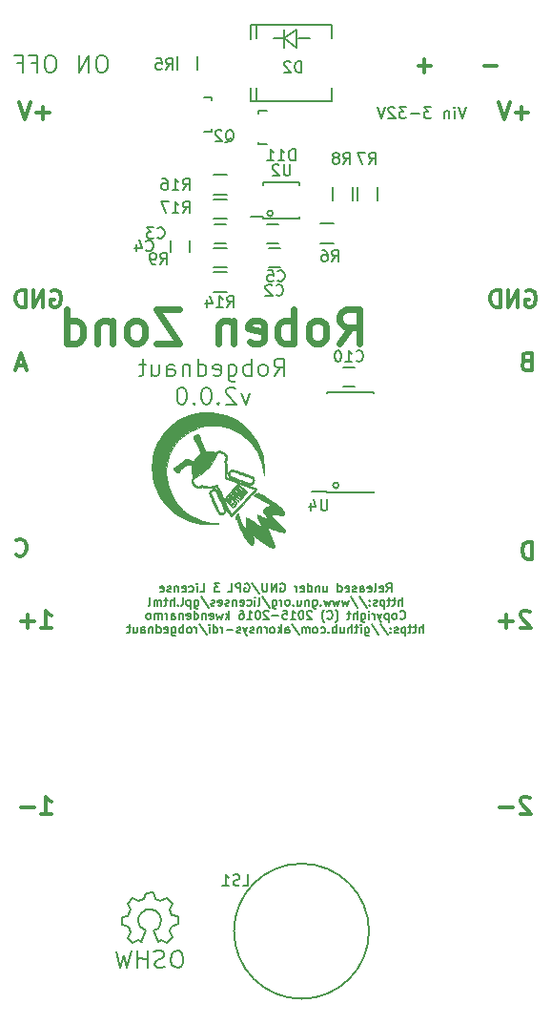
<source format=gbo>
G04 #@! TF.FileFunction,Legend,Bot*
%FSLAX46Y46*%
G04 Gerber Fmt 4.6, Leading zero omitted, Abs format (unit mm)*
G04 Created by KiCad (PCBNEW 4.0.1-3.201512221402+6198~38~ubuntu14.04.1-stable) date mar 02 feb 2016 20:15:53 CET*
%MOMM*%
G01*
G04 APERTURE LIST*
%ADD10C,0.101600*%
%ADD11C,0.152400*%
%ADD12C,0.300000*%
%ADD13C,0.203200*%
%ADD14C,0.200000*%
%ADD15C,0.609600*%
%ADD16C,0.150000*%
%ADD17C,0.010000*%
%ADD18C,0.304800*%
G04 APERTURE END LIST*
D10*
D11*
X170313047Y-58625619D02*
X169974380Y-59641619D01*
X169635714Y-58625619D01*
X169297047Y-59641619D02*
X169297047Y-58964286D01*
X169297047Y-58625619D02*
X169345428Y-58674000D01*
X169297047Y-58722381D01*
X169248666Y-58674000D01*
X169297047Y-58625619D01*
X169297047Y-58722381D01*
X168813237Y-58964286D02*
X168813237Y-59641619D01*
X168813237Y-59061048D02*
X168764856Y-59012667D01*
X168668094Y-58964286D01*
X168522952Y-58964286D01*
X168426190Y-59012667D01*
X168377809Y-59109429D01*
X168377809Y-59641619D01*
X167216666Y-58625619D02*
X166587714Y-58625619D01*
X166926380Y-59012667D01*
X166781238Y-59012667D01*
X166684476Y-59061048D01*
X166636095Y-59109429D01*
X166587714Y-59206190D01*
X166587714Y-59448095D01*
X166636095Y-59544857D01*
X166684476Y-59593238D01*
X166781238Y-59641619D01*
X167071523Y-59641619D01*
X167168285Y-59593238D01*
X167216666Y-59544857D01*
X166152285Y-59254571D02*
X165378190Y-59254571D01*
X164991142Y-58625619D02*
X164362190Y-58625619D01*
X164700856Y-59012667D01*
X164555714Y-59012667D01*
X164458952Y-59061048D01*
X164410571Y-59109429D01*
X164362190Y-59206190D01*
X164362190Y-59448095D01*
X164410571Y-59544857D01*
X164458952Y-59593238D01*
X164555714Y-59641619D01*
X164845999Y-59641619D01*
X164942761Y-59593238D01*
X164991142Y-59544857D01*
X163975142Y-58722381D02*
X163926761Y-58674000D01*
X163829999Y-58625619D01*
X163588095Y-58625619D01*
X163491333Y-58674000D01*
X163442952Y-58722381D01*
X163394571Y-58819143D01*
X163394571Y-58915905D01*
X163442952Y-59061048D01*
X164023523Y-59641619D01*
X163394571Y-59641619D01*
X163104285Y-58625619D02*
X162765618Y-59641619D01*
X162426952Y-58625619D01*
D12*
X173037428Y-54971143D02*
X171894571Y-54971143D01*
X167195428Y-54971143D02*
X166052571Y-54971143D01*
X166624000Y-55542571D02*
X166624000Y-54399714D01*
D13*
X133531428Y-54029429D02*
X133241142Y-54029429D01*
X133096000Y-54102000D01*
X132950857Y-54247143D01*
X132878285Y-54537429D01*
X132878285Y-55045429D01*
X132950857Y-55335714D01*
X133096000Y-55480857D01*
X133241142Y-55553429D01*
X133531428Y-55553429D01*
X133676571Y-55480857D01*
X133821714Y-55335714D01*
X133894285Y-55045429D01*
X133894285Y-54537429D01*
X133821714Y-54247143D01*
X133676571Y-54102000D01*
X133531428Y-54029429D01*
X131717143Y-54755143D02*
X132225143Y-54755143D01*
X132225143Y-55553429D02*
X132225143Y-54029429D01*
X131499429Y-54029429D01*
X130410857Y-54755143D02*
X130918857Y-54755143D01*
X130918857Y-55553429D02*
X130918857Y-54029429D01*
X130193143Y-54029429D01*
X138103428Y-54029429D02*
X137813142Y-54029429D01*
X137668000Y-54102000D01*
X137522857Y-54247143D01*
X137450285Y-54537429D01*
X137450285Y-55045429D01*
X137522857Y-55335714D01*
X137668000Y-55480857D01*
X137813142Y-55553429D01*
X138103428Y-55553429D01*
X138248571Y-55480857D01*
X138393714Y-55335714D01*
X138466285Y-55045429D01*
X138466285Y-54537429D01*
X138393714Y-54247143D01*
X138248571Y-54102000D01*
X138103428Y-54029429D01*
X136797143Y-55553429D02*
X136797143Y-54029429D01*
X135926286Y-55553429D01*
X135926286Y-54029429D01*
D14*
X159004000Y-92202000D02*
G75*
G03X159004000Y-92202000I-254000J0D01*
G01*
X153162000Y-68072000D02*
G75*
G03X153162000Y-68072000I-254000J0D01*
G01*
D13*
X151093715Y-84001429D02*
X150730858Y-85017429D01*
X150368000Y-84001429D01*
X149860000Y-83638571D02*
X149787429Y-83566000D01*
X149642286Y-83493429D01*
X149279429Y-83493429D01*
X149134286Y-83566000D01*
X149061715Y-83638571D01*
X148989143Y-83783714D01*
X148989143Y-83928857D01*
X149061715Y-84146571D01*
X149932572Y-85017429D01*
X148989143Y-85017429D01*
X148336000Y-84872286D02*
X148263428Y-84944857D01*
X148336000Y-85017429D01*
X148408571Y-84944857D01*
X148336000Y-84872286D01*
X148336000Y-85017429D01*
X147320000Y-83493429D02*
X147174857Y-83493429D01*
X147029714Y-83566000D01*
X146957143Y-83638571D01*
X146884572Y-83783714D01*
X146812000Y-84074000D01*
X146812000Y-84436857D01*
X146884572Y-84727143D01*
X146957143Y-84872286D01*
X147029714Y-84944857D01*
X147174857Y-85017429D01*
X147320000Y-85017429D01*
X147465143Y-84944857D01*
X147537714Y-84872286D01*
X147610286Y-84727143D01*
X147682857Y-84436857D01*
X147682857Y-84074000D01*
X147610286Y-83783714D01*
X147537714Y-83638571D01*
X147465143Y-83566000D01*
X147320000Y-83493429D01*
X146158857Y-84872286D02*
X146086285Y-84944857D01*
X146158857Y-85017429D01*
X146231428Y-84944857D01*
X146158857Y-84872286D01*
X146158857Y-85017429D01*
X145142857Y-83493429D02*
X144997714Y-83493429D01*
X144852571Y-83566000D01*
X144780000Y-83638571D01*
X144707429Y-83783714D01*
X144634857Y-84074000D01*
X144634857Y-84436857D01*
X144707429Y-84727143D01*
X144780000Y-84872286D01*
X144852571Y-84944857D01*
X144997714Y-85017429D01*
X145142857Y-85017429D01*
X145288000Y-84944857D01*
X145360571Y-84872286D01*
X145433143Y-84727143D01*
X145505714Y-84436857D01*
X145505714Y-84074000D01*
X145433143Y-83783714D01*
X145360571Y-83638571D01*
X145288000Y-83566000D01*
X145142857Y-83493429D01*
X153270857Y-82477429D02*
X153778857Y-81751714D01*
X154141714Y-82477429D02*
X154141714Y-80953429D01*
X153561142Y-80953429D01*
X153416000Y-81026000D01*
X153343428Y-81098571D01*
X153270857Y-81243714D01*
X153270857Y-81461429D01*
X153343428Y-81606571D01*
X153416000Y-81679143D01*
X153561142Y-81751714D01*
X154141714Y-81751714D01*
X152400000Y-82477429D02*
X152545142Y-82404857D01*
X152617714Y-82332286D01*
X152690285Y-82187143D01*
X152690285Y-81751714D01*
X152617714Y-81606571D01*
X152545142Y-81534000D01*
X152400000Y-81461429D01*
X152182285Y-81461429D01*
X152037142Y-81534000D01*
X151964571Y-81606571D01*
X151892000Y-81751714D01*
X151892000Y-82187143D01*
X151964571Y-82332286D01*
X152037142Y-82404857D01*
X152182285Y-82477429D01*
X152400000Y-82477429D01*
X151238857Y-82477429D02*
X151238857Y-80953429D01*
X151238857Y-81534000D02*
X151093714Y-81461429D01*
X150803428Y-81461429D01*
X150658285Y-81534000D01*
X150585714Y-81606571D01*
X150513143Y-81751714D01*
X150513143Y-82187143D01*
X150585714Y-82332286D01*
X150658285Y-82404857D01*
X150803428Y-82477429D01*
X151093714Y-82477429D01*
X151238857Y-82404857D01*
X149206857Y-81461429D02*
X149206857Y-82695143D01*
X149279428Y-82840286D01*
X149352000Y-82912857D01*
X149497143Y-82985429D01*
X149714857Y-82985429D01*
X149860000Y-82912857D01*
X149206857Y-82404857D02*
X149352000Y-82477429D01*
X149642286Y-82477429D01*
X149787428Y-82404857D01*
X149860000Y-82332286D01*
X149932571Y-82187143D01*
X149932571Y-81751714D01*
X149860000Y-81606571D01*
X149787428Y-81534000D01*
X149642286Y-81461429D01*
X149352000Y-81461429D01*
X149206857Y-81534000D01*
X147900571Y-82404857D02*
X148045714Y-82477429D01*
X148336000Y-82477429D01*
X148481143Y-82404857D01*
X148553714Y-82259714D01*
X148553714Y-81679143D01*
X148481143Y-81534000D01*
X148336000Y-81461429D01*
X148045714Y-81461429D01*
X147900571Y-81534000D01*
X147828000Y-81679143D01*
X147828000Y-81824286D01*
X148553714Y-81969429D01*
X146521714Y-82477429D02*
X146521714Y-80953429D01*
X146521714Y-82404857D02*
X146666857Y-82477429D01*
X146957143Y-82477429D01*
X147102285Y-82404857D01*
X147174857Y-82332286D01*
X147247428Y-82187143D01*
X147247428Y-81751714D01*
X147174857Y-81606571D01*
X147102285Y-81534000D01*
X146957143Y-81461429D01*
X146666857Y-81461429D01*
X146521714Y-81534000D01*
X145796000Y-81461429D02*
X145796000Y-82477429D01*
X145796000Y-81606571D02*
X145723428Y-81534000D01*
X145578286Y-81461429D01*
X145360571Y-81461429D01*
X145215428Y-81534000D01*
X145142857Y-81679143D01*
X145142857Y-82477429D01*
X143764000Y-82477429D02*
X143764000Y-81679143D01*
X143836571Y-81534000D01*
X143981714Y-81461429D01*
X144272000Y-81461429D01*
X144417143Y-81534000D01*
X143764000Y-82404857D02*
X143909143Y-82477429D01*
X144272000Y-82477429D01*
X144417143Y-82404857D01*
X144489714Y-82259714D01*
X144489714Y-82114571D01*
X144417143Y-81969429D01*
X144272000Y-81896857D01*
X143909143Y-81896857D01*
X143764000Y-81824286D01*
X142385143Y-81461429D02*
X142385143Y-82477429D01*
X143038286Y-81461429D02*
X143038286Y-82259714D01*
X142965714Y-82404857D01*
X142820572Y-82477429D01*
X142602857Y-82477429D01*
X142457714Y-82404857D01*
X142385143Y-82332286D01*
X141877143Y-81461429D02*
X141296572Y-81461429D01*
X141659429Y-80953429D02*
X141659429Y-82259714D01*
X141586857Y-82404857D01*
X141441715Y-82477429D01*
X141296572Y-82477429D01*
D15*
X159076570Y-79610857D02*
X160092570Y-78159429D01*
X160818285Y-79610857D02*
X160818285Y-76562857D01*
X159657142Y-76562857D01*
X159366856Y-76708000D01*
X159221713Y-76853143D01*
X159076570Y-77143429D01*
X159076570Y-77578857D01*
X159221713Y-77869143D01*
X159366856Y-78014286D01*
X159657142Y-78159429D01*
X160818285Y-78159429D01*
X157334856Y-79610857D02*
X157625142Y-79465714D01*
X157770285Y-79320571D01*
X157915428Y-79030286D01*
X157915428Y-78159429D01*
X157770285Y-77869143D01*
X157625142Y-77724000D01*
X157334856Y-77578857D01*
X156899428Y-77578857D01*
X156609142Y-77724000D01*
X156463999Y-77869143D01*
X156318856Y-78159429D01*
X156318856Y-79030286D01*
X156463999Y-79320571D01*
X156609142Y-79465714D01*
X156899428Y-79610857D01*
X157334856Y-79610857D01*
X155012571Y-79610857D02*
X155012571Y-76562857D01*
X155012571Y-77724000D02*
X154722285Y-77578857D01*
X154141714Y-77578857D01*
X153851428Y-77724000D01*
X153706285Y-77869143D01*
X153561142Y-78159429D01*
X153561142Y-79030286D01*
X153706285Y-79320571D01*
X153851428Y-79465714D01*
X154141714Y-79610857D01*
X154722285Y-79610857D01*
X155012571Y-79465714D01*
X151093714Y-79465714D02*
X151384000Y-79610857D01*
X151964571Y-79610857D01*
X152254857Y-79465714D01*
X152400000Y-79175429D01*
X152400000Y-78014286D01*
X152254857Y-77724000D01*
X151964571Y-77578857D01*
X151384000Y-77578857D01*
X151093714Y-77724000D01*
X150948571Y-78014286D01*
X150948571Y-78304571D01*
X152400000Y-78594857D01*
X149642286Y-77578857D02*
X149642286Y-79610857D01*
X149642286Y-77869143D02*
X149497143Y-77724000D01*
X149206857Y-77578857D01*
X148771429Y-77578857D01*
X148481143Y-77724000D01*
X148336000Y-78014286D01*
X148336000Y-79610857D01*
X144852571Y-76562857D02*
X142820571Y-76562857D01*
X144852571Y-79610857D01*
X142820571Y-79610857D01*
X141224000Y-79610857D02*
X141514286Y-79465714D01*
X141659429Y-79320571D01*
X141804572Y-79030286D01*
X141804572Y-78159429D01*
X141659429Y-77869143D01*
X141514286Y-77724000D01*
X141224000Y-77578857D01*
X140788572Y-77578857D01*
X140498286Y-77724000D01*
X140353143Y-77869143D01*
X140208000Y-78159429D01*
X140208000Y-79030286D01*
X140353143Y-79320571D01*
X140498286Y-79465714D01*
X140788572Y-79610857D01*
X141224000Y-79610857D01*
X138901715Y-77578857D02*
X138901715Y-79610857D01*
X138901715Y-77869143D02*
X138756572Y-77724000D01*
X138466286Y-77578857D01*
X138030858Y-77578857D01*
X137740572Y-77724000D01*
X137595429Y-78014286D01*
X137595429Y-79610857D01*
X134837715Y-79610857D02*
X134837715Y-76562857D01*
X134837715Y-79465714D02*
X135128001Y-79610857D01*
X135708572Y-79610857D01*
X135998858Y-79465714D01*
X136144001Y-79320571D01*
X136289144Y-79030286D01*
X136289144Y-78159429D01*
X136144001Y-77869143D01*
X135998858Y-77724000D01*
X135708572Y-77578857D01*
X135128001Y-77578857D01*
X134837715Y-77724000D01*
D11*
X163249429Y-101639914D02*
X163503429Y-101277057D01*
X163684857Y-101639914D02*
X163684857Y-100877914D01*
X163394572Y-100877914D01*
X163322000Y-100914200D01*
X163285715Y-100950486D01*
X163249429Y-101023057D01*
X163249429Y-101131914D01*
X163285715Y-101204486D01*
X163322000Y-101240771D01*
X163394572Y-101277057D01*
X163684857Y-101277057D01*
X162632572Y-101603629D02*
X162705143Y-101639914D01*
X162850286Y-101639914D01*
X162922857Y-101603629D01*
X162959143Y-101531057D01*
X162959143Y-101240771D01*
X162922857Y-101168200D01*
X162850286Y-101131914D01*
X162705143Y-101131914D01*
X162632572Y-101168200D01*
X162596286Y-101240771D01*
X162596286Y-101313343D01*
X162959143Y-101385914D01*
X162160857Y-101639914D02*
X162233429Y-101603629D01*
X162269714Y-101531057D01*
X162269714Y-100877914D01*
X161580286Y-101603629D02*
X161652857Y-101639914D01*
X161798000Y-101639914D01*
X161870571Y-101603629D01*
X161906857Y-101531057D01*
X161906857Y-101240771D01*
X161870571Y-101168200D01*
X161798000Y-101131914D01*
X161652857Y-101131914D01*
X161580286Y-101168200D01*
X161544000Y-101240771D01*
X161544000Y-101313343D01*
X161906857Y-101385914D01*
X160890857Y-101639914D02*
X160890857Y-101240771D01*
X160927143Y-101168200D01*
X160999714Y-101131914D01*
X161144857Y-101131914D01*
X161217428Y-101168200D01*
X160890857Y-101603629D02*
X160963428Y-101639914D01*
X161144857Y-101639914D01*
X161217428Y-101603629D01*
X161253714Y-101531057D01*
X161253714Y-101458486D01*
X161217428Y-101385914D01*
X161144857Y-101349629D01*
X160963428Y-101349629D01*
X160890857Y-101313343D01*
X160564285Y-101603629D02*
X160491714Y-101639914D01*
X160346571Y-101639914D01*
X160273999Y-101603629D01*
X160237714Y-101531057D01*
X160237714Y-101494771D01*
X160273999Y-101422200D01*
X160346571Y-101385914D01*
X160455428Y-101385914D01*
X160527999Y-101349629D01*
X160564285Y-101277057D01*
X160564285Y-101240771D01*
X160527999Y-101168200D01*
X160455428Y-101131914D01*
X160346571Y-101131914D01*
X160273999Y-101168200D01*
X159620857Y-101603629D02*
X159693428Y-101639914D01*
X159838571Y-101639914D01*
X159911142Y-101603629D01*
X159947428Y-101531057D01*
X159947428Y-101240771D01*
X159911142Y-101168200D01*
X159838571Y-101131914D01*
X159693428Y-101131914D01*
X159620857Y-101168200D01*
X159584571Y-101240771D01*
X159584571Y-101313343D01*
X159947428Y-101385914D01*
X158931428Y-101639914D02*
X158931428Y-100877914D01*
X158931428Y-101603629D02*
X159003999Y-101639914D01*
X159149142Y-101639914D01*
X159221714Y-101603629D01*
X159257999Y-101567343D01*
X159294285Y-101494771D01*
X159294285Y-101277057D01*
X159257999Y-101204486D01*
X159221714Y-101168200D01*
X159149142Y-101131914D01*
X159003999Y-101131914D01*
X158931428Y-101168200D01*
X157661428Y-101131914D02*
X157661428Y-101639914D01*
X157987999Y-101131914D02*
X157987999Y-101531057D01*
X157951714Y-101603629D01*
X157879142Y-101639914D01*
X157770285Y-101639914D01*
X157697714Y-101603629D01*
X157661428Y-101567343D01*
X157298570Y-101131914D02*
X157298570Y-101639914D01*
X157298570Y-101204486D02*
X157262285Y-101168200D01*
X157189713Y-101131914D01*
X157080856Y-101131914D01*
X157008285Y-101168200D01*
X156971999Y-101240771D01*
X156971999Y-101639914D01*
X156282570Y-101639914D02*
X156282570Y-100877914D01*
X156282570Y-101603629D02*
X156355141Y-101639914D01*
X156500284Y-101639914D01*
X156572856Y-101603629D01*
X156609141Y-101567343D01*
X156645427Y-101494771D01*
X156645427Y-101277057D01*
X156609141Y-101204486D01*
X156572856Y-101168200D01*
X156500284Y-101131914D01*
X156355141Y-101131914D01*
X156282570Y-101168200D01*
X155629427Y-101603629D02*
X155701998Y-101639914D01*
X155847141Y-101639914D01*
X155919712Y-101603629D01*
X155955998Y-101531057D01*
X155955998Y-101240771D01*
X155919712Y-101168200D01*
X155847141Y-101131914D01*
X155701998Y-101131914D01*
X155629427Y-101168200D01*
X155593141Y-101240771D01*
X155593141Y-101313343D01*
X155955998Y-101385914D01*
X155266569Y-101639914D02*
X155266569Y-101131914D01*
X155266569Y-101277057D02*
X155230284Y-101204486D01*
X155193998Y-101168200D01*
X155121427Y-101131914D01*
X155048855Y-101131914D01*
X153815142Y-100914200D02*
X153887713Y-100877914D01*
X153996570Y-100877914D01*
X154105427Y-100914200D01*
X154177999Y-100986771D01*
X154214284Y-101059343D01*
X154250570Y-101204486D01*
X154250570Y-101313343D01*
X154214284Y-101458486D01*
X154177999Y-101531057D01*
X154105427Y-101603629D01*
X153996570Y-101639914D01*
X153923999Y-101639914D01*
X153815142Y-101603629D01*
X153778856Y-101567343D01*
X153778856Y-101313343D01*
X153923999Y-101313343D01*
X153452284Y-101639914D02*
X153452284Y-100877914D01*
X153016856Y-101639914D01*
X153016856Y-100877914D01*
X152653998Y-100877914D02*
X152653998Y-101494771D01*
X152617713Y-101567343D01*
X152581427Y-101603629D01*
X152508856Y-101639914D01*
X152363713Y-101639914D01*
X152291141Y-101603629D01*
X152254856Y-101567343D01*
X152218570Y-101494771D01*
X152218570Y-100877914D01*
X151311427Y-100841629D02*
X151964570Y-101821343D01*
X150658284Y-100914200D02*
X150730855Y-100877914D01*
X150839712Y-100877914D01*
X150948569Y-100914200D01*
X151021141Y-100986771D01*
X151057426Y-101059343D01*
X151093712Y-101204486D01*
X151093712Y-101313343D01*
X151057426Y-101458486D01*
X151021141Y-101531057D01*
X150948569Y-101603629D01*
X150839712Y-101639914D01*
X150767141Y-101639914D01*
X150658284Y-101603629D01*
X150621998Y-101567343D01*
X150621998Y-101313343D01*
X150767141Y-101313343D01*
X150295426Y-101639914D02*
X150295426Y-100877914D01*
X150005141Y-100877914D01*
X149932569Y-100914200D01*
X149896284Y-100950486D01*
X149859998Y-101023057D01*
X149859998Y-101131914D01*
X149896284Y-101204486D01*
X149932569Y-101240771D01*
X150005141Y-101277057D01*
X150295426Y-101277057D01*
X149170569Y-101639914D02*
X149533426Y-101639914D01*
X149533426Y-100877914D01*
X148408570Y-100877914D02*
X147936856Y-100877914D01*
X148190856Y-101168200D01*
X148081998Y-101168200D01*
X148009427Y-101204486D01*
X147973141Y-101240771D01*
X147936856Y-101313343D01*
X147936856Y-101494771D01*
X147973141Y-101567343D01*
X148009427Y-101603629D01*
X148081998Y-101639914D01*
X148299713Y-101639914D01*
X148372284Y-101603629D01*
X148408570Y-101567343D01*
X146666856Y-101639914D02*
X147029713Y-101639914D01*
X147029713Y-100877914D01*
X146412856Y-101639914D02*
X146412856Y-101131914D01*
X146412856Y-100877914D02*
X146449142Y-100914200D01*
X146412856Y-100950486D01*
X146376571Y-100914200D01*
X146412856Y-100877914D01*
X146412856Y-100950486D01*
X145723428Y-101603629D02*
X145795999Y-101639914D01*
X145941142Y-101639914D01*
X146013714Y-101603629D01*
X146049999Y-101567343D01*
X146086285Y-101494771D01*
X146086285Y-101277057D01*
X146049999Y-101204486D01*
X146013714Y-101168200D01*
X145941142Y-101131914D01*
X145795999Y-101131914D01*
X145723428Y-101168200D01*
X145106571Y-101603629D02*
X145179142Y-101639914D01*
X145324285Y-101639914D01*
X145396856Y-101603629D01*
X145433142Y-101531057D01*
X145433142Y-101240771D01*
X145396856Y-101168200D01*
X145324285Y-101131914D01*
X145179142Y-101131914D01*
X145106571Y-101168200D01*
X145070285Y-101240771D01*
X145070285Y-101313343D01*
X145433142Y-101385914D01*
X144743713Y-101131914D02*
X144743713Y-101639914D01*
X144743713Y-101204486D02*
X144707428Y-101168200D01*
X144634856Y-101131914D01*
X144525999Y-101131914D01*
X144453428Y-101168200D01*
X144417142Y-101240771D01*
X144417142Y-101639914D01*
X144090570Y-101603629D02*
X144017999Y-101639914D01*
X143872856Y-101639914D01*
X143800284Y-101603629D01*
X143763999Y-101531057D01*
X143763999Y-101494771D01*
X143800284Y-101422200D01*
X143872856Y-101385914D01*
X143981713Y-101385914D01*
X144054284Y-101349629D01*
X144090570Y-101277057D01*
X144090570Y-101240771D01*
X144054284Y-101168200D01*
X143981713Y-101131914D01*
X143872856Y-101131914D01*
X143800284Y-101168200D01*
X143147142Y-101603629D02*
X143219713Y-101639914D01*
X143364856Y-101639914D01*
X143437427Y-101603629D01*
X143473713Y-101531057D01*
X143473713Y-101240771D01*
X143437427Y-101168200D01*
X143364856Y-101131914D01*
X143219713Y-101131914D01*
X143147142Y-101168200D01*
X143110856Y-101240771D01*
X143110856Y-101313343D01*
X143473713Y-101385914D01*
X164628289Y-102859114D02*
X164628289Y-102097114D01*
X164301718Y-102859114D02*
X164301718Y-102459971D01*
X164338004Y-102387400D01*
X164410575Y-102351114D01*
X164519432Y-102351114D01*
X164592004Y-102387400D01*
X164628289Y-102423686D01*
X164047718Y-102351114D02*
X163757432Y-102351114D01*
X163938860Y-102097114D02*
X163938860Y-102750257D01*
X163902575Y-102822829D01*
X163830003Y-102859114D01*
X163757432Y-102859114D01*
X163612289Y-102351114D02*
X163322003Y-102351114D01*
X163503431Y-102097114D02*
X163503431Y-102750257D01*
X163467146Y-102822829D01*
X163394574Y-102859114D01*
X163322003Y-102859114D01*
X163068002Y-102351114D02*
X163068002Y-103113114D01*
X163068002Y-102387400D02*
X162995431Y-102351114D01*
X162850288Y-102351114D01*
X162777717Y-102387400D01*
X162741431Y-102423686D01*
X162705145Y-102496257D01*
X162705145Y-102713971D01*
X162741431Y-102786543D01*
X162777717Y-102822829D01*
X162850288Y-102859114D01*
X162995431Y-102859114D01*
X163068002Y-102822829D01*
X162414859Y-102822829D02*
X162342288Y-102859114D01*
X162197145Y-102859114D01*
X162124573Y-102822829D01*
X162088288Y-102750257D01*
X162088288Y-102713971D01*
X162124573Y-102641400D01*
X162197145Y-102605114D01*
X162306002Y-102605114D01*
X162378573Y-102568829D01*
X162414859Y-102496257D01*
X162414859Y-102459971D01*
X162378573Y-102387400D01*
X162306002Y-102351114D01*
X162197145Y-102351114D01*
X162124573Y-102387400D01*
X161761716Y-102786543D02*
X161725431Y-102822829D01*
X161761716Y-102859114D01*
X161798002Y-102822829D01*
X161761716Y-102786543D01*
X161761716Y-102859114D01*
X161761716Y-102387400D02*
X161725431Y-102423686D01*
X161761716Y-102459971D01*
X161798002Y-102423686D01*
X161761716Y-102387400D01*
X161761716Y-102459971D01*
X160854574Y-102060829D02*
X161507717Y-103040543D01*
X160056288Y-102060829D02*
X160709431Y-103040543D01*
X159874859Y-102351114D02*
X159729716Y-102859114D01*
X159584573Y-102496257D01*
X159439430Y-102859114D01*
X159294287Y-102351114D01*
X159076573Y-102351114D02*
X158931430Y-102859114D01*
X158786287Y-102496257D01*
X158641144Y-102859114D01*
X158496001Y-102351114D01*
X158278287Y-102351114D02*
X158133144Y-102859114D01*
X157988001Y-102496257D01*
X157842858Y-102859114D01*
X157697715Y-102351114D01*
X157407429Y-102786543D02*
X157371144Y-102822829D01*
X157407429Y-102859114D01*
X157443715Y-102822829D01*
X157407429Y-102786543D01*
X157407429Y-102859114D01*
X156718001Y-102351114D02*
X156718001Y-102967971D01*
X156754287Y-103040543D01*
X156790572Y-103076829D01*
X156863144Y-103113114D01*
X156972001Y-103113114D01*
X157044572Y-103076829D01*
X156718001Y-102822829D02*
X156790572Y-102859114D01*
X156935715Y-102859114D01*
X157008287Y-102822829D01*
X157044572Y-102786543D01*
X157080858Y-102713971D01*
X157080858Y-102496257D01*
X157044572Y-102423686D01*
X157008287Y-102387400D01*
X156935715Y-102351114D01*
X156790572Y-102351114D01*
X156718001Y-102387400D01*
X156355143Y-102351114D02*
X156355143Y-102859114D01*
X156355143Y-102423686D02*
X156318858Y-102387400D01*
X156246286Y-102351114D01*
X156137429Y-102351114D01*
X156064858Y-102387400D01*
X156028572Y-102459971D01*
X156028572Y-102859114D01*
X155339143Y-102351114D02*
X155339143Y-102859114D01*
X155665714Y-102351114D02*
X155665714Y-102750257D01*
X155629429Y-102822829D01*
X155556857Y-102859114D01*
X155448000Y-102859114D01*
X155375429Y-102822829D01*
X155339143Y-102786543D01*
X154976285Y-102786543D02*
X154940000Y-102822829D01*
X154976285Y-102859114D01*
X155012571Y-102822829D01*
X154976285Y-102786543D01*
X154976285Y-102859114D01*
X154504571Y-102859114D02*
X154577143Y-102822829D01*
X154613428Y-102786543D01*
X154649714Y-102713971D01*
X154649714Y-102496257D01*
X154613428Y-102423686D01*
X154577143Y-102387400D01*
X154504571Y-102351114D01*
X154395714Y-102351114D01*
X154323143Y-102387400D01*
X154286857Y-102423686D01*
X154250571Y-102496257D01*
X154250571Y-102713971D01*
X154286857Y-102786543D01*
X154323143Y-102822829D01*
X154395714Y-102859114D01*
X154504571Y-102859114D01*
X153923999Y-102859114D02*
X153923999Y-102351114D01*
X153923999Y-102496257D02*
X153887714Y-102423686D01*
X153851428Y-102387400D01*
X153778857Y-102351114D01*
X153706285Y-102351114D01*
X153125714Y-102351114D02*
X153125714Y-102967971D01*
X153162000Y-103040543D01*
X153198285Y-103076829D01*
X153270857Y-103113114D01*
X153379714Y-103113114D01*
X153452285Y-103076829D01*
X153125714Y-102822829D02*
X153198285Y-102859114D01*
X153343428Y-102859114D01*
X153416000Y-102822829D01*
X153452285Y-102786543D01*
X153488571Y-102713971D01*
X153488571Y-102496257D01*
X153452285Y-102423686D01*
X153416000Y-102387400D01*
X153343428Y-102351114D01*
X153198285Y-102351114D01*
X153125714Y-102387400D01*
X152218571Y-102060829D02*
X152871714Y-103040543D01*
X151855713Y-102859114D02*
X151928285Y-102822829D01*
X151964570Y-102750257D01*
X151964570Y-102097114D01*
X151565427Y-102859114D02*
X151565427Y-102351114D01*
X151565427Y-102097114D02*
X151601713Y-102133400D01*
X151565427Y-102169686D01*
X151529142Y-102133400D01*
X151565427Y-102097114D01*
X151565427Y-102169686D01*
X150875999Y-102822829D02*
X150948570Y-102859114D01*
X151093713Y-102859114D01*
X151166285Y-102822829D01*
X151202570Y-102786543D01*
X151238856Y-102713971D01*
X151238856Y-102496257D01*
X151202570Y-102423686D01*
X151166285Y-102387400D01*
X151093713Y-102351114D01*
X150948570Y-102351114D01*
X150875999Y-102387400D01*
X150259142Y-102822829D02*
X150331713Y-102859114D01*
X150476856Y-102859114D01*
X150549427Y-102822829D01*
X150585713Y-102750257D01*
X150585713Y-102459971D01*
X150549427Y-102387400D01*
X150476856Y-102351114D01*
X150331713Y-102351114D01*
X150259142Y-102387400D01*
X150222856Y-102459971D01*
X150222856Y-102532543D01*
X150585713Y-102605114D01*
X149896284Y-102351114D02*
X149896284Y-102859114D01*
X149896284Y-102423686D02*
X149859999Y-102387400D01*
X149787427Y-102351114D01*
X149678570Y-102351114D01*
X149605999Y-102387400D01*
X149569713Y-102459971D01*
X149569713Y-102859114D01*
X149243141Y-102822829D02*
X149170570Y-102859114D01*
X149025427Y-102859114D01*
X148952855Y-102822829D01*
X148916570Y-102750257D01*
X148916570Y-102713971D01*
X148952855Y-102641400D01*
X149025427Y-102605114D01*
X149134284Y-102605114D01*
X149206855Y-102568829D01*
X149243141Y-102496257D01*
X149243141Y-102459971D01*
X149206855Y-102387400D01*
X149134284Y-102351114D01*
X149025427Y-102351114D01*
X148952855Y-102387400D01*
X148299713Y-102822829D02*
X148372284Y-102859114D01*
X148517427Y-102859114D01*
X148589998Y-102822829D01*
X148626284Y-102750257D01*
X148626284Y-102459971D01*
X148589998Y-102387400D01*
X148517427Y-102351114D01*
X148372284Y-102351114D01*
X148299713Y-102387400D01*
X148263427Y-102459971D01*
X148263427Y-102532543D01*
X148626284Y-102605114D01*
X147973141Y-102822829D02*
X147900570Y-102859114D01*
X147755427Y-102859114D01*
X147682855Y-102822829D01*
X147646570Y-102750257D01*
X147646570Y-102713971D01*
X147682855Y-102641400D01*
X147755427Y-102605114D01*
X147864284Y-102605114D01*
X147936855Y-102568829D01*
X147973141Y-102496257D01*
X147973141Y-102459971D01*
X147936855Y-102387400D01*
X147864284Y-102351114D01*
X147755427Y-102351114D01*
X147682855Y-102387400D01*
X146775713Y-102060829D02*
X147428856Y-103040543D01*
X146195141Y-102351114D02*
X146195141Y-102967971D01*
X146231427Y-103040543D01*
X146267712Y-103076829D01*
X146340284Y-103113114D01*
X146449141Y-103113114D01*
X146521712Y-103076829D01*
X146195141Y-102822829D02*
X146267712Y-102859114D01*
X146412855Y-102859114D01*
X146485427Y-102822829D01*
X146521712Y-102786543D01*
X146557998Y-102713971D01*
X146557998Y-102496257D01*
X146521712Y-102423686D01*
X146485427Y-102387400D01*
X146412855Y-102351114D01*
X146267712Y-102351114D01*
X146195141Y-102387400D01*
X145832283Y-102351114D02*
X145832283Y-103113114D01*
X145832283Y-102387400D02*
X145759712Y-102351114D01*
X145614569Y-102351114D01*
X145541998Y-102387400D01*
X145505712Y-102423686D01*
X145469426Y-102496257D01*
X145469426Y-102713971D01*
X145505712Y-102786543D01*
X145541998Y-102822829D01*
X145614569Y-102859114D01*
X145759712Y-102859114D01*
X145832283Y-102822829D01*
X145033997Y-102859114D02*
X145106569Y-102822829D01*
X145142854Y-102750257D01*
X145142854Y-102097114D01*
X144743711Y-102786543D02*
X144707426Y-102822829D01*
X144743711Y-102859114D01*
X144779997Y-102822829D01*
X144743711Y-102786543D01*
X144743711Y-102859114D01*
X144380854Y-102859114D02*
X144380854Y-102097114D01*
X144054283Y-102859114D02*
X144054283Y-102459971D01*
X144090569Y-102387400D01*
X144163140Y-102351114D01*
X144271997Y-102351114D01*
X144344569Y-102387400D01*
X144380854Y-102423686D01*
X143800283Y-102351114D02*
X143509997Y-102351114D01*
X143691425Y-102097114D02*
X143691425Y-102750257D01*
X143655140Y-102822829D01*
X143582568Y-102859114D01*
X143509997Y-102859114D01*
X143255996Y-102859114D02*
X143255996Y-102351114D01*
X143255996Y-102423686D02*
X143219711Y-102387400D01*
X143147139Y-102351114D01*
X143038282Y-102351114D01*
X142965711Y-102387400D01*
X142929425Y-102459971D01*
X142929425Y-102859114D01*
X142929425Y-102459971D02*
X142893139Y-102387400D01*
X142820568Y-102351114D01*
X142711711Y-102351114D01*
X142639139Y-102387400D01*
X142602854Y-102459971D01*
X142602854Y-102859114D01*
X142131139Y-102859114D02*
X142203711Y-102822829D01*
X142239996Y-102750257D01*
X142239996Y-102097114D01*
X164446857Y-104005743D02*
X164483143Y-104042029D01*
X164592000Y-104078314D01*
X164664571Y-104078314D01*
X164773428Y-104042029D01*
X164846000Y-103969457D01*
X164882285Y-103896886D01*
X164918571Y-103751743D01*
X164918571Y-103642886D01*
X164882285Y-103497743D01*
X164846000Y-103425171D01*
X164773428Y-103352600D01*
X164664571Y-103316314D01*
X164592000Y-103316314D01*
X164483143Y-103352600D01*
X164446857Y-103388886D01*
X164011428Y-104078314D02*
X164084000Y-104042029D01*
X164120285Y-104005743D01*
X164156571Y-103933171D01*
X164156571Y-103715457D01*
X164120285Y-103642886D01*
X164084000Y-103606600D01*
X164011428Y-103570314D01*
X163902571Y-103570314D01*
X163830000Y-103606600D01*
X163793714Y-103642886D01*
X163757428Y-103715457D01*
X163757428Y-103933171D01*
X163793714Y-104005743D01*
X163830000Y-104042029D01*
X163902571Y-104078314D01*
X164011428Y-104078314D01*
X163430856Y-103570314D02*
X163430856Y-104332314D01*
X163430856Y-103606600D02*
X163358285Y-103570314D01*
X163213142Y-103570314D01*
X163140571Y-103606600D01*
X163104285Y-103642886D01*
X163067999Y-103715457D01*
X163067999Y-103933171D01*
X163104285Y-104005743D01*
X163140571Y-104042029D01*
X163213142Y-104078314D01*
X163358285Y-104078314D01*
X163430856Y-104042029D01*
X162813999Y-103570314D02*
X162632570Y-104078314D01*
X162451142Y-103570314D02*
X162632570Y-104078314D01*
X162705142Y-104259743D01*
X162741427Y-104296029D01*
X162813999Y-104332314D01*
X162160856Y-104078314D02*
X162160856Y-103570314D01*
X162160856Y-103715457D02*
X162124571Y-103642886D01*
X162088285Y-103606600D01*
X162015714Y-103570314D01*
X161943142Y-103570314D01*
X161689142Y-104078314D02*
X161689142Y-103570314D01*
X161689142Y-103316314D02*
X161725428Y-103352600D01*
X161689142Y-103388886D01*
X161652857Y-103352600D01*
X161689142Y-103316314D01*
X161689142Y-103388886D01*
X160999714Y-103570314D02*
X160999714Y-104187171D01*
X161036000Y-104259743D01*
X161072285Y-104296029D01*
X161144857Y-104332314D01*
X161253714Y-104332314D01*
X161326285Y-104296029D01*
X160999714Y-104042029D02*
X161072285Y-104078314D01*
X161217428Y-104078314D01*
X161290000Y-104042029D01*
X161326285Y-104005743D01*
X161362571Y-103933171D01*
X161362571Y-103715457D01*
X161326285Y-103642886D01*
X161290000Y-103606600D01*
X161217428Y-103570314D01*
X161072285Y-103570314D01*
X160999714Y-103606600D01*
X160636856Y-104078314D02*
X160636856Y-103316314D01*
X160310285Y-104078314D02*
X160310285Y-103679171D01*
X160346571Y-103606600D01*
X160419142Y-103570314D01*
X160527999Y-103570314D01*
X160600571Y-103606600D01*
X160636856Y-103642886D01*
X160056285Y-103570314D02*
X159765999Y-103570314D01*
X159947427Y-103316314D02*
X159947427Y-103969457D01*
X159911142Y-104042029D01*
X159838570Y-104078314D01*
X159765999Y-104078314D01*
X158713713Y-104368600D02*
X158749999Y-104332314D01*
X158822570Y-104223457D01*
X158858856Y-104150886D01*
X158895142Y-104042029D01*
X158931427Y-103860600D01*
X158931427Y-103715457D01*
X158895142Y-103534029D01*
X158858856Y-103425171D01*
X158822570Y-103352600D01*
X158749999Y-103243743D01*
X158713713Y-103207457D01*
X157987999Y-104005743D02*
X158024285Y-104042029D01*
X158133142Y-104078314D01*
X158205713Y-104078314D01*
X158314570Y-104042029D01*
X158387142Y-103969457D01*
X158423427Y-103896886D01*
X158459713Y-103751743D01*
X158459713Y-103642886D01*
X158423427Y-103497743D01*
X158387142Y-103425171D01*
X158314570Y-103352600D01*
X158205713Y-103316314D01*
X158133142Y-103316314D01*
X158024285Y-103352600D01*
X157987999Y-103388886D01*
X157733999Y-104368600D02*
X157697713Y-104332314D01*
X157625142Y-104223457D01*
X157588856Y-104150886D01*
X157552570Y-104042029D01*
X157516285Y-103860600D01*
X157516285Y-103715457D01*
X157552570Y-103534029D01*
X157588856Y-103425171D01*
X157625142Y-103352600D01*
X157697713Y-103243743D01*
X157733999Y-103207457D01*
X156609142Y-103388886D02*
X156572856Y-103352600D01*
X156500285Y-103316314D01*
X156318856Y-103316314D01*
X156246285Y-103352600D01*
X156209999Y-103388886D01*
X156173714Y-103461457D01*
X156173714Y-103534029D01*
X156209999Y-103642886D01*
X156645428Y-104078314D01*
X156173714Y-104078314D01*
X155702000Y-103316314D02*
X155629428Y-103316314D01*
X155556857Y-103352600D01*
X155520571Y-103388886D01*
X155484285Y-103461457D01*
X155448000Y-103606600D01*
X155448000Y-103788029D01*
X155484285Y-103933171D01*
X155520571Y-104005743D01*
X155556857Y-104042029D01*
X155629428Y-104078314D01*
X155702000Y-104078314D01*
X155774571Y-104042029D01*
X155810857Y-104005743D01*
X155847142Y-103933171D01*
X155883428Y-103788029D01*
X155883428Y-103606600D01*
X155847142Y-103461457D01*
X155810857Y-103388886D01*
X155774571Y-103352600D01*
X155702000Y-103316314D01*
X154722286Y-104078314D02*
X155157714Y-104078314D01*
X154940000Y-104078314D02*
X154940000Y-103316314D01*
X155012571Y-103425171D01*
X155085143Y-103497743D01*
X155157714Y-103534029D01*
X154032857Y-103316314D02*
X154395714Y-103316314D01*
X154432000Y-103679171D01*
X154395714Y-103642886D01*
X154323143Y-103606600D01*
X154141714Y-103606600D01*
X154069143Y-103642886D01*
X154032857Y-103679171D01*
X153996572Y-103751743D01*
X153996572Y-103933171D01*
X154032857Y-104005743D01*
X154069143Y-104042029D01*
X154141714Y-104078314D01*
X154323143Y-104078314D01*
X154395714Y-104042029D01*
X154432000Y-104005743D01*
X153670000Y-103788029D02*
X153089429Y-103788029D01*
X152762857Y-103388886D02*
X152726571Y-103352600D01*
X152654000Y-103316314D01*
X152472571Y-103316314D01*
X152400000Y-103352600D01*
X152363714Y-103388886D01*
X152327429Y-103461457D01*
X152327429Y-103534029D01*
X152363714Y-103642886D01*
X152799143Y-104078314D01*
X152327429Y-104078314D01*
X151855715Y-103316314D02*
X151783143Y-103316314D01*
X151710572Y-103352600D01*
X151674286Y-103388886D01*
X151638000Y-103461457D01*
X151601715Y-103606600D01*
X151601715Y-103788029D01*
X151638000Y-103933171D01*
X151674286Y-104005743D01*
X151710572Y-104042029D01*
X151783143Y-104078314D01*
X151855715Y-104078314D01*
X151928286Y-104042029D01*
X151964572Y-104005743D01*
X152000857Y-103933171D01*
X152037143Y-103788029D01*
X152037143Y-103606600D01*
X152000857Y-103461457D01*
X151964572Y-103388886D01*
X151928286Y-103352600D01*
X151855715Y-103316314D01*
X150876001Y-104078314D02*
X151311429Y-104078314D01*
X151093715Y-104078314D02*
X151093715Y-103316314D01*
X151166286Y-103425171D01*
X151238858Y-103497743D01*
X151311429Y-103534029D01*
X150222858Y-103316314D02*
X150368001Y-103316314D01*
X150440572Y-103352600D01*
X150476858Y-103388886D01*
X150549429Y-103497743D01*
X150585715Y-103642886D01*
X150585715Y-103933171D01*
X150549429Y-104005743D01*
X150513144Y-104042029D01*
X150440572Y-104078314D01*
X150295429Y-104078314D01*
X150222858Y-104042029D01*
X150186572Y-104005743D01*
X150150287Y-103933171D01*
X150150287Y-103751743D01*
X150186572Y-103679171D01*
X150222858Y-103642886D01*
X150295429Y-103606600D01*
X150440572Y-103606600D01*
X150513144Y-103642886D01*
X150549429Y-103679171D01*
X150585715Y-103751743D01*
X149243144Y-104078314D02*
X149243144Y-103316314D01*
X149170573Y-103788029D02*
X148952859Y-104078314D01*
X148952859Y-103570314D02*
X149243144Y-103860600D01*
X148698859Y-103570314D02*
X148553716Y-104078314D01*
X148408573Y-103715457D01*
X148263430Y-104078314D01*
X148118287Y-103570314D01*
X147537716Y-104042029D02*
X147610287Y-104078314D01*
X147755430Y-104078314D01*
X147828001Y-104042029D01*
X147864287Y-103969457D01*
X147864287Y-103679171D01*
X147828001Y-103606600D01*
X147755430Y-103570314D01*
X147610287Y-103570314D01*
X147537716Y-103606600D01*
X147501430Y-103679171D01*
X147501430Y-103751743D01*
X147864287Y-103824314D01*
X147174858Y-103570314D02*
X147174858Y-104078314D01*
X147174858Y-103642886D02*
X147138573Y-103606600D01*
X147066001Y-103570314D01*
X146957144Y-103570314D01*
X146884573Y-103606600D01*
X146848287Y-103679171D01*
X146848287Y-104078314D01*
X146158858Y-104078314D02*
X146158858Y-103316314D01*
X146158858Y-104042029D02*
X146231429Y-104078314D01*
X146376572Y-104078314D01*
X146449144Y-104042029D01*
X146485429Y-104005743D01*
X146521715Y-103933171D01*
X146521715Y-103715457D01*
X146485429Y-103642886D01*
X146449144Y-103606600D01*
X146376572Y-103570314D01*
X146231429Y-103570314D01*
X146158858Y-103606600D01*
X145505715Y-104042029D02*
X145578286Y-104078314D01*
X145723429Y-104078314D01*
X145796000Y-104042029D01*
X145832286Y-103969457D01*
X145832286Y-103679171D01*
X145796000Y-103606600D01*
X145723429Y-103570314D01*
X145578286Y-103570314D01*
X145505715Y-103606600D01*
X145469429Y-103679171D01*
X145469429Y-103751743D01*
X145832286Y-103824314D01*
X145142857Y-103570314D02*
X145142857Y-104078314D01*
X145142857Y-103642886D02*
X145106572Y-103606600D01*
X145034000Y-103570314D01*
X144925143Y-103570314D01*
X144852572Y-103606600D01*
X144816286Y-103679171D01*
X144816286Y-104078314D01*
X144126857Y-104078314D02*
X144126857Y-103679171D01*
X144163143Y-103606600D01*
X144235714Y-103570314D01*
X144380857Y-103570314D01*
X144453428Y-103606600D01*
X144126857Y-104042029D02*
X144199428Y-104078314D01*
X144380857Y-104078314D01*
X144453428Y-104042029D01*
X144489714Y-103969457D01*
X144489714Y-103896886D01*
X144453428Y-103824314D01*
X144380857Y-103788029D01*
X144199428Y-103788029D01*
X144126857Y-103751743D01*
X143763999Y-104078314D02*
X143763999Y-103570314D01*
X143763999Y-103715457D02*
X143727714Y-103642886D01*
X143691428Y-103606600D01*
X143618857Y-103570314D01*
X143546285Y-103570314D01*
X143292285Y-104078314D02*
X143292285Y-103570314D01*
X143292285Y-103642886D02*
X143256000Y-103606600D01*
X143183428Y-103570314D01*
X143074571Y-103570314D01*
X143002000Y-103606600D01*
X142965714Y-103679171D01*
X142965714Y-104078314D01*
X142965714Y-103679171D02*
X142929428Y-103606600D01*
X142856857Y-103570314D01*
X142748000Y-103570314D01*
X142675428Y-103606600D01*
X142639143Y-103679171D01*
X142639143Y-104078314D01*
X142167428Y-104078314D02*
X142240000Y-104042029D01*
X142276285Y-104005743D01*
X142312571Y-103933171D01*
X142312571Y-103715457D01*
X142276285Y-103642886D01*
X142240000Y-103606600D01*
X142167428Y-103570314D01*
X142058571Y-103570314D01*
X141986000Y-103606600D01*
X141949714Y-103642886D01*
X141913428Y-103715457D01*
X141913428Y-103933171D01*
X141949714Y-104005743D01*
X141986000Y-104042029D01*
X142058571Y-104078314D01*
X142167428Y-104078314D01*
X166497004Y-105297514D02*
X166497004Y-104535514D01*
X166170433Y-105297514D02*
X166170433Y-104898371D01*
X166206719Y-104825800D01*
X166279290Y-104789514D01*
X166388147Y-104789514D01*
X166460719Y-104825800D01*
X166497004Y-104862086D01*
X165916433Y-104789514D02*
X165626147Y-104789514D01*
X165807575Y-104535514D02*
X165807575Y-105188657D01*
X165771290Y-105261229D01*
X165698718Y-105297514D01*
X165626147Y-105297514D01*
X165481004Y-104789514D02*
X165190718Y-104789514D01*
X165372146Y-104535514D02*
X165372146Y-105188657D01*
X165335861Y-105261229D01*
X165263289Y-105297514D01*
X165190718Y-105297514D01*
X164936717Y-104789514D02*
X164936717Y-105551514D01*
X164936717Y-104825800D02*
X164864146Y-104789514D01*
X164719003Y-104789514D01*
X164646432Y-104825800D01*
X164610146Y-104862086D01*
X164573860Y-104934657D01*
X164573860Y-105152371D01*
X164610146Y-105224943D01*
X164646432Y-105261229D01*
X164719003Y-105297514D01*
X164864146Y-105297514D01*
X164936717Y-105261229D01*
X164283574Y-105261229D02*
X164211003Y-105297514D01*
X164065860Y-105297514D01*
X163993288Y-105261229D01*
X163957003Y-105188657D01*
X163957003Y-105152371D01*
X163993288Y-105079800D01*
X164065860Y-105043514D01*
X164174717Y-105043514D01*
X164247288Y-105007229D01*
X164283574Y-104934657D01*
X164283574Y-104898371D01*
X164247288Y-104825800D01*
X164174717Y-104789514D01*
X164065860Y-104789514D01*
X163993288Y-104825800D01*
X163630431Y-105224943D02*
X163594146Y-105261229D01*
X163630431Y-105297514D01*
X163666717Y-105261229D01*
X163630431Y-105224943D01*
X163630431Y-105297514D01*
X163630431Y-104825800D02*
X163594146Y-104862086D01*
X163630431Y-104898371D01*
X163666717Y-104862086D01*
X163630431Y-104825800D01*
X163630431Y-104898371D01*
X162723289Y-104499229D02*
X163376432Y-105478943D01*
X161925003Y-104499229D02*
X162578146Y-105478943D01*
X161344431Y-104789514D02*
X161344431Y-105406371D01*
X161380717Y-105478943D01*
X161417002Y-105515229D01*
X161489574Y-105551514D01*
X161598431Y-105551514D01*
X161671002Y-105515229D01*
X161344431Y-105261229D02*
X161417002Y-105297514D01*
X161562145Y-105297514D01*
X161634717Y-105261229D01*
X161671002Y-105224943D01*
X161707288Y-105152371D01*
X161707288Y-104934657D01*
X161671002Y-104862086D01*
X161634717Y-104825800D01*
X161562145Y-104789514D01*
X161417002Y-104789514D01*
X161344431Y-104825800D01*
X160981573Y-105297514D02*
X160981573Y-104789514D01*
X160981573Y-104535514D02*
X161017859Y-104571800D01*
X160981573Y-104608086D01*
X160945288Y-104571800D01*
X160981573Y-104535514D01*
X160981573Y-104608086D01*
X160727574Y-104789514D02*
X160437288Y-104789514D01*
X160618716Y-104535514D02*
X160618716Y-105188657D01*
X160582431Y-105261229D01*
X160509859Y-105297514D01*
X160437288Y-105297514D01*
X160183287Y-105297514D02*
X160183287Y-104535514D01*
X159856716Y-105297514D02*
X159856716Y-104898371D01*
X159893002Y-104825800D01*
X159965573Y-104789514D01*
X160074430Y-104789514D01*
X160147002Y-104825800D01*
X160183287Y-104862086D01*
X159167287Y-104789514D02*
X159167287Y-105297514D01*
X159493858Y-104789514D02*
X159493858Y-105188657D01*
X159457573Y-105261229D01*
X159385001Y-105297514D01*
X159276144Y-105297514D01*
X159203573Y-105261229D01*
X159167287Y-105224943D01*
X158804429Y-105297514D02*
X158804429Y-104535514D01*
X158804429Y-104825800D02*
X158731858Y-104789514D01*
X158586715Y-104789514D01*
X158514144Y-104825800D01*
X158477858Y-104862086D01*
X158441572Y-104934657D01*
X158441572Y-105152371D01*
X158477858Y-105224943D01*
X158514144Y-105261229D01*
X158586715Y-105297514D01*
X158731858Y-105297514D01*
X158804429Y-105261229D01*
X158115000Y-105224943D02*
X158078715Y-105261229D01*
X158115000Y-105297514D01*
X158151286Y-105261229D01*
X158115000Y-105224943D01*
X158115000Y-105297514D01*
X157425572Y-105261229D02*
X157498143Y-105297514D01*
X157643286Y-105297514D01*
X157715858Y-105261229D01*
X157752143Y-105224943D01*
X157788429Y-105152371D01*
X157788429Y-104934657D01*
X157752143Y-104862086D01*
X157715858Y-104825800D01*
X157643286Y-104789514D01*
X157498143Y-104789514D01*
X157425572Y-104825800D01*
X156990143Y-105297514D02*
X157062715Y-105261229D01*
X157099000Y-105224943D01*
X157135286Y-105152371D01*
X157135286Y-104934657D01*
X157099000Y-104862086D01*
X157062715Y-104825800D01*
X156990143Y-104789514D01*
X156881286Y-104789514D01*
X156808715Y-104825800D01*
X156772429Y-104862086D01*
X156736143Y-104934657D01*
X156736143Y-105152371D01*
X156772429Y-105224943D01*
X156808715Y-105261229D01*
X156881286Y-105297514D01*
X156990143Y-105297514D01*
X156409571Y-105297514D02*
X156409571Y-104789514D01*
X156409571Y-104862086D02*
X156373286Y-104825800D01*
X156300714Y-104789514D01*
X156191857Y-104789514D01*
X156119286Y-104825800D01*
X156083000Y-104898371D01*
X156083000Y-105297514D01*
X156083000Y-104898371D02*
X156046714Y-104825800D01*
X155974143Y-104789514D01*
X155865286Y-104789514D01*
X155792714Y-104825800D01*
X155756429Y-104898371D01*
X155756429Y-105297514D01*
X154849286Y-104499229D02*
X155502429Y-105478943D01*
X154268714Y-105297514D02*
X154268714Y-104898371D01*
X154305000Y-104825800D01*
X154377571Y-104789514D01*
X154522714Y-104789514D01*
X154595285Y-104825800D01*
X154268714Y-105261229D02*
X154341285Y-105297514D01*
X154522714Y-105297514D01*
X154595285Y-105261229D01*
X154631571Y-105188657D01*
X154631571Y-105116086D01*
X154595285Y-105043514D01*
X154522714Y-105007229D01*
X154341285Y-105007229D01*
X154268714Y-104970943D01*
X153905856Y-105297514D02*
X153905856Y-104535514D01*
X153833285Y-105007229D02*
X153615571Y-105297514D01*
X153615571Y-104789514D02*
X153905856Y-105079800D01*
X153180142Y-105297514D02*
X153252714Y-105261229D01*
X153288999Y-105224943D01*
X153325285Y-105152371D01*
X153325285Y-104934657D01*
X153288999Y-104862086D01*
X153252714Y-104825800D01*
X153180142Y-104789514D01*
X153071285Y-104789514D01*
X152998714Y-104825800D01*
X152962428Y-104862086D01*
X152926142Y-104934657D01*
X152926142Y-105152371D01*
X152962428Y-105224943D01*
X152998714Y-105261229D01*
X153071285Y-105297514D01*
X153180142Y-105297514D01*
X152599570Y-105297514D02*
X152599570Y-104789514D01*
X152599570Y-104934657D02*
X152563285Y-104862086D01*
X152526999Y-104825800D01*
X152454428Y-104789514D01*
X152381856Y-104789514D01*
X152127856Y-104789514D02*
X152127856Y-105297514D01*
X152127856Y-104862086D02*
X152091571Y-104825800D01*
X152018999Y-104789514D01*
X151910142Y-104789514D01*
X151837571Y-104825800D01*
X151801285Y-104898371D01*
X151801285Y-105297514D01*
X151474713Y-105261229D02*
X151402142Y-105297514D01*
X151256999Y-105297514D01*
X151184427Y-105261229D01*
X151148142Y-105188657D01*
X151148142Y-105152371D01*
X151184427Y-105079800D01*
X151256999Y-105043514D01*
X151365856Y-105043514D01*
X151438427Y-105007229D01*
X151474713Y-104934657D01*
X151474713Y-104898371D01*
X151438427Y-104825800D01*
X151365856Y-104789514D01*
X151256999Y-104789514D01*
X151184427Y-104825800D01*
X150894142Y-104789514D02*
X150712713Y-105297514D01*
X150531285Y-104789514D02*
X150712713Y-105297514D01*
X150785285Y-105478943D01*
X150821570Y-105515229D01*
X150894142Y-105551514D01*
X150277285Y-105261229D02*
X150204714Y-105297514D01*
X150059571Y-105297514D01*
X149986999Y-105261229D01*
X149950714Y-105188657D01*
X149950714Y-105152371D01*
X149986999Y-105079800D01*
X150059571Y-105043514D01*
X150168428Y-105043514D01*
X150240999Y-105007229D01*
X150277285Y-104934657D01*
X150277285Y-104898371D01*
X150240999Y-104825800D01*
X150168428Y-104789514D01*
X150059571Y-104789514D01*
X149986999Y-104825800D01*
X149624142Y-105007229D02*
X149043571Y-105007229D01*
X148680713Y-105297514D02*
X148680713Y-104789514D01*
X148680713Y-104934657D02*
X148644428Y-104862086D01*
X148608142Y-104825800D01*
X148535571Y-104789514D01*
X148462999Y-104789514D01*
X147882428Y-105297514D02*
X147882428Y-104535514D01*
X147882428Y-105261229D02*
X147954999Y-105297514D01*
X148100142Y-105297514D01*
X148172714Y-105261229D01*
X148208999Y-105224943D01*
X148245285Y-105152371D01*
X148245285Y-104934657D01*
X148208999Y-104862086D01*
X148172714Y-104825800D01*
X148100142Y-104789514D01*
X147954999Y-104789514D01*
X147882428Y-104825800D01*
X147519570Y-105297514D02*
X147519570Y-104789514D01*
X147519570Y-104535514D02*
X147555856Y-104571800D01*
X147519570Y-104608086D01*
X147483285Y-104571800D01*
X147519570Y-104535514D01*
X147519570Y-104608086D01*
X146612428Y-104499229D02*
X147265571Y-105478943D01*
X146358427Y-105297514D02*
X146358427Y-104789514D01*
X146358427Y-104934657D02*
X146322142Y-104862086D01*
X146285856Y-104825800D01*
X146213285Y-104789514D01*
X146140713Y-104789514D01*
X145777856Y-105297514D02*
X145850428Y-105261229D01*
X145886713Y-105224943D01*
X145922999Y-105152371D01*
X145922999Y-104934657D01*
X145886713Y-104862086D01*
X145850428Y-104825800D01*
X145777856Y-104789514D01*
X145668999Y-104789514D01*
X145596428Y-104825800D01*
X145560142Y-104862086D01*
X145523856Y-104934657D01*
X145523856Y-105152371D01*
X145560142Y-105224943D01*
X145596428Y-105261229D01*
X145668999Y-105297514D01*
X145777856Y-105297514D01*
X145197284Y-105297514D02*
X145197284Y-104535514D01*
X145197284Y-104825800D02*
X145124713Y-104789514D01*
X144979570Y-104789514D01*
X144906999Y-104825800D01*
X144870713Y-104862086D01*
X144834427Y-104934657D01*
X144834427Y-105152371D01*
X144870713Y-105224943D01*
X144906999Y-105261229D01*
X144979570Y-105297514D01*
X145124713Y-105297514D01*
X145197284Y-105261229D01*
X144181284Y-104789514D02*
X144181284Y-105406371D01*
X144217570Y-105478943D01*
X144253855Y-105515229D01*
X144326427Y-105551514D01*
X144435284Y-105551514D01*
X144507855Y-105515229D01*
X144181284Y-105261229D02*
X144253855Y-105297514D01*
X144398998Y-105297514D01*
X144471570Y-105261229D01*
X144507855Y-105224943D01*
X144544141Y-105152371D01*
X144544141Y-104934657D01*
X144507855Y-104862086D01*
X144471570Y-104825800D01*
X144398998Y-104789514D01*
X144253855Y-104789514D01*
X144181284Y-104825800D01*
X143528141Y-105261229D02*
X143600712Y-105297514D01*
X143745855Y-105297514D01*
X143818426Y-105261229D01*
X143854712Y-105188657D01*
X143854712Y-104898371D01*
X143818426Y-104825800D01*
X143745855Y-104789514D01*
X143600712Y-104789514D01*
X143528141Y-104825800D01*
X143491855Y-104898371D01*
X143491855Y-104970943D01*
X143854712Y-105043514D01*
X142838712Y-105297514D02*
X142838712Y-104535514D01*
X142838712Y-105261229D02*
X142911283Y-105297514D01*
X143056426Y-105297514D01*
X143128998Y-105261229D01*
X143165283Y-105224943D01*
X143201569Y-105152371D01*
X143201569Y-104934657D01*
X143165283Y-104862086D01*
X143128998Y-104825800D01*
X143056426Y-104789514D01*
X142911283Y-104789514D01*
X142838712Y-104825800D01*
X142475854Y-104789514D02*
X142475854Y-105297514D01*
X142475854Y-104862086D02*
X142439569Y-104825800D01*
X142366997Y-104789514D01*
X142258140Y-104789514D01*
X142185569Y-104825800D01*
X142149283Y-104898371D01*
X142149283Y-105297514D01*
X141459854Y-105297514D02*
X141459854Y-104898371D01*
X141496140Y-104825800D01*
X141568711Y-104789514D01*
X141713854Y-104789514D01*
X141786425Y-104825800D01*
X141459854Y-105261229D02*
X141532425Y-105297514D01*
X141713854Y-105297514D01*
X141786425Y-105261229D01*
X141822711Y-105188657D01*
X141822711Y-105116086D01*
X141786425Y-105043514D01*
X141713854Y-105007229D01*
X141532425Y-105007229D01*
X141459854Y-104970943D01*
X140770425Y-104789514D02*
X140770425Y-105297514D01*
X141096996Y-104789514D02*
X141096996Y-105188657D01*
X141060711Y-105261229D01*
X140988139Y-105297514D01*
X140879282Y-105297514D01*
X140806711Y-105261229D01*
X140770425Y-105224943D01*
X140516425Y-104789514D02*
X140226139Y-104789514D01*
X140407567Y-104535514D02*
X140407567Y-105188657D01*
X140371282Y-105261229D01*
X140298710Y-105297514D01*
X140226139Y-105297514D01*
D16*
X152789000Y-71159000D02*
X153789000Y-71159000D01*
X153789000Y-72859000D02*
X152789000Y-72859000D01*
X147963000Y-69000000D02*
X148963000Y-69000000D01*
X148963000Y-70700000D02*
X147963000Y-70700000D01*
X145757000Y-70493000D02*
X145757000Y-71493000D01*
X144057000Y-71493000D02*
X144057000Y-70493000D01*
X153662000Y-70700000D02*
X152662000Y-70700000D01*
X152662000Y-69000000D02*
X153662000Y-69000000D01*
X160413000Y-83400000D02*
X159413000Y-83400000D01*
X159413000Y-81700000D02*
X160413000Y-81700000D01*
X154117040Y-52537360D02*
X153215340Y-52537360D01*
X155414980Y-52537360D02*
X156413200Y-52537360D01*
X151663540Y-51335940D02*
X151663540Y-52537360D01*
X151663540Y-58138060D02*
X151663540Y-56936640D01*
X158412180Y-51335940D02*
X158412180Y-52537360D01*
X158412180Y-58138060D02*
X158412180Y-56936640D01*
X151213820Y-51335940D02*
X151213820Y-52588160D01*
X151213820Y-58138060D02*
X151213820Y-56885840D01*
X154117040Y-53337460D02*
X154117040Y-51737260D01*
X155265120Y-51788060D02*
X155265120Y-53337460D01*
X154114500Y-52537360D02*
X155265120Y-51788060D01*
X154117040Y-52537360D02*
X155267660Y-53337460D01*
X151213820Y-51335940D02*
X158412180Y-51335940D01*
X151213820Y-58138060D02*
X158412180Y-58138060D01*
X152600660Y-58952180D02*
X151899620Y-58952180D01*
X151899620Y-58952180D02*
X151899620Y-59201100D01*
X151899620Y-61751160D02*
X151899620Y-61951820D01*
X151899620Y-61951820D02*
X152600660Y-61951820D01*
X147015200Y-60808820D02*
X147716240Y-60808820D01*
X147716240Y-60808820D02*
X147716240Y-60559900D01*
X147716240Y-58009840D02*
X147716240Y-57809180D01*
X147716240Y-57809180D02*
X147015200Y-57809180D01*
X144667000Y-54137000D02*
X144667000Y-55337000D01*
X146417000Y-55337000D02*
X146417000Y-54137000D01*
X157388000Y-70725000D02*
X158588000Y-70725000D01*
X158588000Y-68975000D02*
X157388000Y-68975000D01*
X160669000Y-65694000D02*
X160669000Y-66894000D01*
X162419000Y-66894000D02*
X162419000Y-65694000D01*
X158510000Y-65694000D02*
X158510000Y-66894000D01*
X160260000Y-66894000D02*
X160260000Y-65694000D01*
X147863000Y-72884000D02*
X149063000Y-72884000D01*
X149063000Y-71134000D02*
X147863000Y-71134000D01*
X149063000Y-73293000D02*
X147863000Y-73293000D01*
X147863000Y-75043000D02*
X149063000Y-75043000D01*
X149063000Y-64657000D02*
X147863000Y-64657000D01*
X147863000Y-66407000D02*
X149063000Y-66407000D01*
X147863000Y-68566000D02*
X149063000Y-68566000D01*
X149063000Y-66816000D02*
X147863000Y-66816000D01*
X152299000Y-68554000D02*
X152299000Y-68329000D01*
X155549000Y-68554000D02*
X155549000Y-68329000D01*
X155549000Y-65304000D02*
X155549000Y-65529000D01*
X152299000Y-65304000D02*
X152299000Y-65529000D01*
X152299000Y-68554000D02*
X155549000Y-68554000D01*
X152299000Y-65304000D02*
X155549000Y-65304000D01*
X152299000Y-68329000D02*
X151224000Y-68329000D01*
X157978000Y-92842000D02*
X157978000Y-92727000D01*
X162128000Y-92842000D02*
X162128000Y-92727000D01*
X162128000Y-83942000D02*
X162128000Y-84057000D01*
X157978000Y-83942000D02*
X157978000Y-84057000D01*
X157978000Y-92842000D02*
X162128000Y-92842000D01*
X157978000Y-83942000D02*
X162128000Y-83942000D01*
X157978000Y-92727000D02*
X156603000Y-92727000D01*
D11*
X161696400Y-131749800D02*
G75*
G03X161696400Y-131749800I-5994400J0D01*
G01*
D17*
G36*
X151743992Y-92887971D02*
X151625135Y-92938853D01*
X151551667Y-92997377D01*
X151505736Y-93044726D01*
X151475594Y-93080593D01*
X151468666Y-93093284D01*
X151474582Y-93103527D01*
X151494486Y-93119677D01*
X151531613Y-93143536D01*
X151589199Y-93176909D01*
X151670478Y-93221599D01*
X151778685Y-93279409D01*
X151917056Y-93352142D01*
X152088826Y-93441601D01*
X152156583Y-93476757D01*
X152378239Y-93592642D01*
X152563061Y-93691431D01*
X152712543Y-93773996D01*
X152828179Y-93841212D01*
X152911466Y-93893954D01*
X152963896Y-93933096D01*
X152986966Y-93959511D01*
X152988146Y-93963129D01*
X152976996Y-93982854D01*
X152932735Y-94003228D01*
X152851295Y-94025996D01*
X152829396Y-94031174D01*
X152683998Y-94072791D01*
X152552188Y-94125762D01*
X152439576Y-94186544D01*
X152351773Y-94251596D01*
X152294386Y-94317376D01*
X152273026Y-94380342D01*
X152273000Y-94382475D01*
X152286892Y-94455205D01*
X152329277Y-94549943D01*
X152401216Y-94668657D01*
X152503772Y-94813316D01*
X152510138Y-94821819D01*
X152571650Y-94906241D01*
X152621701Y-94979657D01*
X152655737Y-95035026D01*
X152669202Y-95065304D01*
X152669076Y-95067590D01*
X152642372Y-95087729D01*
X152587211Y-95097486D01*
X152516345Y-95096165D01*
X152442528Y-95083073D01*
X152433291Y-95080443D01*
X152383026Y-95062016D01*
X152304780Y-95029354D01*
X152208603Y-94986811D01*
X152104546Y-94938741D01*
X152087204Y-94930526D01*
X151989168Y-94884820D01*
X151903576Y-94846606D01*
X151838265Y-94819260D01*
X151801075Y-94806157D01*
X151796886Y-94805500D01*
X151767082Y-94814453D01*
X151753838Y-94843180D01*
X151757965Y-94894484D01*
X151780275Y-94971169D01*
X151821576Y-95076036D01*
X151882680Y-95211889D01*
X151962169Y-95377000D01*
X152029937Y-95516743D01*
X152078975Y-95623567D01*
X152110545Y-95701867D01*
X152125908Y-95756038D01*
X152126326Y-95790477D01*
X152113059Y-95809580D01*
X152088583Y-95817577D01*
X152055564Y-95817518D01*
X152015023Y-95807017D01*
X151962796Y-95783657D01*
X151894723Y-95745025D01*
X151806642Y-95688703D01*
X151694392Y-95612279D01*
X151553811Y-95513335D01*
X151507402Y-95480264D01*
X151389093Y-95396563D01*
X151275145Y-95317368D01*
X151172563Y-95247440D01*
X151088351Y-95191538D01*
X151029513Y-95154425D01*
X151018840Y-95148217D01*
X150936981Y-95106054D01*
X150857830Y-95071930D01*
X150791088Y-95049361D01*
X150746455Y-95041861D01*
X150734962Y-95045315D01*
X150733965Y-95069861D01*
X150741582Y-95124488D01*
X150756207Y-95198196D01*
X150759191Y-95211466D01*
X150784762Y-95367102D01*
X150793458Y-95527123D01*
X150785360Y-95677749D01*
X150760549Y-95805194D01*
X150755640Y-95820719D01*
X150730072Y-95884735D01*
X150704320Y-95930067D01*
X150689322Y-95944058D01*
X150658143Y-95934133D01*
X150610576Y-95895793D01*
X150553224Y-95836169D01*
X150492688Y-95762392D01*
X150435570Y-95681596D01*
X150413411Y-95645978D01*
X150364664Y-95558517D01*
X150320618Y-95466402D01*
X150278225Y-95361726D01*
X150234436Y-95236583D01*
X150186203Y-95083062D01*
X150152108Y-94968025D01*
X150119334Y-94859880D01*
X150088981Y-94767521D01*
X150063551Y-94697988D01*
X150045547Y-94658322D01*
X150039702Y-94651786D01*
X150020570Y-94668416D01*
X149990185Y-94715137D01*
X149953049Y-94782745D01*
X149913663Y-94862038D01*
X149876530Y-94943815D01*
X149846151Y-95018872D01*
X149827028Y-95078008D01*
X149823868Y-95092983D01*
X149826527Y-95165054D01*
X149861977Y-95210386D01*
X149929897Y-95228612D01*
X149943420Y-95228987D01*
X149968273Y-95231793D01*
X149987548Y-95244861D01*
X150005050Y-95275411D01*
X150024587Y-95330666D01*
X150049965Y-95417845D01*
X150057800Y-95445945D01*
X150122642Y-95655899D01*
X150201781Y-95873420D01*
X150292656Y-96093935D01*
X150392706Y-96312874D01*
X150499368Y-96525663D01*
X150610082Y-96727730D01*
X150722286Y-96914504D01*
X150833418Y-97081412D01*
X150940917Y-97223882D01*
X151042222Y-97337341D01*
X151134770Y-97417218D01*
X151176574Y-97442934D01*
X151257875Y-97470985D01*
X151325704Y-97467174D01*
X151372759Y-97432396D01*
X151380918Y-97417894D01*
X151406719Y-97335575D01*
X151425021Y-97226044D01*
X151434404Y-97103985D01*
X151433450Y-96984078D01*
X151428350Y-96927071D01*
X151412127Y-96824729D01*
X151389237Y-96747249D01*
X151352919Y-96677156D01*
X151305123Y-96608568D01*
X151275164Y-96562624D01*
X151263005Y-96531761D01*
X151264227Y-96526884D01*
X151270453Y-96524137D01*
X151282028Y-96526908D01*
X151302381Y-96537626D01*
X151334945Y-96558721D01*
X151383150Y-96592622D01*
X151450426Y-96641759D01*
X151540206Y-96708562D01*
X151655920Y-96795458D01*
X151801000Y-96904879D01*
X151845198Y-96938258D01*
X151977998Y-97037675D01*
X152114238Y-97138088D01*
X152245731Y-97233574D01*
X152364286Y-97318212D01*
X152461716Y-97386078D01*
X152501365Y-97412809D01*
X152680127Y-97525428D01*
X152839031Y-97613705D01*
X152975951Y-97676832D01*
X153088760Y-97713999D01*
X153175330Y-97724398D01*
X153233534Y-97707221D01*
X153245791Y-97695805D01*
X153270250Y-97639671D01*
X153273467Y-97554764D01*
X153255129Y-97439891D01*
X153214929Y-97293859D01*
X153152555Y-97115473D01*
X153067697Y-96903541D01*
X152998139Y-96742250D01*
X152919407Y-96562432D01*
X152857203Y-96416673D01*
X152809945Y-96300772D01*
X152776048Y-96210524D01*
X152753928Y-96141727D01*
X152742000Y-96090178D01*
X152738666Y-96053850D01*
X152741738Y-96014300D01*
X152758815Y-95996131D01*
X152801696Y-95991087D01*
X152828625Y-95990895D01*
X152882570Y-95998278D01*
X152971280Y-96019493D01*
X153089996Y-96053211D01*
X153233957Y-96098101D01*
X153352500Y-96137244D01*
X153563382Y-96207343D01*
X153738212Y-96262953D01*
X153880466Y-96304738D01*
X153993622Y-96333360D01*
X154081157Y-96349482D01*
X154146548Y-96353767D01*
X154193271Y-96346877D01*
X154224804Y-96329474D01*
X154242303Y-96306833D01*
X154254816Y-96260907D01*
X154247090Y-96204531D01*
X154217590Y-96135799D01*
X154164783Y-96052807D01*
X154087134Y-95953652D01*
X153983110Y-95836428D01*
X153851177Y-95699233D01*
X153689800Y-95540162D01*
X153497446Y-95357310D01*
X153416460Y-95281706D01*
X153309752Y-95181265D01*
X153211776Y-95086701D01*
X153127445Y-95002944D01*
X153061671Y-94934923D01*
X153019368Y-94887568D01*
X153007387Y-94871282D01*
X152983549Y-94827009D01*
X152983315Y-94804153D01*
X153008844Y-94787629D01*
X153020109Y-94782445D01*
X153054222Y-94774014D01*
X153110557Y-94771451D01*
X153194598Y-94774910D01*
X153311828Y-94784543D01*
X153396971Y-94792998D01*
X153608438Y-94812322D01*
X153790134Y-94823588D01*
X153939632Y-94826800D01*
X154054501Y-94821961D01*
X154132314Y-94809077D01*
X154167649Y-94791660D01*
X154193800Y-94736959D01*
X154186733Y-94661565D01*
X154148478Y-94568233D01*
X154081061Y-94459720D01*
X153986511Y-94338784D01*
X153866854Y-94208182D01*
X153724119Y-94070669D01*
X153560333Y-93929003D01*
X153493457Y-93875019D01*
X153296788Y-93726432D01*
X153072020Y-93568913D01*
X152830250Y-93409523D01*
X152582574Y-93255324D01*
X152340091Y-93113377D01*
X152113896Y-92990743D01*
X152063557Y-92965116D01*
X151853317Y-92859613D01*
X151743992Y-92887971D01*
X151743992Y-92887971D01*
G37*
X151743992Y-92887971D02*
X151625135Y-92938853D01*
X151551667Y-92997377D01*
X151505736Y-93044726D01*
X151475594Y-93080593D01*
X151468666Y-93093284D01*
X151474582Y-93103527D01*
X151494486Y-93119677D01*
X151531613Y-93143536D01*
X151589199Y-93176909D01*
X151670478Y-93221599D01*
X151778685Y-93279409D01*
X151917056Y-93352142D01*
X152088826Y-93441601D01*
X152156583Y-93476757D01*
X152378239Y-93592642D01*
X152563061Y-93691431D01*
X152712543Y-93773996D01*
X152828179Y-93841212D01*
X152911466Y-93893954D01*
X152963896Y-93933096D01*
X152986966Y-93959511D01*
X152988146Y-93963129D01*
X152976996Y-93982854D01*
X152932735Y-94003228D01*
X152851295Y-94025996D01*
X152829396Y-94031174D01*
X152683998Y-94072791D01*
X152552188Y-94125762D01*
X152439576Y-94186544D01*
X152351773Y-94251596D01*
X152294386Y-94317376D01*
X152273026Y-94380342D01*
X152273000Y-94382475D01*
X152286892Y-94455205D01*
X152329277Y-94549943D01*
X152401216Y-94668657D01*
X152503772Y-94813316D01*
X152510138Y-94821819D01*
X152571650Y-94906241D01*
X152621701Y-94979657D01*
X152655737Y-95035026D01*
X152669202Y-95065304D01*
X152669076Y-95067590D01*
X152642372Y-95087729D01*
X152587211Y-95097486D01*
X152516345Y-95096165D01*
X152442528Y-95083073D01*
X152433291Y-95080443D01*
X152383026Y-95062016D01*
X152304780Y-95029354D01*
X152208603Y-94986811D01*
X152104546Y-94938741D01*
X152087204Y-94930526D01*
X151989168Y-94884820D01*
X151903576Y-94846606D01*
X151838265Y-94819260D01*
X151801075Y-94806157D01*
X151796886Y-94805500D01*
X151767082Y-94814453D01*
X151753838Y-94843180D01*
X151757965Y-94894484D01*
X151780275Y-94971169D01*
X151821576Y-95076036D01*
X151882680Y-95211889D01*
X151962169Y-95377000D01*
X152029937Y-95516743D01*
X152078975Y-95623567D01*
X152110545Y-95701867D01*
X152125908Y-95756038D01*
X152126326Y-95790477D01*
X152113059Y-95809580D01*
X152088583Y-95817577D01*
X152055564Y-95817518D01*
X152015023Y-95807017D01*
X151962796Y-95783657D01*
X151894723Y-95745025D01*
X151806642Y-95688703D01*
X151694392Y-95612279D01*
X151553811Y-95513335D01*
X151507402Y-95480264D01*
X151389093Y-95396563D01*
X151275145Y-95317368D01*
X151172563Y-95247440D01*
X151088351Y-95191538D01*
X151029513Y-95154425D01*
X151018840Y-95148217D01*
X150936981Y-95106054D01*
X150857830Y-95071930D01*
X150791088Y-95049361D01*
X150746455Y-95041861D01*
X150734962Y-95045315D01*
X150733965Y-95069861D01*
X150741582Y-95124488D01*
X150756207Y-95198196D01*
X150759191Y-95211466D01*
X150784762Y-95367102D01*
X150793458Y-95527123D01*
X150785360Y-95677749D01*
X150760549Y-95805194D01*
X150755640Y-95820719D01*
X150730072Y-95884735D01*
X150704320Y-95930067D01*
X150689322Y-95944058D01*
X150658143Y-95934133D01*
X150610576Y-95895793D01*
X150553224Y-95836169D01*
X150492688Y-95762392D01*
X150435570Y-95681596D01*
X150413411Y-95645978D01*
X150364664Y-95558517D01*
X150320618Y-95466402D01*
X150278225Y-95361726D01*
X150234436Y-95236583D01*
X150186203Y-95083062D01*
X150152108Y-94968025D01*
X150119334Y-94859880D01*
X150088981Y-94767521D01*
X150063551Y-94697988D01*
X150045547Y-94658322D01*
X150039702Y-94651786D01*
X150020570Y-94668416D01*
X149990185Y-94715137D01*
X149953049Y-94782745D01*
X149913663Y-94862038D01*
X149876530Y-94943815D01*
X149846151Y-95018872D01*
X149827028Y-95078008D01*
X149823868Y-95092983D01*
X149826527Y-95165054D01*
X149861977Y-95210386D01*
X149929897Y-95228612D01*
X149943420Y-95228987D01*
X149968273Y-95231793D01*
X149987548Y-95244861D01*
X150005050Y-95275411D01*
X150024587Y-95330666D01*
X150049965Y-95417845D01*
X150057800Y-95445945D01*
X150122642Y-95655899D01*
X150201781Y-95873420D01*
X150292656Y-96093935D01*
X150392706Y-96312874D01*
X150499368Y-96525663D01*
X150610082Y-96727730D01*
X150722286Y-96914504D01*
X150833418Y-97081412D01*
X150940917Y-97223882D01*
X151042222Y-97337341D01*
X151134770Y-97417218D01*
X151176574Y-97442934D01*
X151257875Y-97470985D01*
X151325704Y-97467174D01*
X151372759Y-97432396D01*
X151380918Y-97417894D01*
X151406719Y-97335575D01*
X151425021Y-97226044D01*
X151434404Y-97103985D01*
X151433450Y-96984078D01*
X151428350Y-96927071D01*
X151412127Y-96824729D01*
X151389237Y-96747249D01*
X151352919Y-96677156D01*
X151305123Y-96608568D01*
X151275164Y-96562624D01*
X151263005Y-96531761D01*
X151264227Y-96526884D01*
X151270453Y-96524137D01*
X151282028Y-96526908D01*
X151302381Y-96537626D01*
X151334945Y-96558721D01*
X151383150Y-96592622D01*
X151450426Y-96641759D01*
X151540206Y-96708562D01*
X151655920Y-96795458D01*
X151801000Y-96904879D01*
X151845198Y-96938258D01*
X151977998Y-97037675D01*
X152114238Y-97138088D01*
X152245731Y-97233574D01*
X152364286Y-97318212D01*
X152461716Y-97386078D01*
X152501365Y-97412809D01*
X152680127Y-97525428D01*
X152839031Y-97613705D01*
X152975951Y-97676832D01*
X153088760Y-97713999D01*
X153175330Y-97724398D01*
X153233534Y-97707221D01*
X153245791Y-97695805D01*
X153270250Y-97639671D01*
X153273467Y-97554764D01*
X153255129Y-97439891D01*
X153214929Y-97293859D01*
X153152555Y-97115473D01*
X153067697Y-96903541D01*
X152998139Y-96742250D01*
X152919407Y-96562432D01*
X152857203Y-96416673D01*
X152809945Y-96300772D01*
X152776048Y-96210524D01*
X152753928Y-96141727D01*
X152742000Y-96090178D01*
X152738666Y-96053850D01*
X152741738Y-96014300D01*
X152758815Y-95996131D01*
X152801696Y-95991087D01*
X152828625Y-95990895D01*
X152882570Y-95998278D01*
X152971280Y-96019493D01*
X153089996Y-96053211D01*
X153233957Y-96098101D01*
X153352500Y-96137244D01*
X153563382Y-96207343D01*
X153738212Y-96262953D01*
X153880466Y-96304738D01*
X153993622Y-96333360D01*
X154081157Y-96349482D01*
X154146548Y-96353767D01*
X154193271Y-96346877D01*
X154224804Y-96329474D01*
X154242303Y-96306833D01*
X154254816Y-96260907D01*
X154247090Y-96204531D01*
X154217590Y-96135799D01*
X154164783Y-96052807D01*
X154087134Y-95953652D01*
X153983110Y-95836428D01*
X153851177Y-95699233D01*
X153689800Y-95540162D01*
X153497446Y-95357310D01*
X153416460Y-95281706D01*
X153309752Y-95181265D01*
X153211776Y-95086701D01*
X153127445Y-95002944D01*
X153061671Y-94934923D01*
X153019368Y-94887568D01*
X153007387Y-94871282D01*
X152983549Y-94827009D01*
X152983315Y-94804153D01*
X153008844Y-94787629D01*
X153020109Y-94782445D01*
X153054222Y-94774014D01*
X153110557Y-94771451D01*
X153194598Y-94774910D01*
X153311828Y-94784543D01*
X153396971Y-94792998D01*
X153608438Y-94812322D01*
X153790134Y-94823588D01*
X153939632Y-94826800D01*
X154054501Y-94821961D01*
X154132314Y-94809077D01*
X154167649Y-94791660D01*
X154193800Y-94736959D01*
X154186733Y-94661565D01*
X154148478Y-94568233D01*
X154081061Y-94459720D01*
X153986511Y-94338784D01*
X153866854Y-94208182D01*
X153724119Y-94070669D01*
X153560333Y-93929003D01*
X153493457Y-93875019D01*
X153296788Y-93726432D01*
X153072020Y-93568913D01*
X152830250Y-93409523D01*
X152582574Y-93255324D01*
X152340091Y-93113377D01*
X152113896Y-92990743D01*
X152063557Y-92965116D01*
X151853317Y-92859613D01*
X151743992Y-92887971D01*
G36*
X146832302Y-85718681D02*
X146391301Y-85784343D01*
X145953791Y-85889928D01*
X145522241Y-86035876D01*
X145238194Y-86156218D01*
X144929760Y-86315182D01*
X144619391Y-86507748D01*
X144316649Y-86726773D01*
X144031097Y-86965117D01*
X143772296Y-87215638D01*
X143669328Y-87327924D01*
X143377128Y-87689477D01*
X143124050Y-88066672D01*
X142909801Y-88460217D01*
X142734086Y-88870817D01*
X142596609Y-89299181D01*
X142497077Y-89746015D01*
X142435195Y-90212027D01*
X142427112Y-90310276D01*
X142416683Y-90682554D01*
X142437719Y-91070545D01*
X142488675Y-91463458D01*
X142568007Y-91850499D01*
X142674172Y-92220876D01*
X142718651Y-92348024D01*
X142894253Y-92765183D01*
X143105646Y-93162641D01*
X143350547Y-93538308D01*
X143626673Y-93890091D01*
X143931741Y-94215898D01*
X144263468Y-94513638D01*
X144619572Y-94781218D01*
X144997770Y-95016546D01*
X145395779Y-95217532D01*
X145811316Y-95382082D01*
X146138338Y-95481724D01*
X146343488Y-95533525D01*
X146528182Y-95573183D01*
X146704344Y-95602269D01*
X146883896Y-95622349D01*
X147078761Y-95634993D01*
X147300861Y-95641769D01*
X147362333Y-95642734D01*
X147511004Y-95643762D01*
X147655319Y-95643020D01*
X147786476Y-95640683D01*
X147895670Y-95636927D01*
X147974098Y-95631929D01*
X147990912Y-95630140D01*
X148085310Y-95617390D01*
X148179499Y-95603048D01*
X148244912Y-95591714D01*
X148286364Y-95583042D01*
X148300414Y-95577231D01*
X148283418Y-95573583D01*
X148231733Y-95571402D01*
X148141715Y-95569990D01*
X148130709Y-95569867D01*
X147728767Y-95544625D01*
X147327475Y-95478775D01*
X146930468Y-95373936D01*
X146541379Y-95231729D01*
X146163842Y-95053773D01*
X145801490Y-94841688D01*
X145457958Y-94597095D01*
X145136878Y-94321613D01*
X144977630Y-94164238D01*
X144693828Y-93841112D01*
X144444134Y-93497972D01*
X144229048Y-93137615D01*
X144049073Y-92762840D01*
X143904709Y-92376444D01*
X143796457Y-91981224D01*
X143724818Y-91579978D01*
X143690294Y-91175504D01*
X143693384Y-90770600D01*
X143734590Y-90368063D01*
X143814414Y-89970691D01*
X143933356Y-89581281D01*
X144089865Y-89206917D01*
X144289568Y-88836440D01*
X144520781Y-88493910D01*
X144782604Y-88180233D01*
X145074135Y-87896316D01*
X145394475Y-87643066D01*
X145742722Y-87421391D01*
X145992871Y-87290184D01*
X146374751Y-87128778D01*
X146766969Y-87007388D01*
X147166911Y-86925728D01*
X147571962Y-86883511D01*
X147979508Y-86880449D01*
X148386935Y-86916256D01*
X148791629Y-86990645D01*
X149190975Y-87103329D01*
X149582359Y-87254021D01*
X149963167Y-87442434D01*
X150330784Y-87668281D01*
X150494057Y-87784156D01*
X150627717Y-87890194D01*
X150776947Y-88020226D01*
X150931618Y-88164604D01*
X151081604Y-88313681D01*
X151216777Y-88457808D01*
X151291727Y-88544060D01*
X151482190Y-88792960D01*
X151664706Y-89071771D01*
X151832138Y-89368077D01*
X151977349Y-89669463D01*
X152069454Y-89896976D01*
X152135358Y-90094920D01*
X152196055Y-90313570D01*
X152249148Y-90541445D01*
X152292239Y-90767064D01*
X152322932Y-90978944D01*
X152338830Y-91165604D01*
X152339830Y-91192019D01*
X152341774Y-91246855D01*
X152344043Y-91267424D01*
X152347740Y-91251480D01*
X152353967Y-91196777D01*
X152358368Y-91154250D01*
X152377602Y-90810105D01*
X152368165Y-90446493D01*
X152331236Y-90073968D01*
X152267990Y-89703084D01*
X152179607Y-89344394D01*
X152143053Y-89224005D01*
X151983251Y-88786660D01*
X151791749Y-88376568D01*
X151567140Y-87991412D01*
X151308017Y-87628875D01*
X151012975Y-87286641D01*
X150890961Y-87161248D01*
X150550888Y-86851826D01*
X150189609Y-86577937D01*
X149809593Y-86340019D01*
X149413309Y-86138512D01*
X149003229Y-85973855D01*
X148581820Y-85846486D01*
X148151553Y-85756845D01*
X147714898Y-85705371D01*
X147274325Y-85692504D01*
X146832302Y-85718681D01*
X146832302Y-85718681D01*
G37*
X146832302Y-85718681D02*
X146391301Y-85784343D01*
X145953791Y-85889928D01*
X145522241Y-86035876D01*
X145238194Y-86156218D01*
X144929760Y-86315182D01*
X144619391Y-86507748D01*
X144316649Y-86726773D01*
X144031097Y-86965117D01*
X143772296Y-87215638D01*
X143669328Y-87327924D01*
X143377128Y-87689477D01*
X143124050Y-88066672D01*
X142909801Y-88460217D01*
X142734086Y-88870817D01*
X142596609Y-89299181D01*
X142497077Y-89746015D01*
X142435195Y-90212027D01*
X142427112Y-90310276D01*
X142416683Y-90682554D01*
X142437719Y-91070545D01*
X142488675Y-91463458D01*
X142568007Y-91850499D01*
X142674172Y-92220876D01*
X142718651Y-92348024D01*
X142894253Y-92765183D01*
X143105646Y-93162641D01*
X143350547Y-93538308D01*
X143626673Y-93890091D01*
X143931741Y-94215898D01*
X144263468Y-94513638D01*
X144619572Y-94781218D01*
X144997770Y-95016546D01*
X145395779Y-95217532D01*
X145811316Y-95382082D01*
X146138338Y-95481724D01*
X146343488Y-95533525D01*
X146528182Y-95573183D01*
X146704344Y-95602269D01*
X146883896Y-95622349D01*
X147078761Y-95634993D01*
X147300861Y-95641769D01*
X147362333Y-95642734D01*
X147511004Y-95643762D01*
X147655319Y-95643020D01*
X147786476Y-95640683D01*
X147895670Y-95636927D01*
X147974098Y-95631929D01*
X147990912Y-95630140D01*
X148085310Y-95617390D01*
X148179499Y-95603048D01*
X148244912Y-95591714D01*
X148286364Y-95583042D01*
X148300414Y-95577231D01*
X148283418Y-95573583D01*
X148231733Y-95571402D01*
X148141715Y-95569990D01*
X148130709Y-95569867D01*
X147728767Y-95544625D01*
X147327475Y-95478775D01*
X146930468Y-95373936D01*
X146541379Y-95231729D01*
X146163842Y-95053773D01*
X145801490Y-94841688D01*
X145457958Y-94597095D01*
X145136878Y-94321613D01*
X144977630Y-94164238D01*
X144693828Y-93841112D01*
X144444134Y-93497972D01*
X144229048Y-93137615D01*
X144049073Y-92762840D01*
X143904709Y-92376444D01*
X143796457Y-91981224D01*
X143724818Y-91579978D01*
X143690294Y-91175504D01*
X143693384Y-90770600D01*
X143734590Y-90368063D01*
X143814414Y-89970691D01*
X143933356Y-89581281D01*
X144089865Y-89206917D01*
X144289568Y-88836440D01*
X144520781Y-88493910D01*
X144782604Y-88180233D01*
X145074135Y-87896316D01*
X145394475Y-87643066D01*
X145742722Y-87421391D01*
X145992871Y-87290184D01*
X146374751Y-87128778D01*
X146766969Y-87007388D01*
X147166911Y-86925728D01*
X147571962Y-86883511D01*
X147979508Y-86880449D01*
X148386935Y-86916256D01*
X148791629Y-86990645D01*
X149190975Y-87103329D01*
X149582359Y-87254021D01*
X149963167Y-87442434D01*
X150330784Y-87668281D01*
X150494057Y-87784156D01*
X150627717Y-87890194D01*
X150776947Y-88020226D01*
X150931618Y-88164604D01*
X151081604Y-88313681D01*
X151216777Y-88457808D01*
X151291727Y-88544060D01*
X151482190Y-88792960D01*
X151664706Y-89071771D01*
X151832138Y-89368077D01*
X151977349Y-89669463D01*
X152069454Y-89896976D01*
X152135358Y-90094920D01*
X152196055Y-90313570D01*
X152249148Y-90541445D01*
X152292239Y-90767064D01*
X152322932Y-90978944D01*
X152338830Y-91165604D01*
X152339830Y-91192019D01*
X152341774Y-91246855D01*
X152344043Y-91267424D01*
X152347740Y-91251480D01*
X152353967Y-91196777D01*
X152358368Y-91154250D01*
X152377602Y-90810105D01*
X152368165Y-90446493D01*
X152331236Y-90073968D01*
X152267990Y-89703084D01*
X152179607Y-89344394D01*
X152143053Y-89224005D01*
X151983251Y-88786660D01*
X151791749Y-88376568D01*
X151567140Y-87991412D01*
X151308017Y-87628875D01*
X151012975Y-87286641D01*
X150890961Y-87161248D01*
X150550888Y-86851826D01*
X150189609Y-86577937D01*
X149809593Y-86340019D01*
X149413309Y-86138512D01*
X149003229Y-85973855D01*
X148581820Y-85846486D01*
X148151553Y-85756845D01*
X147714898Y-85705371D01*
X147274325Y-85692504D01*
X146832302Y-85718681D01*
G36*
X146365078Y-87677613D02*
X146271860Y-87715332D01*
X146188748Y-87768013D01*
X146166958Y-87786869D01*
X146119308Y-87838413D01*
X146097545Y-87886399D01*
X146092473Y-87949999D01*
X146110829Y-88054666D01*
X146167198Y-88151253D01*
X146237644Y-88222667D01*
X146261632Y-88249993D01*
X146290836Y-88296696D01*
X146327063Y-88366553D01*
X146372125Y-88463341D01*
X146427829Y-88590837D01*
X146495986Y-88752819D01*
X146523852Y-88820140D01*
X146582381Y-88962695D01*
X146635228Y-89092711D01*
X146680324Y-89204993D01*
X146715598Y-89294342D01*
X146738982Y-89355562D01*
X146748404Y-89383455D01*
X146748500Y-89384258D01*
X146731967Y-89406734D01*
X146691079Y-89437557D01*
X146679708Y-89444560D01*
X146536229Y-89546347D01*
X146396892Y-89675782D01*
X146275637Y-89819329D01*
X146237920Y-89873653D01*
X146189265Y-89946482D01*
X146148802Y-90003578D01*
X146122157Y-90037178D01*
X146115267Y-90042843D01*
X146091617Y-90036386D01*
X146035924Y-90018865D01*
X145956219Y-89992866D01*
X145860532Y-89960975D01*
X145848916Y-89957064D01*
X145742012Y-89922741D01*
X145640175Y-89893075D01*
X145555115Y-89871295D01*
X145499666Y-89860753D01*
X145443539Y-89858347D01*
X145393409Y-89867908D01*
X145341387Y-89893818D01*
X145279584Y-89940455D01*
X145200111Y-90012199D01*
X145162772Y-90047788D01*
X145020379Y-90178819D01*
X144884902Y-90292206D01*
X144761448Y-90384126D01*
X144655123Y-90450754D01*
X144576575Y-90486513D01*
X144468135Y-90531893D01*
X144398094Y-90585397D01*
X144362765Y-90650615D01*
X144356666Y-90700464D01*
X144372693Y-90780055D01*
X144415359Y-90865630D01*
X144476550Y-90947801D01*
X144548148Y-91017184D01*
X144622035Y-91064391D01*
X144685026Y-91080167D01*
X144749771Y-91060820D01*
X144816446Y-91007568D01*
X144876779Y-90927591D01*
X144891750Y-90900729D01*
X144919584Y-90858000D01*
X144964038Y-90808177D01*
X145029586Y-90747112D01*
X145120704Y-90670659D01*
X145241867Y-90574670D01*
X145252674Y-90566270D01*
X145363817Y-90479628D01*
X145448062Y-90415663D01*
X145512864Y-90372314D01*
X145565680Y-90347522D01*
X145613964Y-90339225D01*
X145665171Y-90345363D01*
X145726758Y-90363875D01*
X145806179Y-90392702D01*
X145838333Y-90404401D01*
X145954750Y-90446359D01*
X145955727Y-90779138D01*
X145956859Y-90912607D01*
X145960080Y-91013933D01*
X145966475Y-91093295D01*
X145977128Y-91160870D01*
X145993124Y-91226837D01*
X146009240Y-91281250D01*
X146061776Y-91450583D01*
X145987096Y-91555801D01*
X145943694Y-91622457D01*
X145921475Y-91677979D01*
X145913856Y-91743187D01*
X145913486Y-91788634D01*
X145920449Y-91881790D01*
X145943067Y-91962048D01*
X145986514Y-92039366D01*
X146055967Y-92123704D01*
X146123747Y-92193151D01*
X146261648Y-92310482D01*
X146394757Y-92387181D01*
X146522244Y-92423029D01*
X146643281Y-92417808D01*
X146757039Y-92371300D01*
X146769780Y-92363187D01*
X146858790Y-92304283D01*
X147041770Y-92364267D01*
X147124646Y-92389943D01*
X147195752Y-92407111D01*
X147267795Y-92417434D01*
X147353483Y-92422575D01*
X147465524Y-92424199D01*
X147499916Y-92424250D01*
X147643449Y-92421975D01*
X147755753Y-92414455D01*
X147847725Y-92400648D01*
X147912666Y-92384755D01*
X147990158Y-92362906D01*
X148056529Y-92344888D01*
X148094352Y-92335336D01*
X148103217Y-92333073D01*
X148111437Y-92332350D01*
X148120310Y-92335773D01*
X148131131Y-92345948D01*
X148145198Y-92365480D01*
X148163807Y-92396974D01*
X148188255Y-92443037D01*
X148219838Y-92506274D01*
X148259852Y-92589291D01*
X148309595Y-92694693D01*
X148370363Y-92825086D01*
X148443453Y-92983076D01*
X148530161Y-93171268D01*
X148631783Y-93392268D01*
X148749617Y-93648681D01*
X148770559Y-93694250D01*
X148899051Y-93972556D01*
X149011309Y-94212936D01*
X149107806Y-94416360D01*
X149189015Y-94583801D01*
X149255410Y-94716227D01*
X149307464Y-94814612D01*
X149345650Y-94879924D01*
X149356043Y-94895458D01*
X149403567Y-94941682D01*
X149457142Y-94950632D01*
X149520539Y-94921790D01*
X149588880Y-94863316D01*
X149624912Y-94826031D01*
X149685230Y-94761766D01*
X149765746Y-94674955D01*
X149862370Y-94570035D01*
X149971014Y-94451440D01*
X150087590Y-94323607D01*
X150169358Y-94233607D01*
X150316000Y-94072802D01*
X150481722Y-93892504D01*
X150657110Y-93702866D01*
X150832746Y-93514037D01*
X150999215Y-93336170D01*
X151147102Y-93179416D01*
X151150658Y-93175667D01*
X151297120Y-93020529D01*
X151416167Y-92892417D01*
X151510202Y-92788304D01*
X151581627Y-92705164D01*
X151632845Y-92639970D01*
X151666258Y-92589697D01*
X151679606Y-92561253D01*
X151536236Y-92561253D01*
X151391326Y-92717116D01*
X151339591Y-92772523D01*
X151263882Y-92853282D01*
X151169295Y-92953972D01*
X151060926Y-93069172D01*
X150943873Y-93193462D01*
X150823233Y-93321421D01*
X150789006Y-93357698D01*
X150656288Y-93498980D01*
X150515203Y-93650292D01*
X150373284Y-93803479D01*
X150238059Y-93950388D01*
X150117061Y-94082864D01*
X150018793Y-94191667D01*
X149860884Y-94366992D01*
X149728146Y-94512267D01*
X149620998Y-94627048D01*
X149539861Y-94710894D01*
X149485156Y-94763361D01*
X149457305Y-94784007D01*
X149455551Y-94784333D01*
X149441789Y-94766349D01*
X149413260Y-94716786D01*
X149373520Y-94642224D01*
X149326129Y-94549245D01*
X149300173Y-94496884D01*
X149209395Y-94309568D01*
X149108791Y-94097694D01*
X149005106Y-93875659D01*
X148905085Y-93657862D01*
X148850484Y-93537091D01*
X148798927Y-93422266D01*
X148890255Y-93503689D01*
X148935850Y-93545150D01*
X149005070Y-93609112D01*
X149090810Y-93688962D01*
X149185962Y-93778086D01*
X149263801Y-93851347D01*
X149356656Y-93937837D01*
X149441617Y-94014913D01*
X149512894Y-94077482D01*
X149564692Y-94120450D01*
X149589993Y-94138210D01*
X149612378Y-94143667D01*
X149638008Y-94135636D01*
X149672906Y-94109557D01*
X149723100Y-94060868D01*
X149794614Y-93985011D01*
X149799748Y-93979460D01*
X149865371Y-93906670D01*
X149918749Y-93844068D01*
X149954085Y-93798682D01*
X149965680Y-93778193D01*
X149951637Y-93753672D01*
X149914416Y-93709089D01*
X149861622Y-93653448D01*
X149853238Y-93645107D01*
X149740643Y-93533911D01*
X149630988Y-93649855D01*
X149569865Y-93716353D01*
X149535776Y-93760942D01*
X149525554Y-93791375D01*
X149536031Y-93815407D01*
X149555746Y-93834044D01*
X149577994Y-93845871D01*
X149602545Y-93838248D01*
X149637918Y-93806114D01*
X149677965Y-93761390D01*
X149765771Y-93660176D01*
X149856353Y-93757750D01*
X149721712Y-93905917D01*
X149587070Y-94054083D01*
X149539662Y-94007205D01*
X149508737Y-93972365D01*
X149507054Y-93947936D01*
X149527112Y-93921809D01*
X149549705Y-93890880D01*
X149539146Y-93870068D01*
X149518458Y-93856116D01*
X149478912Y-93840133D01*
X149444995Y-93856253D01*
X149438264Y-93862138D01*
X149402362Y-93886150D01*
X149371309Y-93895089D01*
X149357860Y-93886823D01*
X149362157Y-93874855D01*
X149354816Y-93850658D01*
X149322544Y-93809912D01*
X149288745Y-93776620D01*
X149240248Y-93731193D01*
X149219268Y-93702912D01*
X149221430Y-93681085D01*
X149240015Y-93657602D01*
X149264845Y-93625518D01*
X149259112Y-93604603D01*
X149236781Y-93586675D01*
X149200790Y-93567983D01*
X149170599Y-93580567D01*
X149161312Y-93588587D01*
X149122236Y-93615316D01*
X149094966Y-93620693D01*
X149089054Y-93605969D01*
X149105474Y-93581269D01*
X149128744Y-93549421D01*
X149120359Y-93525182D01*
X149102116Y-93507474D01*
X149066946Y-93485257D01*
X149039472Y-93496684D01*
X149038209Y-93497924D01*
X149012563Y-93509230D01*
X148979391Y-93489229D01*
X148966808Y-93477215D01*
X148936581Y-93442768D01*
X148935619Y-93418412D01*
X148956631Y-93391516D01*
X148980421Y-93359453D01*
X148972918Y-93335500D01*
X148953440Y-93316514D01*
X148922348Y-93293706D01*
X148898152Y-93301012D01*
X148875905Y-93323662D01*
X148844957Y-93352877D01*
X148817308Y-93363520D01*
X148789534Y-93351935D01*
X148758213Y-93314462D01*
X148719920Y-93247443D01*
X148671231Y-93147222D01*
X148633206Y-93064344D01*
X148543095Y-92867397D01*
X148459753Y-92688662D01*
X148384811Y-92531452D01*
X148319900Y-92399078D01*
X148266650Y-92294854D01*
X148226691Y-92222093D01*
X148201654Y-92184106D01*
X148198335Y-92180765D01*
X148173443Y-92170671D01*
X148131964Y-92173457D01*
X148065450Y-92190392D01*
X148003359Y-92210062D01*
X147784509Y-92270265D01*
X147583011Y-92298561D01*
X147388538Y-92295075D01*
X147190764Y-92259933D01*
X147059504Y-92221489D01*
X146974124Y-92194225D01*
X146901945Y-92173102D01*
X146853781Y-92161200D01*
X146842362Y-92159667D01*
X146808384Y-92171418D01*
X146755927Y-92201378D01*
X146723974Y-92223167D01*
X146640301Y-92271325D01*
X146560620Y-92287031D01*
X146476024Y-92269750D01*
X146377607Y-92218952D01*
X146349576Y-92200803D01*
X146233439Y-92110255D01*
X146141820Y-92012307D01*
X146078432Y-91912767D01*
X146046991Y-91817442D01*
X146050784Y-91733600D01*
X146091226Y-91647854D01*
X146164821Y-91561699D01*
X146274315Y-91472520D01*
X146422458Y-91377704D01*
X146428883Y-91373957D01*
X146666017Y-91231012D01*
X146869632Y-91096793D01*
X147046327Y-90966503D01*
X147202700Y-90835348D01*
X147312094Y-90732059D01*
X147432056Y-90606089D01*
X147542108Y-90474731D01*
X147647107Y-90330920D01*
X147751909Y-90167594D01*
X147861370Y-89977689D01*
X147967776Y-89778417D01*
X148053111Y-89616960D01*
X148124104Y-89490204D01*
X148183814Y-89394255D01*
X148235300Y-89325223D01*
X148281620Y-89279214D01*
X148325833Y-89252338D01*
X148370997Y-89240702D01*
X148391364Y-89239417D01*
X148446935Y-89251079D01*
X148525009Y-89283558D01*
X148615184Y-89331033D01*
X148707056Y-89387687D01*
X148790224Y-89447702D01*
X148838842Y-89489695D01*
X148916030Y-89573517D01*
X148957393Y-89648313D01*
X148964768Y-89724386D01*
X148939994Y-89812038D01*
X148908246Y-89878723D01*
X148875665Y-89943658D01*
X148857264Y-89994740D01*
X148852601Y-90044270D01*
X148861232Y-90104551D01*
X148882713Y-90187882D01*
X148895492Y-90232821D01*
X148912879Y-90324284D01*
X148923778Y-90449036D01*
X148928184Y-90598530D01*
X148926094Y-90764220D01*
X148917502Y-90937561D01*
X148902405Y-91110007D01*
X148895970Y-91165465D01*
X148884257Y-91270284D01*
X148876248Y-91362915D01*
X148872631Y-91433589D01*
X148874094Y-91472541D01*
X148874292Y-91473400D01*
X148895149Y-91518045D01*
X148930558Y-91565165D01*
X148969290Y-91602322D01*
X149000114Y-91617075D01*
X149003523Y-91616538D01*
X149027404Y-91622073D01*
X149084339Y-91640342D01*
X149167838Y-91668959D01*
X149271415Y-91705539D01*
X149388580Y-91747696D01*
X149512845Y-91793044D01*
X149637723Y-91839198D01*
X149756726Y-91883773D01*
X149863364Y-91924382D01*
X149951150Y-91958640D01*
X150013596Y-91984161D01*
X150044213Y-91998561D01*
X150045836Y-91999780D01*
X150038591Y-92019987D01*
X150007658Y-92061481D01*
X149959455Y-92115786D01*
X149952443Y-92123149D01*
X149823799Y-92258060D01*
X149698797Y-92390807D01*
X149580760Y-92517720D01*
X149473013Y-92635127D01*
X149378878Y-92739358D01*
X149301679Y-92826741D01*
X149244739Y-92893605D01*
X149211382Y-92936280D01*
X149203833Y-92950029D01*
X149222090Y-92994495D01*
X149266563Y-93035372D01*
X149321805Y-93061568D01*
X149363293Y-93064517D01*
X149402487Y-93061276D01*
X149411391Y-93078770D01*
X149407363Y-93098663D01*
X149410564Y-93139515D01*
X149443268Y-93190162D01*
X149473368Y-93223070D01*
X149521422Y-93268145D01*
X149559939Y-93296995D01*
X149573916Y-93302667D01*
X149598361Y-93288508D01*
X149643614Y-93250790D01*
X149701332Y-93196651D01*
X149722632Y-93175449D01*
X149819140Y-93077923D01*
X149711612Y-93077923D01*
X149665700Y-93126795D01*
X149630274Y-93162128D01*
X149604812Y-93171062D01*
X149574622Y-93152672D01*
X149538366Y-93118790D01*
X149493124Y-93067844D01*
X149482562Y-93028523D01*
X149505444Y-92990040D01*
X149521798Y-92974162D01*
X149549141Y-92952593D01*
X149572130Y-92951289D01*
X149603397Y-92973783D01*
X149638104Y-93006677D01*
X149711612Y-93077923D01*
X149819140Y-93077923D01*
X149848522Y-93048232D01*
X149604508Y-92805250D01*
X149515295Y-92905435D01*
X149426083Y-93005620D01*
X149378458Y-92965542D01*
X149339234Y-92924302D01*
X149337084Y-92889725D01*
X149371398Y-92849188D01*
X149372769Y-92847942D01*
X149408951Y-92823253D01*
X149438186Y-92830081D01*
X149447250Y-92837000D01*
X149477669Y-92851879D01*
X149510178Y-92836028D01*
X149521902Y-92825902D01*
X149549886Y-92794768D01*
X149546183Y-92769813D01*
X149532088Y-92752523D01*
X149503602Y-92711188D01*
X149500717Y-92686052D01*
X149520412Y-92685215D01*
X149549282Y-92706429D01*
X149598398Y-92752571D01*
X149645680Y-92702240D01*
X149675195Y-92666439D01*
X149675316Y-92647709D01*
X149660065Y-92639286D01*
X149630507Y-92611543D01*
X149636813Y-92570055D01*
X149669103Y-92530442D01*
X149705284Y-92505753D01*
X149734520Y-92512581D01*
X149743583Y-92519500D01*
X149774002Y-92534379D01*
X149806511Y-92518528D01*
X149818235Y-92508402D01*
X149846219Y-92477268D01*
X149842516Y-92452313D01*
X149828421Y-92435023D01*
X149799498Y-92393100D01*
X149797436Y-92368655D01*
X149818720Y-92369378D01*
X149848336Y-92391484D01*
X149906177Y-92427825D01*
X149955805Y-92429546D01*
X149994949Y-92426327D01*
X150003894Y-92444204D01*
X149999784Y-92465352D01*
X150001303Y-92501315D01*
X150026943Y-92544577D01*
X150081828Y-92603752D01*
X150082660Y-92604569D01*
X150134737Y-92654374D01*
X150166258Y-92677878D01*
X150186456Y-92678857D01*
X150204562Y-92661092D01*
X150208423Y-92656048D01*
X150230377Y-92624876D01*
X150235436Y-92601027D01*
X150219718Y-92573529D01*
X150179337Y-92531411D01*
X150156333Y-92508917D01*
X150101259Y-92450899D01*
X150076936Y-92409951D01*
X150080876Y-92376923D01*
X150110595Y-92342665D01*
X150111041Y-92342261D01*
X150134018Y-92325183D01*
X150156657Y-92324251D01*
X150188546Y-92343402D01*
X150239273Y-92386572D01*
X150256420Y-92401936D01*
X150362425Y-92497244D01*
X150401782Y-92453754D01*
X150419978Y-92431101D01*
X150423829Y-92410676D01*
X150409113Y-92384349D01*
X150371609Y-92343986D01*
X150317592Y-92291540D01*
X150194045Y-92172814D01*
X150106397Y-92273014D01*
X150057809Y-92326968D01*
X150026674Y-92353473D01*
X150003087Y-92357383D01*
X149977141Y-92343556D01*
X149971125Y-92339323D01*
X149930507Y-92297107D01*
X149931381Y-92254385D01*
X149965436Y-92212942D01*
X150001618Y-92188253D01*
X150030853Y-92195081D01*
X150039916Y-92202000D01*
X150070336Y-92216879D01*
X150102844Y-92201028D01*
X150114568Y-92190902D01*
X150142552Y-92159768D01*
X150138849Y-92134813D01*
X150124755Y-92117523D01*
X150103450Y-92081855D01*
X150092322Y-92041896D01*
X150095118Y-92014864D01*
X150101676Y-92011500D01*
X150124297Y-92018732D01*
X150180780Y-92038999D01*
X150265466Y-92070160D01*
X150372698Y-92110071D01*
X150496817Y-92156590D01*
X150632166Y-92207576D01*
X150773087Y-92260886D01*
X150913923Y-92314376D01*
X151049015Y-92365906D01*
X151172706Y-92413333D01*
X151279337Y-92454514D01*
X151363252Y-92487306D01*
X151418792Y-92509569D01*
X151433659Y-92515862D01*
X151536236Y-92561253D01*
X151679606Y-92561253D01*
X151684269Y-92551318D01*
X151689280Y-92521808D01*
X151685381Y-92502124D01*
X151673497Y-92487181D01*
X151646408Y-92467989D01*
X151601849Y-92443641D01*
X151537558Y-92413224D01*
X151451271Y-92375831D01*
X151340723Y-92330550D01*
X151203652Y-92276472D01*
X151037793Y-92212687D01*
X150840883Y-92138284D01*
X150610659Y-92052355D01*
X150344856Y-91953989D01*
X150071666Y-91853458D01*
X149898602Y-91789805D01*
X149730427Y-91727769D01*
X149573209Y-91669601D01*
X149433019Y-91617554D01*
X149315927Y-91573880D01*
X149228002Y-91540832D01*
X149185109Y-91524474D01*
X149007635Y-91455892D01*
X149020148Y-91315654D01*
X149027884Y-91233084D01*
X149038496Y-91125263D01*
X149050312Y-91009025D01*
X149057246Y-90942583D01*
X149069726Y-90773355D01*
X149072671Y-90602082D01*
X149066553Y-90438890D01*
X149051844Y-90293903D01*
X149029018Y-90177246D01*
X149020165Y-90147816D01*
X148981269Y-90032417D01*
X149039140Y-89926583D01*
X149089263Y-89800709D01*
X149098366Y-89680251D01*
X149066123Y-89564036D01*
X148992209Y-89450891D01*
X148876295Y-89339645D01*
X148875469Y-89338978D01*
X148728517Y-89233340D01*
X148590083Y-89159261D01*
X148464659Y-89118865D01*
X148394728Y-89111667D01*
X148297736Y-89119970D01*
X148220786Y-89150062D01*
X148144162Y-89209714D01*
X148142770Y-89211008D01*
X148104421Y-89242396D01*
X148069715Y-89252435D01*
X148020014Y-89244560D01*
X147995437Y-89238156D01*
X147893741Y-89220397D01*
X147758142Y-89211526D01*
X147596162Y-89211718D01*
X147415325Y-89221148D01*
X147381594Y-89223820D01*
X147178605Y-89240724D01*
X146933388Y-88652320D01*
X146860692Y-88476796D01*
X146803201Y-88335058D01*
X146759157Y-88222104D01*
X146726802Y-88132933D01*
X146704378Y-88062546D01*
X146690127Y-88005940D01*
X146682290Y-87958114D01*
X146679922Y-87931340D01*
X146660656Y-87812967D01*
X146618824Y-87728718D01*
X146552936Y-87676003D01*
X146527013Y-87665532D01*
X146454698Y-87659473D01*
X146365078Y-87677613D01*
X146365078Y-87677613D01*
G37*
X146365078Y-87677613D02*
X146271860Y-87715332D01*
X146188748Y-87768013D01*
X146166958Y-87786869D01*
X146119308Y-87838413D01*
X146097545Y-87886399D01*
X146092473Y-87949999D01*
X146110829Y-88054666D01*
X146167198Y-88151253D01*
X146237644Y-88222667D01*
X146261632Y-88249993D01*
X146290836Y-88296696D01*
X146327063Y-88366553D01*
X146372125Y-88463341D01*
X146427829Y-88590837D01*
X146495986Y-88752819D01*
X146523852Y-88820140D01*
X146582381Y-88962695D01*
X146635228Y-89092711D01*
X146680324Y-89204993D01*
X146715598Y-89294342D01*
X146738982Y-89355562D01*
X146748404Y-89383455D01*
X146748500Y-89384258D01*
X146731967Y-89406734D01*
X146691079Y-89437557D01*
X146679708Y-89444560D01*
X146536229Y-89546347D01*
X146396892Y-89675782D01*
X146275637Y-89819329D01*
X146237920Y-89873653D01*
X146189265Y-89946482D01*
X146148802Y-90003578D01*
X146122157Y-90037178D01*
X146115267Y-90042843D01*
X146091617Y-90036386D01*
X146035924Y-90018865D01*
X145956219Y-89992866D01*
X145860532Y-89960975D01*
X145848916Y-89957064D01*
X145742012Y-89922741D01*
X145640175Y-89893075D01*
X145555115Y-89871295D01*
X145499666Y-89860753D01*
X145443539Y-89858347D01*
X145393409Y-89867908D01*
X145341387Y-89893818D01*
X145279584Y-89940455D01*
X145200111Y-90012199D01*
X145162772Y-90047788D01*
X145020379Y-90178819D01*
X144884902Y-90292206D01*
X144761448Y-90384126D01*
X144655123Y-90450754D01*
X144576575Y-90486513D01*
X144468135Y-90531893D01*
X144398094Y-90585397D01*
X144362765Y-90650615D01*
X144356666Y-90700464D01*
X144372693Y-90780055D01*
X144415359Y-90865630D01*
X144476550Y-90947801D01*
X144548148Y-91017184D01*
X144622035Y-91064391D01*
X144685026Y-91080167D01*
X144749771Y-91060820D01*
X144816446Y-91007568D01*
X144876779Y-90927591D01*
X144891750Y-90900729D01*
X144919584Y-90858000D01*
X144964038Y-90808177D01*
X145029586Y-90747112D01*
X145120704Y-90670659D01*
X145241867Y-90574670D01*
X145252674Y-90566270D01*
X145363817Y-90479628D01*
X145448062Y-90415663D01*
X145512864Y-90372314D01*
X145565680Y-90347522D01*
X145613964Y-90339225D01*
X145665171Y-90345363D01*
X145726758Y-90363875D01*
X145806179Y-90392702D01*
X145838333Y-90404401D01*
X145954750Y-90446359D01*
X145955727Y-90779138D01*
X145956859Y-90912607D01*
X145960080Y-91013933D01*
X145966475Y-91093295D01*
X145977128Y-91160870D01*
X145993124Y-91226837D01*
X146009240Y-91281250D01*
X146061776Y-91450583D01*
X145987096Y-91555801D01*
X145943694Y-91622457D01*
X145921475Y-91677979D01*
X145913856Y-91743187D01*
X145913486Y-91788634D01*
X145920449Y-91881790D01*
X145943067Y-91962048D01*
X145986514Y-92039366D01*
X146055967Y-92123704D01*
X146123747Y-92193151D01*
X146261648Y-92310482D01*
X146394757Y-92387181D01*
X146522244Y-92423029D01*
X146643281Y-92417808D01*
X146757039Y-92371300D01*
X146769780Y-92363187D01*
X146858790Y-92304283D01*
X147041770Y-92364267D01*
X147124646Y-92389943D01*
X147195752Y-92407111D01*
X147267795Y-92417434D01*
X147353483Y-92422575D01*
X147465524Y-92424199D01*
X147499916Y-92424250D01*
X147643449Y-92421975D01*
X147755753Y-92414455D01*
X147847725Y-92400648D01*
X147912666Y-92384755D01*
X147990158Y-92362906D01*
X148056529Y-92344888D01*
X148094352Y-92335336D01*
X148103217Y-92333073D01*
X148111437Y-92332350D01*
X148120310Y-92335773D01*
X148131131Y-92345948D01*
X148145198Y-92365480D01*
X148163807Y-92396974D01*
X148188255Y-92443037D01*
X148219838Y-92506274D01*
X148259852Y-92589291D01*
X148309595Y-92694693D01*
X148370363Y-92825086D01*
X148443453Y-92983076D01*
X148530161Y-93171268D01*
X148631783Y-93392268D01*
X148749617Y-93648681D01*
X148770559Y-93694250D01*
X148899051Y-93972556D01*
X149011309Y-94212936D01*
X149107806Y-94416360D01*
X149189015Y-94583801D01*
X149255410Y-94716227D01*
X149307464Y-94814612D01*
X149345650Y-94879924D01*
X149356043Y-94895458D01*
X149403567Y-94941682D01*
X149457142Y-94950632D01*
X149520539Y-94921790D01*
X149588880Y-94863316D01*
X149624912Y-94826031D01*
X149685230Y-94761766D01*
X149765746Y-94674955D01*
X149862370Y-94570035D01*
X149971014Y-94451440D01*
X150087590Y-94323607D01*
X150169358Y-94233607D01*
X150316000Y-94072802D01*
X150481722Y-93892504D01*
X150657110Y-93702866D01*
X150832746Y-93514037D01*
X150999215Y-93336170D01*
X151147102Y-93179416D01*
X151150658Y-93175667D01*
X151297120Y-93020529D01*
X151416167Y-92892417D01*
X151510202Y-92788304D01*
X151581627Y-92705164D01*
X151632845Y-92639970D01*
X151666258Y-92589697D01*
X151679606Y-92561253D01*
X151536236Y-92561253D01*
X151391326Y-92717116D01*
X151339591Y-92772523D01*
X151263882Y-92853282D01*
X151169295Y-92953972D01*
X151060926Y-93069172D01*
X150943873Y-93193462D01*
X150823233Y-93321421D01*
X150789006Y-93357698D01*
X150656288Y-93498980D01*
X150515203Y-93650292D01*
X150373284Y-93803479D01*
X150238059Y-93950388D01*
X150117061Y-94082864D01*
X150018793Y-94191667D01*
X149860884Y-94366992D01*
X149728146Y-94512267D01*
X149620998Y-94627048D01*
X149539861Y-94710894D01*
X149485156Y-94763361D01*
X149457305Y-94784007D01*
X149455551Y-94784333D01*
X149441789Y-94766349D01*
X149413260Y-94716786D01*
X149373520Y-94642224D01*
X149326129Y-94549245D01*
X149300173Y-94496884D01*
X149209395Y-94309568D01*
X149108791Y-94097694D01*
X149005106Y-93875659D01*
X148905085Y-93657862D01*
X148850484Y-93537091D01*
X148798927Y-93422266D01*
X148890255Y-93503689D01*
X148935850Y-93545150D01*
X149005070Y-93609112D01*
X149090810Y-93688962D01*
X149185962Y-93778086D01*
X149263801Y-93851347D01*
X149356656Y-93937837D01*
X149441617Y-94014913D01*
X149512894Y-94077482D01*
X149564692Y-94120450D01*
X149589993Y-94138210D01*
X149612378Y-94143667D01*
X149638008Y-94135636D01*
X149672906Y-94109557D01*
X149723100Y-94060868D01*
X149794614Y-93985011D01*
X149799748Y-93979460D01*
X149865371Y-93906670D01*
X149918749Y-93844068D01*
X149954085Y-93798682D01*
X149965680Y-93778193D01*
X149951637Y-93753672D01*
X149914416Y-93709089D01*
X149861622Y-93653448D01*
X149853238Y-93645107D01*
X149740643Y-93533911D01*
X149630988Y-93649855D01*
X149569865Y-93716353D01*
X149535776Y-93760942D01*
X149525554Y-93791375D01*
X149536031Y-93815407D01*
X149555746Y-93834044D01*
X149577994Y-93845871D01*
X149602545Y-93838248D01*
X149637918Y-93806114D01*
X149677965Y-93761390D01*
X149765771Y-93660176D01*
X149856353Y-93757750D01*
X149721712Y-93905917D01*
X149587070Y-94054083D01*
X149539662Y-94007205D01*
X149508737Y-93972365D01*
X149507054Y-93947936D01*
X149527112Y-93921809D01*
X149549705Y-93890880D01*
X149539146Y-93870068D01*
X149518458Y-93856116D01*
X149478912Y-93840133D01*
X149444995Y-93856253D01*
X149438264Y-93862138D01*
X149402362Y-93886150D01*
X149371309Y-93895089D01*
X149357860Y-93886823D01*
X149362157Y-93874855D01*
X149354816Y-93850658D01*
X149322544Y-93809912D01*
X149288745Y-93776620D01*
X149240248Y-93731193D01*
X149219268Y-93702912D01*
X149221430Y-93681085D01*
X149240015Y-93657602D01*
X149264845Y-93625518D01*
X149259112Y-93604603D01*
X149236781Y-93586675D01*
X149200790Y-93567983D01*
X149170599Y-93580567D01*
X149161312Y-93588587D01*
X149122236Y-93615316D01*
X149094966Y-93620693D01*
X149089054Y-93605969D01*
X149105474Y-93581269D01*
X149128744Y-93549421D01*
X149120359Y-93525182D01*
X149102116Y-93507474D01*
X149066946Y-93485257D01*
X149039472Y-93496684D01*
X149038209Y-93497924D01*
X149012563Y-93509230D01*
X148979391Y-93489229D01*
X148966808Y-93477215D01*
X148936581Y-93442768D01*
X148935619Y-93418412D01*
X148956631Y-93391516D01*
X148980421Y-93359453D01*
X148972918Y-93335500D01*
X148953440Y-93316514D01*
X148922348Y-93293706D01*
X148898152Y-93301012D01*
X148875905Y-93323662D01*
X148844957Y-93352877D01*
X148817308Y-93363520D01*
X148789534Y-93351935D01*
X148758213Y-93314462D01*
X148719920Y-93247443D01*
X148671231Y-93147222D01*
X148633206Y-93064344D01*
X148543095Y-92867397D01*
X148459753Y-92688662D01*
X148384811Y-92531452D01*
X148319900Y-92399078D01*
X148266650Y-92294854D01*
X148226691Y-92222093D01*
X148201654Y-92184106D01*
X148198335Y-92180765D01*
X148173443Y-92170671D01*
X148131964Y-92173457D01*
X148065450Y-92190392D01*
X148003359Y-92210062D01*
X147784509Y-92270265D01*
X147583011Y-92298561D01*
X147388538Y-92295075D01*
X147190764Y-92259933D01*
X147059504Y-92221489D01*
X146974124Y-92194225D01*
X146901945Y-92173102D01*
X146853781Y-92161200D01*
X146842362Y-92159667D01*
X146808384Y-92171418D01*
X146755927Y-92201378D01*
X146723974Y-92223167D01*
X146640301Y-92271325D01*
X146560620Y-92287031D01*
X146476024Y-92269750D01*
X146377607Y-92218952D01*
X146349576Y-92200803D01*
X146233439Y-92110255D01*
X146141820Y-92012307D01*
X146078432Y-91912767D01*
X146046991Y-91817442D01*
X146050784Y-91733600D01*
X146091226Y-91647854D01*
X146164821Y-91561699D01*
X146274315Y-91472520D01*
X146422458Y-91377704D01*
X146428883Y-91373957D01*
X146666017Y-91231012D01*
X146869632Y-91096793D01*
X147046327Y-90966503D01*
X147202700Y-90835348D01*
X147312094Y-90732059D01*
X147432056Y-90606089D01*
X147542108Y-90474731D01*
X147647107Y-90330920D01*
X147751909Y-90167594D01*
X147861370Y-89977689D01*
X147967776Y-89778417D01*
X148053111Y-89616960D01*
X148124104Y-89490204D01*
X148183814Y-89394255D01*
X148235300Y-89325223D01*
X148281620Y-89279214D01*
X148325833Y-89252338D01*
X148370997Y-89240702D01*
X148391364Y-89239417D01*
X148446935Y-89251079D01*
X148525009Y-89283558D01*
X148615184Y-89331033D01*
X148707056Y-89387687D01*
X148790224Y-89447702D01*
X148838842Y-89489695D01*
X148916030Y-89573517D01*
X148957393Y-89648313D01*
X148964768Y-89724386D01*
X148939994Y-89812038D01*
X148908246Y-89878723D01*
X148875665Y-89943658D01*
X148857264Y-89994740D01*
X148852601Y-90044270D01*
X148861232Y-90104551D01*
X148882713Y-90187882D01*
X148895492Y-90232821D01*
X148912879Y-90324284D01*
X148923778Y-90449036D01*
X148928184Y-90598530D01*
X148926094Y-90764220D01*
X148917502Y-90937561D01*
X148902405Y-91110007D01*
X148895970Y-91165465D01*
X148884257Y-91270284D01*
X148876248Y-91362915D01*
X148872631Y-91433589D01*
X148874094Y-91472541D01*
X148874292Y-91473400D01*
X148895149Y-91518045D01*
X148930558Y-91565165D01*
X148969290Y-91602322D01*
X149000114Y-91617075D01*
X149003523Y-91616538D01*
X149027404Y-91622073D01*
X149084339Y-91640342D01*
X149167838Y-91668959D01*
X149271415Y-91705539D01*
X149388580Y-91747696D01*
X149512845Y-91793044D01*
X149637723Y-91839198D01*
X149756726Y-91883773D01*
X149863364Y-91924382D01*
X149951150Y-91958640D01*
X150013596Y-91984161D01*
X150044213Y-91998561D01*
X150045836Y-91999780D01*
X150038591Y-92019987D01*
X150007658Y-92061481D01*
X149959455Y-92115786D01*
X149952443Y-92123149D01*
X149823799Y-92258060D01*
X149698797Y-92390807D01*
X149580760Y-92517720D01*
X149473013Y-92635127D01*
X149378878Y-92739358D01*
X149301679Y-92826741D01*
X149244739Y-92893605D01*
X149211382Y-92936280D01*
X149203833Y-92950029D01*
X149222090Y-92994495D01*
X149266563Y-93035372D01*
X149321805Y-93061568D01*
X149363293Y-93064517D01*
X149402487Y-93061276D01*
X149411391Y-93078770D01*
X149407363Y-93098663D01*
X149410564Y-93139515D01*
X149443268Y-93190162D01*
X149473368Y-93223070D01*
X149521422Y-93268145D01*
X149559939Y-93296995D01*
X149573916Y-93302667D01*
X149598361Y-93288508D01*
X149643614Y-93250790D01*
X149701332Y-93196651D01*
X149722632Y-93175449D01*
X149819140Y-93077923D01*
X149711612Y-93077923D01*
X149665700Y-93126795D01*
X149630274Y-93162128D01*
X149604812Y-93171062D01*
X149574622Y-93152672D01*
X149538366Y-93118790D01*
X149493124Y-93067844D01*
X149482562Y-93028523D01*
X149505444Y-92990040D01*
X149521798Y-92974162D01*
X149549141Y-92952593D01*
X149572130Y-92951289D01*
X149603397Y-92973783D01*
X149638104Y-93006677D01*
X149711612Y-93077923D01*
X149819140Y-93077923D01*
X149848522Y-93048232D01*
X149604508Y-92805250D01*
X149515295Y-92905435D01*
X149426083Y-93005620D01*
X149378458Y-92965542D01*
X149339234Y-92924302D01*
X149337084Y-92889725D01*
X149371398Y-92849188D01*
X149372769Y-92847942D01*
X149408951Y-92823253D01*
X149438186Y-92830081D01*
X149447250Y-92837000D01*
X149477669Y-92851879D01*
X149510178Y-92836028D01*
X149521902Y-92825902D01*
X149549886Y-92794768D01*
X149546183Y-92769813D01*
X149532088Y-92752523D01*
X149503602Y-92711188D01*
X149500717Y-92686052D01*
X149520412Y-92685215D01*
X149549282Y-92706429D01*
X149598398Y-92752571D01*
X149645680Y-92702240D01*
X149675195Y-92666439D01*
X149675316Y-92647709D01*
X149660065Y-92639286D01*
X149630507Y-92611543D01*
X149636813Y-92570055D01*
X149669103Y-92530442D01*
X149705284Y-92505753D01*
X149734520Y-92512581D01*
X149743583Y-92519500D01*
X149774002Y-92534379D01*
X149806511Y-92518528D01*
X149818235Y-92508402D01*
X149846219Y-92477268D01*
X149842516Y-92452313D01*
X149828421Y-92435023D01*
X149799498Y-92393100D01*
X149797436Y-92368655D01*
X149818720Y-92369378D01*
X149848336Y-92391484D01*
X149906177Y-92427825D01*
X149955805Y-92429546D01*
X149994949Y-92426327D01*
X150003894Y-92444204D01*
X149999784Y-92465352D01*
X150001303Y-92501315D01*
X150026943Y-92544577D01*
X150081828Y-92603752D01*
X150082660Y-92604569D01*
X150134737Y-92654374D01*
X150166258Y-92677878D01*
X150186456Y-92678857D01*
X150204562Y-92661092D01*
X150208423Y-92656048D01*
X150230377Y-92624876D01*
X150235436Y-92601027D01*
X150219718Y-92573529D01*
X150179337Y-92531411D01*
X150156333Y-92508917D01*
X150101259Y-92450899D01*
X150076936Y-92409951D01*
X150080876Y-92376923D01*
X150110595Y-92342665D01*
X150111041Y-92342261D01*
X150134018Y-92325183D01*
X150156657Y-92324251D01*
X150188546Y-92343402D01*
X150239273Y-92386572D01*
X150256420Y-92401936D01*
X150362425Y-92497244D01*
X150401782Y-92453754D01*
X150419978Y-92431101D01*
X150423829Y-92410676D01*
X150409113Y-92384349D01*
X150371609Y-92343986D01*
X150317592Y-92291540D01*
X150194045Y-92172814D01*
X150106397Y-92273014D01*
X150057809Y-92326968D01*
X150026674Y-92353473D01*
X150003087Y-92357383D01*
X149977141Y-92343556D01*
X149971125Y-92339323D01*
X149930507Y-92297107D01*
X149931381Y-92254385D01*
X149965436Y-92212942D01*
X150001618Y-92188253D01*
X150030853Y-92195081D01*
X150039916Y-92202000D01*
X150070336Y-92216879D01*
X150102844Y-92201028D01*
X150114568Y-92190902D01*
X150142552Y-92159768D01*
X150138849Y-92134813D01*
X150124755Y-92117523D01*
X150103450Y-92081855D01*
X150092322Y-92041896D01*
X150095118Y-92014864D01*
X150101676Y-92011500D01*
X150124297Y-92018732D01*
X150180780Y-92038999D01*
X150265466Y-92070160D01*
X150372698Y-92110071D01*
X150496817Y-92156590D01*
X150632166Y-92207576D01*
X150773087Y-92260886D01*
X150913923Y-92314376D01*
X151049015Y-92365906D01*
X151172706Y-92413333D01*
X151279337Y-92454514D01*
X151363252Y-92487306D01*
X151418792Y-92509569D01*
X151433659Y-92515862D01*
X151536236Y-92561253D01*
X151679606Y-92561253D01*
X151684269Y-92551318D01*
X151689280Y-92521808D01*
X151685381Y-92502124D01*
X151673497Y-92487181D01*
X151646408Y-92467989D01*
X151601849Y-92443641D01*
X151537558Y-92413224D01*
X151451271Y-92375831D01*
X151340723Y-92330550D01*
X151203652Y-92276472D01*
X151037793Y-92212687D01*
X150840883Y-92138284D01*
X150610659Y-92052355D01*
X150344856Y-91953989D01*
X150071666Y-91853458D01*
X149898602Y-91789805D01*
X149730427Y-91727769D01*
X149573209Y-91669601D01*
X149433019Y-91617554D01*
X149315927Y-91573880D01*
X149228002Y-91540832D01*
X149185109Y-91524474D01*
X149007635Y-91455892D01*
X149020148Y-91315654D01*
X149027884Y-91233084D01*
X149038496Y-91125263D01*
X149050312Y-91009025D01*
X149057246Y-90942583D01*
X149069726Y-90773355D01*
X149072671Y-90602082D01*
X149066553Y-90438890D01*
X149051844Y-90293903D01*
X149029018Y-90177246D01*
X149020165Y-90147816D01*
X148981269Y-90032417D01*
X149039140Y-89926583D01*
X149089263Y-89800709D01*
X149098366Y-89680251D01*
X149066123Y-89564036D01*
X148992209Y-89450891D01*
X148876295Y-89339645D01*
X148875469Y-89338978D01*
X148728517Y-89233340D01*
X148590083Y-89159261D01*
X148464659Y-89118865D01*
X148394728Y-89111667D01*
X148297736Y-89119970D01*
X148220786Y-89150062D01*
X148144162Y-89209714D01*
X148142770Y-89211008D01*
X148104421Y-89242396D01*
X148069715Y-89252435D01*
X148020014Y-89244560D01*
X147995437Y-89238156D01*
X147893741Y-89220397D01*
X147758142Y-89211526D01*
X147596162Y-89211718D01*
X147415325Y-89221148D01*
X147381594Y-89223820D01*
X147178605Y-89240724D01*
X146933388Y-88652320D01*
X146860692Y-88476796D01*
X146803201Y-88335058D01*
X146759157Y-88222104D01*
X146726802Y-88132933D01*
X146704378Y-88062546D01*
X146690127Y-88005940D01*
X146682290Y-87958114D01*
X146679922Y-87931340D01*
X146660656Y-87812967D01*
X146618824Y-87728718D01*
X146552936Y-87676003D01*
X146527013Y-87665532D01*
X146454698Y-87659473D01*
X146365078Y-87677613D01*
G36*
X147876418Y-92490176D02*
X147782337Y-92523171D01*
X147685563Y-92573729D01*
X147602982Y-92632156D01*
X147566174Y-92668250D01*
X147526828Y-92727886D01*
X147508391Y-92795446D01*
X147507315Y-92885678D01*
X147508795Y-92906785D01*
X147518859Y-92942699D01*
X147544772Y-93011901D01*
X147584288Y-93109408D01*
X147635160Y-93230236D01*
X147695142Y-93369402D01*
X147761989Y-93521924D01*
X147833454Y-93682816D01*
X147907293Y-93847097D01*
X147981257Y-94009783D01*
X148053103Y-94165890D01*
X148120583Y-94310435D01*
X148181452Y-94438436D01*
X148233464Y-94544907D01*
X148274373Y-94624867D01*
X148301932Y-94673332D01*
X148309742Y-94683925D01*
X148379799Y-94735219D01*
X148468802Y-94771647D01*
X148547666Y-94783713D01*
X148583081Y-94775819D01*
X148643232Y-94755677D01*
X148703614Y-94732265D01*
X148778664Y-94697209D01*
X148844325Y-94659349D01*
X148877625Y-94634405D01*
X148933393Y-94555972D01*
X148964026Y-94456845D01*
X148964417Y-94433655D01*
X148835662Y-94433655D01*
X148800019Y-94501676D01*
X148733452Y-94562370D01*
X148698085Y-94583403D01*
X148591183Y-94625055D01*
X148499856Y-94631632D01*
X148427701Y-94602929D01*
X148422891Y-94599125D01*
X148404244Y-94571617D01*
X148371211Y-94510107D01*
X148326006Y-94419534D01*
X148270847Y-94304840D01*
X148207948Y-94170963D01*
X148139525Y-94022843D01*
X148067794Y-93865421D01*
X147994971Y-93703636D01*
X147923270Y-93542429D01*
X147854908Y-93386739D01*
X147792099Y-93241506D01*
X147737061Y-93111671D01*
X147692008Y-93002172D01*
X147659156Y-92917950D01*
X147640720Y-92863945D01*
X147637500Y-92848008D01*
X147656739Y-92779583D01*
X147707640Y-92720217D01*
X147779979Y-92673724D01*
X147863531Y-92643920D01*
X147948074Y-92634619D01*
X148023381Y-92649636D01*
X148073376Y-92685386D01*
X148087220Y-92710475D01*
X148116011Y-92769313D01*
X148157512Y-92856962D01*
X148209485Y-92968483D01*
X148269692Y-93098937D01*
X148335894Y-93243385D01*
X148405854Y-93396889D01*
X148477335Y-93554509D01*
X148548097Y-93711307D01*
X148615904Y-93862345D01*
X148678516Y-94002683D01*
X148733697Y-94127383D01*
X148779208Y-94231506D01*
X148812811Y-94310113D01*
X148832269Y-94358266D01*
X148835175Y-94366541D01*
X148835662Y-94433655D01*
X148964417Y-94433655D01*
X148965595Y-94363824D01*
X148953874Y-94322098D01*
X148926621Y-94248191D01*
X148886037Y-94146971D01*
X148834323Y-94023305D01*
X148773681Y-93882061D01*
X148706313Y-93728107D01*
X148634420Y-93566312D01*
X148560203Y-93401543D01*
X148485864Y-93238667D01*
X148413605Y-93082554D01*
X148345625Y-92938070D01*
X148284129Y-92810084D01*
X148231315Y-92703464D01*
X148189387Y-92623077D01*
X148160545Y-92573792D01*
X148150337Y-92561095D01*
X148073662Y-92517998D01*
X147983065Y-92491454D01*
X147898228Y-92486559D01*
X147876418Y-92490176D01*
X147876418Y-92490176D01*
G37*
X147876418Y-92490176D02*
X147782337Y-92523171D01*
X147685563Y-92573729D01*
X147602982Y-92632156D01*
X147566174Y-92668250D01*
X147526828Y-92727886D01*
X147508391Y-92795446D01*
X147507315Y-92885678D01*
X147508795Y-92906785D01*
X147518859Y-92942699D01*
X147544772Y-93011901D01*
X147584288Y-93109408D01*
X147635160Y-93230236D01*
X147695142Y-93369402D01*
X147761989Y-93521924D01*
X147833454Y-93682816D01*
X147907293Y-93847097D01*
X147981257Y-94009783D01*
X148053103Y-94165890D01*
X148120583Y-94310435D01*
X148181452Y-94438436D01*
X148233464Y-94544907D01*
X148274373Y-94624867D01*
X148301932Y-94673332D01*
X148309742Y-94683925D01*
X148379799Y-94735219D01*
X148468802Y-94771647D01*
X148547666Y-94783713D01*
X148583081Y-94775819D01*
X148643232Y-94755677D01*
X148703614Y-94732265D01*
X148778664Y-94697209D01*
X148844325Y-94659349D01*
X148877625Y-94634405D01*
X148933393Y-94555972D01*
X148964026Y-94456845D01*
X148964417Y-94433655D01*
X148835662Y-94433655D01*
X148800019Y-94501676D01*
X148733452Y-94562370D01*
X148698085Y-94583403D01*
X148591183Y-94625055D01*
X148499856Y-94631632D01*
X148427701Y-94602929D01*
X148422891Y-94599125D01*
X148404244Y-94571617D01*
X148371211Y-94510107D01*
X148326006Y-94419534D01*
X148270847Y-94304840D01*
X148207948Y-94170963D01*
X148139525Y-94022843D01*
X148067794Y-93865421D01*
X147994971Y-93703636D01*
X147923270Y-93542429D01*
X147854908Y-93386739D01*
X147792099Y-93241506D01*
X147737061Y-93111671D01*
X147692008Y-93002172D01*
X147659156Y-92917950D01*
X147640720Y-92863945D01*
X147637500Y-92848008D01*
X147656739Y-92779583D01*
X147707640Y-92720217D01*
X147779979Y-92673724D01*
X147863531Y-92643920D01*
X147948074Y-92634619D01*
X148023381Y-92649636D01*
X148073376Y-92685386D01*
X148087220Y-92710475D01*
X148116011Y-92769313D01*
X148157512Y-92856962D01*
X148209485Y-92968483D01*
X148269692Y-93098937D01*
X148335894Y-93243385D01*
X148405854Y-93396889D01*
X148477335Y-93554509D01*
X148548097Y-93711307D01*
X148615904Y-93862345D01*
X148678516Y-94002683D01*
X148733697Y-94127383D01*
X148779208Y-94231506D01*
X148812811Y-94310113D01*
X148832269Y-94358266D01*
X148835175Y-94366541D01*
X148835662Y-94433655D01*
X148964417Y-94433655D01*
X148965595Y-94363824D01*
X148953874Y-94322098D01*
X148926621Y-94248191D01*
X148886037Y-94146971D01*
X148834323Y-94023305D01*
X148773681Y-93882061D01*
X148706313Y-93728107D01*
X148634420Y-93566312D01*
X148560203Y-93401543D01*
X148485864Y-93238667D01*
X148413605Y-93082554D01*
X148345625Y-92938070D01*
X148284129Y-92810084D01*
X148231315Y-92703464D01*
X148189387Y-92623077D01*
X148160545Y-92573792D01*
X148150337Y-92561095D01*
X148073662Y-92517998D01*
X147983065Y-92491454D01*
X147898228Y-92486559D01*
X147876418Y-92490176D01*
G36*
X149422087Y-90803463D02*
X149329137Y-90861429D01*
X149253831Y-90956345D01*
X149197671Y-91086825D01*
X149195707Y-91093217D01*
X149174328Y-91175413D01*
X149168951Y-91237097D01*
X149178255Y-91296383D01*
X149180320Y-91304284D01*
X149191940Y-91343020D01*
X149206698Y-91377191D01*
X149228057Y-91408580D01*
X149259479Y-91438971D01*
X149304426Y-91470145D01*
X149366360Y-91503886D01*
X149448745Y-91541977D01*
X149555041Y-91586201D01*
X149688712Y-91638339D01*
X149853220Y-91700176D01*
X150052028Y-91773494D01*
X150188869Y-91823610D01*
X150411943Y-91904974D01*
X150599104Y-91972420D01*
X150754095Y-92026848D01*
X150880657Y-92069155D01*
X150982533Y-92100241D01*
X151063465Y-92121005D01*
X151127197Y-92132345D01*
X151177470Y-92135162D01*
X151218028Y-92130352D01*
X151252612Y-92118816D01*
X151284964Y-92101453D01*
X151301495Y-92090853D01*
X151371315Y-92024109D01*
X151430802Y-91929800D01*
X151472701Y-91822583D01*
X151489757Y-91717115D01*
X151489833Y-91710320D01*
X151484067Y-91667845D01*
X151351855Y-91667845D01*
X151349968Y-91754920D01*
X151342860Y-91785054D01*
X151298761Y-91896401D01*
X151242037Y-91969029D01*
X151170574Y-92005230D01*
X151134979Y-92010158D01*
X151109976Y-92003432D01*
X151049450Y-91983658D01*
X150957641Y-91952321D01*
X150838787Y-91910902D01*
X150697126Y-91860887D01*
X150536899Y-91803758D01*
X150362343Y-91740998D01*
X150256562Y-91702732D01*
X150037689Y-91623172D01*
X149855368Y-91556127D01*
X149706270Y-91499906D01*
X149587069Y-91452818D01*
X149494437Y-91413174D01*
X149425046Y-91379282D01*
X149375569Y-91349452D01*
X149342680Y-91321994D01*
X149323049Y-91295215D01*
X149313350Y-91267427D01*
X149310256Y-91236937D01*
X149310131Y-91221861D01*
X149322041Y-91148120D01*
X149351713Y-91065786D01*
X149391365Y-90993035D01*
X149424707Y-90954225D01*
X149472267Y-90932191D01*
X149528603Y-90924016D01*
X149558668Y-90931106D01*
X149623321Y-90951000D01*
X149717426Y-90981870D01*
X149835845Y-91021891D01*
X149973441Y-91069237D01*
X150125078Y-91122081D01*
X150285619Y-91178597D01*
X150449926Y-91236958D01*
X150612862Y-91295340D01*
X150769291Y-91351914D01*
X150914076Y-91404856D01*
X151042080Y-91452339D01*
X151148166Y-91492536D01*
X151227196Y-91523622D01*
X151274035Y-91543770D01*
X151279102Y-91546334D01*
X151327185Y-91594392D01*
X151351855Y-91667845D01*
X151484067Y-91667845D01*
X151473523Y-91590189D01*
X151424320Y-91496313D01*
X151368444Y-91444582D01*
X151331901Y-91425784D01*
X151261005Y-91395415D01*
X151160877Y-91355316D01*
X151036636Y-91307327D01*
X150893398Y-91253291D01*
X150736285Y-91195047D01*
X150570414Y-91134438D01*
X150400905Y-91073302D01*
X150232876Y-91013482D01*
X150071445Y-90956819D01*
X149921733Y-90905153D01*
X149788858Y-90860325D01*
X149677937Y-90824176D01*
X149594092Y-90798548D01*
X149542439Y-90785281D01*
X149531178Y-90783833D01*
X149422087Y-90803463D01*
X149422087Y-90803463D01*
G37*
X149422087Y-90803463D02*
X149329137Y-90861429D01*
X149253831Y-90956345D01*
X149197671Y-91086825D01*
X149195707Y-91093217D01*
X149174328Y-91175413D01*
X149168951Y-91237097D01*
X149178255Y-91296383D01*
X149180320Y-91304284D01*
X149191940Y-91343020D01*
X149206698Y-91377191D01*
X149228057Y-91408580D01*
X149259479Y-91438971D01*
X149304426Y-91470145D01*
X149366360Y-91503886D01*
X149448745Y-91541977D01*
X149555041Y-91586201D01*
X149688712Y-91638339D01*
X149853220Y-91700176D01*
X150052028Y-91773494D01*
X150188869Y-91823610D01*
X150411943Y-91904974D01*
X150599104Y-91972420D01*
X150754095Y-92026848D01*
X150880657Y-92069155D01*
X150982533Y-92100241D01*
X151063465Y-92121005D01*
X151127197Y-92132345D01*
X151177470Y-92135162D01*
X151218028Y-92130352D01*
X151252612Y-92118816D01*
X151284964Y-92101453D01*
X151301495Y-92090853D01*
X151371315Y-92024109D01*
X151430802Y-91929800D01*
X151472701Y-91822583D01*
X151489757Y-91717115D01*
X151489833Y-91710320D01*
X151484067Y-91667845D01*
X151351855Y-91667845D01*
X151349968Y-91754920D01*
X151342860Y-91785054D01*
X151298761Y-91896401D01*
X151242037Y-91969029D01*
X151170574Y-92005230D01*
X151134979Y-92010158D01*
X151109976Y-92003432D01*
X151049450Y-91983658D01*
X150957641Y-91952321D01*
X150838787Y-91910902D01*
X150697126Y-91860887D01*
X150536899Y-91803758D01*
X150362343Y-91740998D01*
X150256562Y-91702732D01*
X150037689Y-91623172D01*
X149855368Y-91556127D01*
X149706270Y-91499906D01*
X149587069Y-91452818D01*
X149494437Y-91413174D01*
X149425046Y-91379282D01*
X149375569Y-91349452D01*
X149342680Y-91321994D01*
X149323049Y-91295215D01*
X149313350Y-91267427D01*
X149310256Y-91236937D01*
X149310131Y-91221861D01*
X149322041Y-91148120D01*
X149351713Y-91065786D01*
X149391365Y-90993035D01*
X149424707Y-90954225D01*
X149472267Y-90932191D01*
X149528603Y-90924016D01*
X149558668Y-90931106D01*
X149623321Y-90951000D01*
X149717426Y-90981870D01*
X149835845Y-91021891D01*
X149973441Y-91069237D01*
X150125078Y-91122081D01*
X150285619Y-91178597D01*
X150449926Y-91236958D01*
X150612862Y-91295340D01*
X150769291Y-91351914D01*
X150914076Y-91404856D01*
X151042080Y-91452339D01*
X151148166Y-91492536D01*
X151227196Y-91523622D01*
X151274035Y-91543770D01*
X151279102Y-91546334D01*
X151327185Y-91594392D01*
X151351855Y-91667845D01*
X151484067Y-91667845D01*
X151473523Y-91590189D01*
X151424320Y-91496313D01*
X151368444Y-91444582D01*
X151331901Y-91425784D01*
X151261005Y-91395415D01*
X151160877Y-91355316D01*
X151036636Y-91307327D01*
X150893398Y-91253291D01*
X150736285Y-91195047D01*
X150570414Y-91134438D01*
X150400905Y-91073302D01*
X150232876Y-91013482D01*
X150071445Y-90956819D01*
X149921733Y-90905153D01*
X149788858Y-90860325D01*
X149677937Y-90824176D01*
X149594092Y-90798548D01*
X149542439Y-90785281D01*
X149531178Y-90783833D01*
X149422087Y-90803463D01*
G36*
X149881133Y-93401043D02*
X149875134Y-93406066D01*
X149870686Y-93427553D01*
X149891251Y-93463700D01*
X149940130Y-93519598D01*
X149966000Y-93546252D01*
X150031651Y-93610913D01*
X150074986Y-93647318D01*
X150102097Y-93658598D01*
X150119076Y-93647882D01*
X150127997Y-93629486D01*
X150121565Y-93592501D01*
X150085981Y-93540252D01*
X150027639Y-93480468D01*
X149958911Y-93425130D01*
X149911447Y-93398132D01*
X149881133Y-93401043D01*
X149881133Y-93401043D01*
G37*
X149881133Y-93401043D02*
X149875134Y-93406066D01*
X149870686Y-93427553D01*
X149891251Y-93463700D01*
X149940130Y-93519598D01*
X149966000Y-93546252D01*
X150031651Y-93610913D01*
X150074986Y-93647318D01*
X150102097Y-93658598D01*
X150119076Y-93647882D01*
X150127997Y-93629486D01*
X150121565Y-93592501D01*
X150085981Y-93540252D01*
X150027639Y-93480468D01*
X149958911Y-93425130D01*
X149911447Y-93398132D01*
X149881133Y-93401043D01*
G36*
X149336058Y-93395041D02*
X149219845Y-93515974D01*
X149301798Y-93588356D01*
X149364231Y-93639774D01*
X149401215Y-93660679D01*
X149415225Y-93652376D01*
X149415500Y-93648292D01*
X149402809Y-93623294D01*
X149380886Y-93595836D01*
X149361562Y-93569208D01*
X149362750Y-93543335D01*
X149387212Y-93504220D01*
X149403130Y-93483044D01*
X149441842Y-93437734D01*
X149472465Y-93411292D01*
X149480016Y-93408500D01*
X149505957Y-93421672D01*
X149550540Y-93455393D01*
X149582123Y-93482653D01*
X149633448Y-93525230D01*
X149665218Y-93539922D01*
X149685984Y-93530502D01*
X149687257Y-93529025D01*
X149691680Y-93507933D01*
X149672857Y-93476327D01*
X149626655Y-93428693D01*
X149581292Y-93387677D01*
X149452272Y-93274108D01*
X149336058Y-93395041D01*
X149336058Y-93395041D01*
G37*
X149336058Y-93395041D02*
X149219845Y-93515974D01*
X149301798Y-93588356D01*
X149364231Y-93639774D01*
X149401215Y-93660679D01*
X149415225Y-93652376D01*
X149415500Y-93648292D01*
X149402809Y-93623294D01*
X149380886Y-93595836D01*
X149361562Y-93569208D01*
X149362750Y-93543335D01*
X149387212Y-93504220D01*
X149403130Y-93483044D01*
X149441842Y-93437734D01*
X149472465Y-93411292D01*
X149480016Y-93408500D01*
X149505957Y-93421672D01*
X149550540Y-93455393D01*
X149582123Y-93482653D01*
X149633448Y-93525230D01*
X149665218Y-93539922D01*
X149685984Y-93530502D01*
X149687257Y-93529025D01*
X149691680Y-93507933D01*
X149672857Y-93476327D01*
X149626655Y-93428693D01*
X149581292Y-93387677D01*
X149452272Y-93274108D01*
X149336058Y-93395041D01*
G36*
X149144825Y-93042304D02*
X149103284Y-93079376D01*
X149053587Y-93129154D01*
X149005190Y-93181718D01*
X148967549Y-93227146D01*
X148950122Y-93255517D01*
X148949833Y-93257531D01*
X148965601Y-93278209D01*
X148990993Y-93297021D01*
X149017318Y-93307751D01*
X149043536Y-93299384D01*
X149079203Y-93266470D01*
X149114140Y-93226809D01*
X149196128Y-93130891D01*
X149247605Y-93172885D01*
X149299083Y-93214878D01*
X149227734Y-93288877D01*
X149180989Y-93330088D01*
X149142268Y-93351758D01*
X149129334Y-93352495D01*
X149097763Y-93350137D01*
X149092396Y-93371972D01*
X149112398Y-93409618D01*
X149137811Y-93437834D01*
X149197284Y-93494813D01*
X149295809Y-93379489D01*
X149344441Y-93319460D01*
X149379645Y-93270087D01*
X149394265Y-93241463D01*
X149394333Y-93240504D01*
X149379415Y-93213685D01*
X149341549Y-93170440D01*
X149291065Y-93120510D01*
X149238296Y-93073633D01*
X149193573Y-93039548D01*
X149168753Y-93027858D01*
X149144825Y-93042304D01*
X149144825Y-93042304D01*
G37*
X149144825Y-93042304D02*
X149103284Y-93079376D01*
X149053587Y-93129154D01*
X149005190Y-93181718D01*
X148967549Y-93227146D01*
X148950122Y-93255517D01*
X148949833Y-93257531D01*
X148965601Y-93278209D01*
X148990993Y-93297021D01*
X149017318Y-93307751D01*
X149043536Y-93299384D01*
X149079203Y-93266470D01*
X149114140Y-93226809D01*
X149196128Y-93130891D01*
X149247605Y-93172885D01*
X149299083Y-93214878D01*
X149227734Y-93288877D01*
X149180989Y-93330088D01*
X149142268Y-93351758D01*
X149129334Y-93352495D01*
X149097763Y-93350137D01*
X149092396Y-93371972D01*
X149112398Y-93409618D01*
X149137811Y-93437834D01*
X149197284Y-93494813D01*
X149295809Y-93379489D01*
X149344441Y-93319460D01*
X149379645Y-93270087D01*
X149394265Y-93241463D01*
X149394333Y-93240504D01*
X149379415Y-93213685D01*
X149341549Y-93170440D01*
X149291065Y-93120510D01*
X149238296Y-93073633D01*
X149193573Y-93039548D01*
X149168753Y-93027858D01*
X149144825Y-93042304D01*
G36*
X149762934Y-93206947D02*
X149698218Y-93281148D01*
X149660921Y-93331806D01*
X149647607Y-93364363D01*
X149652557Y-93381840D01*
X149676540Y-93397924D01*
X149706599Y-93381382D01*
X149711833Y-93376750D01*
X149742441Y-93355122D01*
X149765098Y-93365193D01*
X149775772Y-93377278D01*
X149801179Y-93399459D01*
X149826026Y-93387684D01*
X149835600Y-93378471D01*
X149856032Y-93350530D01*
X149846319Y-93323666D01*
X149831593Y-93306360D01*
X149807860Y-93273958D01*
X149814641Y-93251562D01*
X149827716Y-93239610D01*
X149854962Y-93202506D01*
X149860000Y-93181669D01*
X149874359Y-93182451D01*
X149913393Y-93207904D01*
X149971041Y-93253590D01*
X150037051Y-93311260D01*
X150110796Y-93375726D01*
X150175651Y-93427864D01*
X150223978Y-93461816D01*
X150246525Y-93472000D01*
X150278995Y-93457080D01*
X150323714Y-93419349D01*
X150344640Y-93397180D01*
X150383923Y-93346571D01*
X150407399Y-93304994D01*
X150410333Y-93292988D01*
X150395341Y-93265150D01*
X150356004Y-93220199D01*
X150300779Y-93167782D01*
X150299781Y-93166908D01*
X150239355Y-93116365D01*
X150200738Y-93091654D01*
X150175712Y-93088768D01*
X150160464Y-93098964D01*
X150149228Y-93119137D01*
X150158547Y-93145038D01*
X150193017Y-93184689D01*
X150230380Y-93220965D01*
X150283040Y-93271849D01*
X150308777Y-93303171D01*
X150311658Y-93324206D01*
X150295754Y-93344229D01*
X150287702Y-93351629D01*
X150268498Y-93366489D01*
X150249086Y-93370001D01*
X150222938Y-93358326D01*
X150183525Y-93327626D01*
X150124320Y-93274063D01*
X150071334Y-93224419D01*
X149896323Y-93059782D01*
X149762934Y-93206947D01*
X149762934Y-93206947D01*
G37*
X149762934Y-93206947D02*
X149698218Y-93281148D01*
X149660921Y-93331806D01*
X149647607Y-93364363D01*
X149652557Y-93381840D01*
X149676540Y-93397924D01*
X149706599Y-93381382D01*
X149711833Y-93376750D01*
X149742441Y-93355122D01*
X149765098Y-93365193D01*
X149775772Y-93377278D01*
X149801179Y-93399459D01*
X149826026Y-93387684D01*
X149835600Y-93378471D01*
X149856032Y-93350530D01*
X149846319Y-93323666D01*
X149831593Y-93306360D01*
X149807860Y-93273958D01*
X149814641Y-93251562D01*
X149827716Y-93239610D01*
X149854962Y-93202506D01*
X149860000Y-93181669D01*
X149874359Y-93182451D01*
X149913393Y-93207904D01*
X149971041Y-93253590D01*
X150037051Y-93311260D01*
X150110796Y-93375726D01*
X150175651Y-93427864D01*
X150223978Y-93461816D01*
X150246525Y-93472000D01*
X150278995Y-93457080D01*
X150323714Y-93419349D01*
X150344640Y-93397180D01*
X150383923Y-93346571D01*
X150407399Y-93304994D01*
X150410333Y-93292988D01*
X150395341Y-93265150D01*
X150356004Y-93220199D01*
X150300779Y-93167782D01*
X150299781Y-93166908D01*
X150239355Y-93116365D01*
X150200738Y-93091654D01*
X150175712Y-93088768D01*
X150160464Y-93098964D01*
X150149228Y-93119137D01*
X150158547Y-93145038D01*
X150193017Y-93184689D01*
X150230380Y-93220965D01*
X150283040Y-93271849D01*
X150308777Y-93303171D01*
X150311658Y-93324206D01*
X150295754Y-93344229D01*
X150287702Y-93351629D01*
X150268498Y-93366489D01*
X150249086Y-93370001D01*
X150222938Y-93358326D01*
X150183525Y-93327626D01*
X150124320Y-93274063D01*
X150071334Y-93224419D01*
X149896323Y-93059782D01*
X149762934Y-93206947D01*
G36*
X150515664Y-92407831D02*
X150478130Y-92441966D01*
X150471480Y-92448584D01*
X150405627Y-92514437D01*
X150513813Y-92674763D01*
X150561463Y-92747026D01*
X150598404Y-92806188D01*
X150619269Y-92843501D01*
X150622000Y-92851123D01*
X150608206Y-92846143D01*
X150572047Y-92817664D01*
X150521458Y-92771952D01*
X150443642Y-92697966D01*
X150389685Y-92650085D01*
X150351417Y-92626734D01*
X150320666Y-92626339D01*
X150289261Y-92647324D01*
X150249032Y-92688116D01*
X150223867Y-92714603D01*
X150123140Y-92820899D01*
X150049264Y-92902300D01*
X150003479Y-92957386D01*
X149987030Y-92984737D01*
X149987000Y-92985289D01*
X150000927Y-93007633D01*
X150034897Y-93043903D01*
X150039296Y-93048084D01*
X150078906Y-93079446D01*
X150106874Y-93081462D01*
X150124497Y-93069905D01*
X150146041Y-93043089D01*
X150132829Y-93013978D01*
X150128337Y-93008590D01*
X150091996Y-92962303D01*
X150083107Y-92941821D01*
X150097809Y-92944456D01*
X150132244Y-92967521D01*
X150182553Y-93008329D01*
X150244875Y-93064193D01*
X150315351Y-93132426D01*
X150335454Y-93152801D01*
X150394280Y-93212137D01*
X150431777Y-93245205D01*
X150455971Y-93256238D01*
X150474891Y-93249467D01*
X150490931Y-93234769D01*
X150498479Y-93213838D01*
X150482977Y-93181995D01*
X150440438Y-93132432D01*
X150416565Y-93107749D01*
X150364214Y-93053109D01*
X150338061Y-93018887D01*
X150333912Y-92996029D01*
X150347578Y-92975480D01*
X150352836Y-92970092D01*
X150374787Y-92952345D01*
X150396644Y-92952296D01*
X150428055Y-92974087D01*
X150478669Y-93021862D01*
X150482782Y-93025896D01*
X150548621Y-93082756D01*
X150595466Y-93106051D01*
X150609847Y-93105114D01*
X150633932Y-93091573D01*
X150638229Y-93072189D01*
X150619595Y-93040913D01*
X150574887Y-92991694D01*
X150525154Y-92942110D01*
X150407141Y-92826417D01*
X150348987Y-92895208D01*
X150301607Y-92944877D01*
X150266159Y-92960632D01*
X150232074Y-92944417D01*
X150208654Y-92921008D01*
X150182808Y-92887399D01*
X150186415Y-92863442D01*
X150205715Y-92842046D01*
X150241050Y-92818297D01*
X150277762Y-92828672D01*
X150281870Y-92831174D01*
X150322967Y-92842213D01*
X150350775Y-92827486D01*
X150354745Y-92798086D01*
X150336511Y-92773716D01*
X150309407Y-92736448D01*
X150304500Y-92715687D01*
X150318608Y-92716907D01*
X150357053Y-92743337D01*
X150414011Y-92790474D01*
X150483663Y-92853819D01*
X150485823Y-92855862D01*
X150558020Y-92922976D01*
X150619455Y-92977792D01*
X150663498Y-93014550D01*
X150683330Y-93027500D01*
X150704183Y-93010949D01*
X150726313Y-92977423D01*
X150737323Y-92949548D01*
X150735697Y-92920145D01*
X150718018Y-92879800D01*
X150680869Y-92819102D01*
X150654009Y-92778307D01*
X150605566Y-92703071D01*
X150578667Y-92652882D01*
X150569840Y-92618640D01*
X150575610Y-92591241D01*
X150579556Y-92583206D01*
X150592798Y-92540075D01*
X150573135Y-92502850D01*
X150570770Y-92500197D01*
X150543819Y-92453915D01*
X150537333Y-92422990D01*
X150533077Y-92402408D01*
X150515664Y-92407831D01*
X150515664Y-92407831D01*
G37*
X150515664Y-92407831D02*
X150478130Y-92441966D01*
X150471480Y-92448584D01*
X150405627Y-92514437D01*
X150513813Y-92674763D01*
X150561463Y-92747026D01*
X150598404Y-92806188D01*
X150619269Y-92843501D01*
X150622000Y-92851123D01*
X150608206Y-92846143D01*
X150572047Y-92817664D01*
X150521458Y-92771952D01*
X150443642Y-92697966D01*
X150389685Y-92650085D01*
X150351417Y-92626734D01*
X150320666Y-92626339D01*
X150289261Y-92647324D01*
X150249032Y-92688116D01*
X150223867Y-92714603D01*
X150123140Y-92820899D01*
X150049264Y-92902300D01*
X150003479Y-92957386D01*
X149987030Y-92984737D01*
X149987000Y-92985289D01*
X150000927Y-93007633D01*
X150034897Y-93043903D01*
X150039296Y-93048084D01*
X150078906Y-93079446D01*
X150106874Y-93081462D01*
X150124497Y-93069905D01*
X150146041Y-93043089D01*
X150132829Y-93013978D01*
X150128337Y-93008590D01*
X150091996Y-92962303D01*
X150083107Y-92941821D01*
X150097809Y-92944456D01*
X150132244Y-92967521D01*
X150182553Y-93008329D01*
X150244875Y-93064193D01*
X150315351Y-93132426D01*
X150335454Y-93152801D01*
X150394280Y-93212137D01*
X150431777Y-93245205D01*
X150455971Y-93256238D01*
X150474891Y-93249467D01*
X150490931Y-93234769D01*
X150498479Y-93213838D01*
X150482977Y-93181995D01*
X150440438Y-93132432D01*
X150416565Y-93107749D01*
X150364214Y-93053109D01*
X150338061Y-93018887D01*
X150333912Y-92996029D01*
X150347578Y-92975480D01*
X150352836Y-92970092D01*
X150374787Y-92952345D01*
X150396644Y-92952296D01*
X150428055Y-92974087D01*
X150478669Y-93021862D01*
X150482782Y-93025896D01*
X150548621Y-93082756D01*
X150595466Y-93106051D01*
X150609847Y-93105114D01*
X150633932Y-93091573D01*
X150638229Y-93072189D01*
X150619595Y-93040913D01*
X150574887Y-92991694D01*
X150525154Y-92942110D01*
X150407141Y-92826417D01*
X150348987Y-92895208D01*
X150301607Y-92944877D01*
X150266159Y-92960632D01*
X150232074Y-92944417D01*
X150208654Y-92921008D01*
X150182808Y-92887399D01*
X150186415Y-92863442D01*
X150205715Y-92842046D01*
X150241050Y-92818297D01*
X150277762Y-92828672D01*
X150281870Y-92831174D01*
X150322967Y-92842213D01*
X150350775Y-92827486D01*
X150354745Y-92798086D01*
X150336511Y-92773716D01*
X150309407Y-92736448D01*
X150304500Y-92715687D01*
X150318608Y-92716907D01*
X150357053Y-92743337D01*
X150414011Y-92790474D01*
X150483663Y-92853819D01*
X150485823Y-92855862D01*
X150558020Y-92922976D01*
X150619455Y-92977792D01*
X150663498Y-93014550D01*
X150683330Y-93027500D01*
X150704183Y-93010949D01*
X150726313Y-92977423D01*
X150737323Y-92949548D01*
X150735697Y-92920145D01*
X150718018Y-92879800D01*
X150680869Y-92819102D01*
X150654009Y-92778307D01*
X150605566Y-92703071D01*
X150578667Y-92652882D01*
X150569840Y-92618640D01*
X150575610Y-92591241D01*
X150579556Y-92583206D01*
X150592798Y-92540075D01*
X150573135Y-92502850D01*
X150570770Y-92500197D01*
X150543819Y-92453915D01*
X150537333Y-92422990D01*
X150533077Y-92402408D01*
X150515664Y-92407831D01*
G36*
X149808251Y-92583008D02*
X149910186Y-92672962D01*
X150012120Y-92762917D01*
X149956853Y-92814582D01*
X149901586Y-92866248D01*
X149810559Y-92776911D01*
X149719533Y-92687575D01*
X149680070Y-92731181D01*
X149660717Y-92755292D01*
X149657108Y-92776636D01*
X149673265Y-92804541D01*
X149713209Y-92848335D01*
X149744217Y-92879976D01*
X149798961Y-92932464D01*
X149844093Y-92970163D01*
X149870098Y-92985151D01*
X149870511Y-92985167D01*
X149895468Y-92971039D01*
X149940346Y-92933759D01*
X149996034Y-92880982D01*
X150003598Y-92873376D01*
X150057382Y-92814849D01*
X150096672Y-92764345D01*
X150113798Y-92731841D01*
X150114000Y-92729705D01*
X150099743Y-92699738D01*
X150062310Y-92651439D01*
X150009709Y-92595107D01*
X150008062Y-92593480D01*
X149902124Y-92489135D01*
X149808251Y-92583008D01*
X149808251Y-92583008D01*
G37*
X149808251Y-92583008D02*
X149910186Y-92672962D01*
X150012120Y-92762917D01*
X149956853Y-92814582D01*
X149901586Y-92866248D01*
X149810559Y-92776911D01*
X149719533Y-92687575D01*
X149680070Y-92731181D01*
X149660717Y-92755292D01*
X149657108Y-92776636D01*
X149673265Y-92804541D01*
X149713209Y-92848335D01*
X149744217Y-92879976D01*
X149798961Y-92932464D01*
X149844093Y-92970163D01*
X149870098Y-92985151D01*
X149870511Y-92985167D01*
X149895468Y-92971039D01*
X149940346Y-92933759D01*
X149996034Y-92880982D01*
X150003598Y-92873376D01*
X150057382Y-92814849D01*
X150096672Y-92764345D01*
X150113798Y-92731841D01*
X150114000Y-92729705D01*
X150099743Y-92699738D01*
X150062310Y-92651439D01*
X150009709Y-92595107D01*
X150008062Y-92593480D01*
X149902124Y-92489135D01*
X149808251Y-92583008D01*
G36*
X150620012Y-92593135D02*
X150610139Y-92606234D01*
X150618039Y-92629026D01*
X150648202Y-92671664D01*
X150692249Y-92724786D01*
X150741799Y-92779030D01*
X150788472Y-92825035D01*
X150823889Y-92853439D01*
X150835643Y-92858167D01*
X150859424Y-92843942D01*
X150874090Y-92828717D01*
X150880701Y-92807825D01*
X150865972Y-92778856D01*
X150825368Y-92735369D01*
X150777207Y-92691134D01*
X150709265Y-92631871D01*
X150665080Y-92598152D01*
X150637659Y-92586424D01*
X150620012Y-92593135D01*
X150620012Y-92593135D01*
G37*
X150620012Y-92593135D02*
X150610139Y-92606234D01*
X150618039Y-92629026D01*
X150648202Y-92671664D01*
X150692249Y-92724786D01*
X150741799Y-92779030D01*
X150788472Y-92825035D01*
X150823889Y-92853439D01*
X150835643Y-92858167D01*
X150859424Y-92843942D01*
X150874090Y-92828717D01*
X150880701Y-92807825D01*
X150865972Y-92778856D01*
X150825368Y-92735369D01*
X150777207Y-92691134D01*
X150709265Y-92631871D01*
X150665080Y-92598152D01*
X150637659Y-92586424D01*
X150620012Y-92593135D01*
D16*
X140571220Y-133499860D02*
X140210540Y-134970520D01*
X140210540Y-134970520D02*
X139931140Y-133908800D01*
X139931140Y-133908800D02*
X139621260Y-134980680D01*
X139621260Y-134980680D02*
X139280900Y-133530340D01*
X141991080Y-134190740D02*
X141201140Y-134180580D01*
X141201140Y-134180580D02*
X141190980Y-134190740D01*
X141190980Y-134190740D02*
X141190980Y-134180580D01*
X141150340Y-133469380D02*
X141150340Y-135011160D01*
X142039340Y-133459220D02*
X142039340Y-135028940D01*
X142039340Y-135028940D02*
X142029180Y-135018780D01*
X142590520Y-133560820D02*
X142941040Y-133479540D01*
X142941040Y-133479540D02*
X143261080Y-133469380D01*
X143261080Y-133469380D02*
X143499840Y-133670040D01*
X143499840Y-133670040D02*
X143530320Y-133939280D01*
X143530320Y-133939280D02*
X143289020Y-134180580D01*
X143289020Y-134180580D02*
X142900400Y-134310120D01*
X142900400Y-134310120D02*
X142720060Y-134470140D01*
X142720060Y-134470140D02*
X142679420Y-134769860D01*
X142679420Y-134769860D02*
X142910560Y-134990840D01*
X142910560Y-134990840D02*
X143230600Y-135018780D01*
X143230600Y-135018780D02*
X143581120Y-134909560D01*
X144619980Y-133459220D02*
X144868900Y-133479540D01*
X144868900Y-133479540D02*
X145110200Y-133720840D01*
X145110200Y-133720840D02*
X145199100Y-134211060D01*
X145199100Y-134211060D02*
X145171160Y-134559040D01*
X145171160Y-134559040D02*
X144970500Y-134879080D01*
X144970500Y-134879080D02*
X144719040Y-135001000D01*
X144719040Y-135001000D02*
X144409160Y-134929880D01*
X144409160Y-134929880D02*
X144190720Y-134749540D01*
X144190720Y-134749540D02*
X144119600Y-134289800D01*
X144119600Y-134289800D02*
X144170400Y-133880860D01*
X144170400Y-133880860D02*
X144279620Y-133598920D01*
X144279620Y-133598920D02*
X144640300Y-133469380D01*
X144020540Y-131739640D02*
X144279620Y-132300980D01*
X144279620Y-132300980D02*
X143741140Y-132819140D01*
X143741140Y-132819140D02*
X143220440Y-132549900D01*
X143220440Y-132549900D02*
X142941040Y-132709920D01*
X141500860Y-132689600D02*
X141170660Y-132499100D01*
X141170660Y-132499100D02*
X140731240Y-132829300D01*
X140731240Y-132829300D02*
X140258800Y-132339080D01*
X140258800Y-132339080D02*
X140540740Y-131859020D01*
X140540740Y-131859020D02*
X140350240Y-131389120D01*
X140350240Y-131389120D02*
X139740640Y-131201160D01*
X139740640Y-131201160D02*
X139740640Y-130520440D01*
X139740640Y-130520440D02*
X140299440Y-130380740D01*
X140299440Y-130380740D02*
X140500100Y-129809240D01*
X140500100Y-129809240D02*
X140230860Y-129339340D01*
X140230860Y-129339340D02*
X140700760Y-128828800D01*
X140700760Y-128828800D02*
X141218920Y-129090420D01*
X141218920Y-129090420D02*
X141688820Y-128889760D01*
X141688820Y-128889760D02*
X141859000Y-128348740D01*
X141859000Y-128348740D02*
X142549880Y-128330960D01*
X142549880Y-128330960D02*
X142760700Y-128879600D01*
X142760700Y-128879600D02*
X143179800Y-129049780D01*
X143179800Y-129049780D02*
X143730980Y-128780540D01*
X143730980Y-128780540D02*
X144249140Y-129308860D01*
X144249140Y-129308860D02*
X144000220Y-129849880D01*
X144000220Y-129849880D02*
X144170400Y-130329940D01*
X144170400Y-130329940D02*
X144719040Y-130429000D01*
X144719040Y-130429000D02*
X144729200Y-131130040D01*
X144729200Y-131130040D02*
X144170400Y-131330700D01*
X144170400Y-131330700D02*
X144030700Y-131729480D01*
X141889480Y-131709160D02*
X141589760Y-131559300D01*
X141589760Y-131559300D02*
X141389100Y-131361180D01*
X141389100Y-131361180D02*
X141239240Y-130959860D01*
X141239240Y-130959860D02*
X141239240Y-130561080D01*
X141239240Y-130561080D02*
X141389100Y-130210560D01*
X141389100Y-130210560D02*
X141841220Y-129860040D01*
X141841220Y-129860040D02*
X142290800Y-129809240D01*
X142290800Y-129809240D02*
X142689580Y-129910840D01*
X142689580Y-129910840D02*
X143090900Y-130258820D01*
X143090900Y-130258820D02*
X143240760Y-130710940D01*
X143240760Y-130710940D02*
X143189960Y-131208780D01*
X143189960Y-131208780D02*
X142941040Y-131511040D01*
X142941040Y-131511040D02*
X142590520Y-131709160D01*
X142590520Y-131709160D02*
X142941040Y-132709920D01*
X141889480Y-131709160D02*
X141490700Y-132709920D01*
D18*
X133313714Y-59163857D02*
X132152571Y-59163857D01*
X132733142Y-59744429D02*
X132733142Y-58583286D01*
X131644571Y-58220429D02*
X131136571Y-59744429D01*
X130628571Y-58220429D01*
X175858714Y-59163857D02*
X174697571Y-59163857D01*
X175278142Y-59744429D02*
X175278142Y-58583286D01*
X174189571Y-58220429D02*
X173681571Y-59744429D01*
X173173571Y-58220429D01*
X133495142Y-74930000D02*
X133640285Y-74857429D01*
X133857999Y-74857429D01*
X134075714Y-74930000D01*
X134220856Y-75075143D01*
X134293428Y-75220286D01*
X134365999Y-75510571D01*
X134365999Y-75728286D01*
X134293428Y-76018571D01*
X134220856Y-76163714D01*
X134075714Y-76308857D01*
X133857999Y-76381429D01*
X133712856Y-76381429D01*
X133495142Y-76308857D01*
X133422571Y-76236286D01*
X133422571Y-75728286D01*
X133712856Y-75728286D01*
X132769428Y-76381429D02*
X132769428Y-74857429D01*
X131898571Y-76381429D01*
X131898571Y-74857429D01*
X131172857Y-76381429D02*
X131172857Y-74857429D01*
X130810000Y-74857429D01*
X130592285Y-74930000D01*
X130447143Y-75075143D01*
X130374571Y-75220286D01*
X130302000Y-75510571D01*
X130302000Y-75728286D01*
X130374571Y-76018571D01*
X130447143Y-76163714D01*
X130592285Y-76308857D01*
X130810000Y-76381429D01*
X131172857Y-76381429D01*
X175659142Y-74930000D02*
X175804285Y-74857429D01*
X176021999Y-74857429D01*
X176239714Y-74930000D01*
X176384856Y-75075143D01*
X176457428Y-75220286D01*
X176529999Y-75510571D01*
X176529999Y-75728286D01*
X176457428Y-76018571D01*
X176384856Y-76163714D01*
X176239714Y-76308857D01*
X176021999Y-76381429D01*
X175876856Y-76381429D01*
X175659142Y-76308857D01*
X175586571Y-76236286D01*
X175586571Y-75728286D01*
X175876856Y-75728286D01*
X174933428Y-76381429D02*
X174933428Y-74857429D01*
X174062571Y-76381429D01*
X174062571Y-74857429D01*
X173336857Y-76381429D02*
X173336857Y-74857429D01*
X172974000Y-74857429D01*
X172756285Y-74930000D01*
X172611143Y-75075143D01*
X172538571Y-75220286D01*
X172466000Y-75510571D01*
X172466000Y-75728286D01*
X172538571Y-76018571D01*
X172611143Y-76163714D01*
X172756285Y-76308857D01*
X172974000Y-76381429D01*
X173336857Y-76381429D01*
X131172857Y-81534000D02*
X130447143Y-81534000D01*
X131318000Y-81969429D02*
X130810000Y-80445429D01*
X130302000Y-81969429D01*
X132588000Y-104829429D02*
X133458857Y-104829429D01*
X133023429Y-104829429D02*
X133023429Y-103305429D01*
X133168572Y-103523143D01*
X133313714Y-103668286D01*
X133458857Y-103740857D01*
X131934857Y-104248857D02*
X130773714Y-104248857D01*
X131354285Y-104829429D02*
X131354285Y-103668286D01*
X132588000Y-121339429D02*
X133458857Y-121339429D01*
X133023429Y-121339429D02*
X133023429Y-119815429D01*
X133168572Y-120033143D01*
X133313714Y-120178286D01*
X133458857Y-120250857D01*
X131934857Y-120758857D02*
X130773714Y-120758857D01*
X176003857Y-119960571D02*
X175931286Y-119888000D01*
X175786143Y-119815429D01*
X175423286Y-119815429D01*
X175278143Y-119888000D01*
X175205572Y-119960571D01*
X175133000Y-120105714D01*
X175133000Y-120250857D01*
X175205572Y-120468571D01*
X176076429Y-121339429D01*
X175133000Y-121339429D01*
X174479857Y-120758857D02*
X173318714Y-120758857D01*
X176003857Y-103450571D02*
X175931286Y-103378000D01*
X175786143Y-103305429D01*
X175423286Y-103305429D01*
X175278143Y-103378000D01*
X175205572Y-103450571D01*
X175133000Y-103595714D01*
X175133000Y-103740857D01*
X175205572Y-103958571D01*
X176076429Y-104829429D01*
X175133000Y-104829429D01*
X174479857Y-104248857D02*
X173318714Y-104248857D01*
X173899285Y-104829429D02*
X173899285Y-103668286D01*
D16*
X153455666Y-75287143D02*
X153503285Y-75334762D01*
X153646142Y-75382381D01*
X153741380Y-75382381D01*
X153884238Y-75334762D01*
X153979476Y-75239524D01*
X154027095Y-75144286D01*
X154074714Y-74953810D01*
X154074714Y-74810952D01*
X154027095Y-74620476D01*
X153979476Y-74525238D01*
X153884238Y-74430000D01*
X153741380Y-74382381D01*
X153646142Y-74382381D01*
X153503285Y-74430000D01*
X153455666Y-74477619D01*
X153074714Y-74477619D02*
X153027095Y-74430000D01*
X152931857Y-74382381D01*
X152693761Y-74382381D01*
X152598523Y-74430000D01*
X152550904Y-74477619D01*
X152503285Y-74572857D01*
X152503285Y-74668095D01*
X152550904Y-74810952D01*
X153122333Y-75382381D01*
X152503285Y-75382381D01*
X142914666Y-70207143D02*
X142962285Y-70254762D01*
X143105142Y-70302381D01*
X143200380Y-70302381D01*
X143343238Y-70254762D01*
X143438476Y-70159524D01*
X143486095Y-70064286D01*
X143533714Y-69873810D01*
X143533714Y-69730952D01*
X143486095Y-69540476D01*
X143438476Y-69445238D01*
X143343238Y-69350000D01*
X143200380Y-69302381D01*
X143105142Y-69302381D01*
X142962285Y-69350000D01*
X142914666Y-69397619D01*
X142581333Y-69302381D02*
X141962285Y-69302381D01*
X142295619Y-69683333D01*
X142152761Y-69683333D01*
X142057523Y-69730952D01*
X142009904Y-69778571D01*
X141962285Y-69873810D01*
X141962285Y-70111905D01*
X142009904Y-70207143D01*
X142057523Y-70254762D01*
X142152761Y-70302381D01*
X142438476Y-70302381D01*
X142533714Y-70254762D01*
X142581333Y-70207143D01*
X141898666Y-71350143D02*
X141946285Y-71397762D01*
X142089142Y-71445381D01*
X142184380Y-71445381D01*
X142327238Y-71397762D01*
X142422476Y-71302524D01*
X142470095Y-71207286D01*
X142517714Y-71016810D01*
X142517714Y-70873952D01*
X142470095Y-70683476D01*
X142422476Y-70588238D01*
X142327238Y-70493000D01*
X142184380Y-70445381D01*
X142089142Y-70445381D01*
X141946285Y-70493000D01*
X141898666Y-70540619D01*
X141041523Y-70778714D02*
X141041523Y-71445381D01*
X141279619Y-70397762D02*
X141517714Y-71112048D01*
X140898666Y-71112048D01*
X153582666Y-74017143D02*
X153630285Y-74064762D01*
X153773142Y-74112381D01*
X153868380Y-74112381D01*
X154011238Y-74064762D01*
X154106476Y-73969524D01*
X154154095Y-73874286D01*
X154201714Y-73683810D01*
X154201714Y-73540952D01*
X154154095Y-73350476D01*
X154106476Y-73255238D01*
X154011238Y-73160000D01*
X153868380Y-73112381D01*
X153773142Y-73112381D01*
X153630285Y-73160000D01*
X153582666Y-73207619D01*
X152677904Y-73112381D02*
X153154095Y-73112381D01*
X153201714Y-73588571D01*
X153154095Y-73540952D01*
X153058857Y-73493333D01*
X152820761Y-73493333D01*
X152725523Y-73540952D01*
X152677904Y-73588571D01*
X152630285Y-73683810D01*
X152630285Y-73921905D01*
X152677904Y-74017143D01*
X152725523Y-74064762D01*
X152820761Y-74112381D01*
X153058857Y-74112381D01*
X153154095Y-74064762D01*
X153201714Y-74017143D01*
X160555857Y-81129143D02*
X160603476Y-81176762D01*
X160746333Y-81224381D01*
X160841571Y-81224381D01*
X160984429Y-81176762D01*
X161079667Y-81081524D01*
X161127286Y-80986286D01*
X161174905Y-80795810D01*
X161174905Y-80652952D01*
X161127286Y-80462476D01*
X161079667Y-80367238D01*
X160984429Y-80272000D01*
X160841571Y-80224381D01*
X160746333Y-80224381D01*
X160603476Y-80272000D01*
X160555857Y-80319619D01*
X159603476Y-81224381D02*
X160174905Y-81224381D01*
X159889191Y-81224381D02*
X159889191Y-80224381D01*
X159984429Y-80367238D01*
X160079667Y-80462476D01*
X160174905Y-80510095D01*
X158984429Y-80224381D02*
X158889190Y-80224381D01*
X158793952Y-80272000D01*
X158746333Y-80319619D01*
X158698714Y-80414857D01*
X158651095Y-80605333D01*
X158651095Y-80843429D01*
X158698714Y-81033905D01*
X158746333Y-81129143D01*
X158793952Y-81176762D01*
X158889190Y-81224381D01*
X158984429Y-81224381D01*
X159079667Y-81176762D01*
X159127286Y-81129143D01*
X159174905Y-81033905D01*
X159222524Y-80843429D01*
X159222524Y-80605333D01*
X159174905Y-80414857D01*
X159127286Y-80319619D01*
X159079667Y-80272000D01*
X158984429Y-80224381D01*
X155678095Y-55570381D02*
X155678095Y-54570381D01*
X155440000Y-54570381D01*
X155297142Y-54618000D01*
X155201904Y-54713238D01*
X155154285Y-54808476D01*
X155106666Y-54998952D01*
X155106666Y-55141810D01*
X155154285Y-55332286D01*
X155201904Y-55427524D01*
X155297142Y-55522762D01*
X155440000Y-55570381D01*
X155678095Y-55570381D01*
X154725714Y-54665619D02*
X154678095Y-54618000D01*
X154582857Y-54570381D01*
X154344761Y-54570381D01*
X154249523Y-54618000D01*
X154201904Y-54665619D01*
X154154285Y-54760857D01*
X154154285Y-54856095D01*
X154201904Y-54998952D01*
X154773333Y-55570381D01*
X154154285Y-55570381D01*
X155138286Y-63383381D02*
X155138286Y-62383381D01*
X154900191Y-62383381D01*
X154757333Y-62431000D01*
X154662095Y-62526238D01*
X154614476Y-62621476D01*
X154566857Y-62811952D01*
X154566857Y-62954810D01*
X154614476Y-63145286D01*
X154662095Y-63240524D01*
X154757333Y-63335762D01*
X154900191Y-63383381D01*
X155138286Y-63383381D01*
X153614476Y-63383381D02*
X154185905Y-63383381D01*
X153900191Y-63383381D02*
X153900191Y-62383381D01*
X153995429Y-62526238D01*
X154090667Y-62621476D01*
X154185905Y-62669095D01*
X152662095Y-63383381D02*
X153233524Y-63383381D01*
X152947810Y-63383381D02*
X152947810Y-62383381D01*
X153043048Y-62526238D01*
X153138286Y-62621476D01*
X153233524Y-62669095D01*
D18*
X130338286Y-98334286D02*
X130410857Y-98406857D01*
X130628571Y-98479429D01*
X130773714Y-98479429D01*
X130991429Y-98406857D01*
X131136571Y-98261714D01*
X131209143Y-98116571D01*
X131281714Y-97826286D01*
X131281714Y-97608571D01*
X131209143Y-97318286D01*
X131136571Y-97173143D01*
X130991429Y-97028000D01*
X130773714Y-96955429D01*
X130628571Y-96955429D01*
X130410857Y-97028000D01*
X130338286Y-97100571D01*
X175659143Y-81171143D02*
X175441429Y-81243714D01*
X175368857Y-81316286D01*
X175296286Y-81461429D01*
X175296286Y-81679143D01*
X175368857Y-81824286D01*
X175441429Y-81896857D01*
X175586571Y-81969429D01*
X176167143Y-81969429D01*
X176167143Y-80445429D01*
X175659143Y-80445429D01*
X175514000Y-80518000D01*
X175441429Y-80590571D01*
X175368857Y-80735714D01*
X175368857Y-80880857D01*
X175441429Y-81026000D01*
X175514000Y-81098571D01*
X175659143Y-81171143D01*
X176167143Y-81171143D01*
X176167143Y-98733429D02*
X176167143Y-97209429D01*
X175804286Y-97209429D01*
X175586571Y-97282000D01*
X175441429Y-97427143D01*
X175368857Y-97572286D01*
X175296286Y-97862571D01*
X175296286Y-98080286D01*
X175368857Y-98370571D01*
X175441429Y-98515714D01*
X175586571Y-98660857D01*
X175804286Y-98733429D01*
X176167143Y-98733429D01*
D16*
X148939238Y-61761619D02*
X149034476Y-61714000D01*
X149129714Y-61618762D01*
X149272571Y-61475905D01*
X149367810Y-61428286D01*
X149463048Y-61428286D01*
X149415429Y-61666381D02*
X149510667Y-61618762D01*
X149605905Y-61523524D01*
X149653524Y-61333048D01*
X149653524Y-60999714D01*
X149605905Y-60809238D01*
X149510667Y-60714000D01*
X149415429Y-60666381D01*
X149224952Y-60666381D01*
X149129714Y-60714000D01*
X149034476Y-60809238D01*
X148986857Y-60999714D01*
X148986857Y-61333048D01*
X149034476Y-61523524D01*
X149129714Y-61618762D01*
X149224952Y-61666381D01*
X149415429Y-61666381D01*
X148605905Y-60761619D02*
X148558286Y-60714000D01*
X148463048Y-60666381D01*
X148224952Y-60666381D01*
X148129714Y-60714000D01*
X148082095Y-60761619D01*
X148034476Y-60856857D01*
X148034476Y-60952095D01*
X148082095Y-61094952D01*
X148653524Y-61666381D01*
X148034476Y-61666381D01*
X143676666Y-55316381D02*
X144010000Y-54840190D01*
X144248095Y-55316381D02*
X144248095Y-54316381D01*
X143867142Y-54316381D01*
X143771904Y-54364000D01*
X143724285Y-54411619D01*
X143676666Y-54506857D01*
X143676666Y-54649714D01*
X143724285Y-54744952D01*
X143771904Y-54792571D01*
X143867142Y-54840190D01*
X144248095Y-54840190D01*
X142771904Y-54316381D02*
X143248095Y-54316381D01*
X143295714Y-54792571D01*
X143248095Y-54744952D01*
X143152857Y-54697333D01*
X142914761Y-54697333D01*
X142819523Y-54744952D01*
X142771904Y-54792571D01*
X142724285Y-54887810D01*
X142724285Y-55125905D01*
X142771904Y-55221143D01*
X142819523Y-55268762D01*
X142914761Y-55316381D01*
X143152857Y-55316381D01*
X143248095Y-55268762D01*
X143295714Y-55221143D01*
X158408666Y-72334381D02*
X158742000Y-71858190D01*
X158980095Y-72334381D02*
X158980095Y-71334381D01*
X158599142Y-71334381D01*
X158503904Y-71382000D01*
X158456285Y-71429619D01*
X158408666Y-71524857D01*
X158408666Y-71667714D01*
X158456285Y-71762952D01*
X158503904Y-71810571D01*
X158599142Y-71858190D01*
X158980095Y-71858190D01*
X157551523Y-71334381D02*
X157742000Y-71334381D01*
X157837238Y-71382000D01*
X157884857Y-71429619D01*
X157980095Y-71572476D01*
X158027714Y-71762952D01*
X158027714Y-72143905D01*
X157980095Y-72239143D01*
X157932476Y-72286762D01*
X157837238Y-72334381D01*
X157646761Y-72334381D01*
X157551523Y-72286762D01*
X157503904Y-72239143D01*
X157456285Y-72143905D01*
X157456285Y-71905810D01*
X157503904Y-71810571D01*
X157551523Y-71762952D01*
X157646761Y-71715333D01*
X157837238Y-71715333D01*
X157932476Y-71762952D01*
X157980095Y-71810571D01*
X158027714Y-71905810D01*
X161710666Y-63698381D02*
X162044000Y-63222190D01*
X162282095Y-63698381D02*
X162282095Y-62698381D01*
X161901142Y-62698381D01*
X161805904Y-62746000D01*
X161758285Y-62793619D01*
X161710666Y-62888857D01*
X161710666Y-63031714D01*
X161758285Y-63126952D01*
X161805904Y-63174571D01*
X161901142Y-63222190D01*
X162282095Y-63222190D01*
X161377333Y-62698381D02*
X160710666Y-62698381D01*
X161139238Y-63698381D01*
X159424666Y-63698381D02*
X159758000Y-63222190D01*
X159996095Y-63698381D02*
X159996095Y-62698381D01*
X159615142Y-62698381D01*
X159519904Y-62746000D01*
X159472285Y-62793619D01*
X159424666Y-62888857D01*
X159424666Y-63031714D01*
X159472285Y-63126952D01*
X159519904Y-63174571D01*
X159615142Y-63222190D01*
X159996095Y-63222190D01*
X158853238Y-63126952D02*
X158948476Y-63079333D01*
X158996095Y-63031714D01*
X159043714Y-62936476D01*
X159043714Y-62888857D01*
X158996095Y-62793619D01*
X158948476Y-62746000D01*
X158853238Y-62698381D01*
X158662761Y-62698381D01*
X158567523Y-62746000D01*
X158519904Y-62793619D01*
X158472285Y-62888857D01*
X158472285Y-62936476D01*
X158519904Y-63031714D01*
X158567523Y-63079333D01*
X158662761Y-63126952D01*
X158853238Y-63126952D01*
X158948476Y-63174571D01*
X158996095Y-63222190D01*
X159043714Y-63317429D01*
X159043714Y-63507905D01*
X158996095Y-63603143D01*
X158948476Y-63650762D01*
X158853238Y-63698381D01*
X158662761Y-63698381D01*
X158567523Y-63650762D01*
X158519904Y-63603143D01*
X158472285Y-63507905D01*
X158472285Y-63317429D01*
X158519904Y-63222190D01*
X158567523Y-63174571D01*
X158662761Y-63126952D01*
X143168666Y-72588381D02*
X143502000Y-72112190D01*
X143740095Y-72588381D02*
X143740095Y-71588381D01*
X143359142Y-71588381D01*
X143263904Y-71636000D01*
X143216285Y-71683619D01*
X143168666Y-71778857D01*
X143168666Y-71921714D01*
X143216285Y-72016952D01*
X143263904Y-72064571D01*
X143359142Y-72112190D01*
X143740095Y-72112190D01*
X142692476Y-72588381D02*
X142502000Y-72588381D01*
X142406761Y-72540762D01*
X142359142Y-72493143D01*
X142263904Y-72350286D01*
X142216285Y-72159810D01*
X142216285Y-71778857D01*
X142263904Y-71683619D01*
X142311523Y-71636000D01*
X142406761Y-71588381D01*
X142597238Y-71588381D01*
X142692476Y-71636000D01*
X142740095Y-71683619D01*
X142787714Y-71778857D01*
X142787714Y-72016952D01*
X142740095Y-72112190D01*
X142692476Y-72159810D01*
X142597238Y-72207429D01*
X142406761Y-72207429D01*
X142311523Y-72159810D01*
X142263904Y-72112190D01*
X142216285Y-72016952D01*
X149105857Y-76398381D02*
X149439191Y-75922190D01*
X149677286Y-76398381D02*
X149677286Y-75398381D01*
X149296333Y-75398381D01*
X149201095Y-75446000D01*
X149153476Y-75493619D01*
X149105857Y-75588857D01*
X149105857Y-75731714D01*
X149153476Y-75826952D01*
X149201095Y-75874571D01*
X149296333Y-75922190D01*
X149677286Y-75922190D01*
X148153476Y-76398381D02*
X148724905Y-76398381D01*
X148439191Y-76398381D02*
X148439191Y-75398381D01*
X148534429Y-75541238D01*
X148629667Y-75636476D01*
X148724905Y-75684095D01*
X147296333Y-75731714D02*
X147296333Y-76398381D01*
X147534429Y-75350762D02*
X147772524Y-76065048D01*
X147153476Y-76065048D01*
X145168857Y-65984381D02*
X145502191Y-65508190D01*
X145740286Y-65984381D02*
X145740286Y-64984381D01*
X145359333Y-64984381D01*
X145264095Y-65032000D01*
X145216476Y-65079619D01*
X145168857Y-65174857D01*
X145168857Y-65317714D01*
X145216476Y-65412952D01*
X145264095Y-65460571D01*
X145359333Y-65508190D01*
X145740286Y-65508190D01*
X144216476Y-65984381D02*
X144787905Y-65984381D01*
X144502191Y-65984381D02*
X144502191Y-64984381D01*
X144597429Y-65127238D01*
X144692667Y-65222476D01*
X144787905Y-65270095D01*
X143359333Y-64984381D02*
X143549810Y-64984381D01*
X143645048Y-65032000D01*
X143692667Y-65079619D01*
X143787905Y-65222476D01*
X143835524Y-65412952D01*
X143835524Y-65793905D01*
X143787905Y-65889143D01*
X143740286Y-65936762D01*
X143645048Y-65984381D01*
X143454571Y-65984381D01*
X143359333Y-65936762D01*
X143311714Y-65889143D01*
X143264095Y-65793905D01*
X143264095Y-65555810D01*
X143311714Y-65460571D01*
X143359333Y-65412952D01*
X143454571Y-65365333D01*
X143645048Y-65365333D01*
X143740286Y-65412952D01*
X143787905Y-65460571D01*
X143835524Y-65555810D01*
X145168857Y-68016381D02*
X145502191Y-67540190D01*
X145740286Y-68016381D02*
X145740286Y-67016381D01*
X145359333Y-67016381D01*
X145264095Y-67064000D01*
X145216476Y-67111619D01*
X145168857Y-67206857D01*
X145168857Y-67349714D01*
X145216476Y-67444952D01*
X145264095Y-67492571D01*
X145359333Y-67540190D01*
X145740286Y-67540190D01*
X144216476Y-68016381D02*
X144787905Y-68016381D01*
X144502191Y-68016381D02*
X144502191Y-67016381D01*
X144597429Y-67159238D01*
X144692667Y-67254476D01*
X144787905Y-67302095D01*
X143883143Y-67016381D02*
X143216476Y-67016381D01*
X143645048Y-68016381D01*
X154685905Y-63714381D02*
X154685905Y-64523905D01*
X154638286Y-64619143D01*
X154590667Y-64666762D01*
X154495429Y-64714381D01*
X154304952Y-64714381D01*
X154209714Y-64666762D01*
X154162095Y-64619143D01*
X154114476Y-64523905D01*
X154114476Y-63714381D01*
X153685905Y-63809619D02*
X153638286Y-63762000D01*
X153543048Y-63714381D01*
X153304952Y-63714381D01*
X153209714Y-63762000D01*
X153162095Y-63809619D01*
X153114476Y-63904857D01*
X153114476Y-64000095D01*
X153162095Y-64142952D01*
X153733524Y-64714381D01*
X153114476Y-64714381D01*
X157987905Y-93432381D02*
X157987905Y-94241905D01*
X157940286Y-94337143D01*
X157892667Y-94384762D01*
X157797429Y-94432381D01*
X157606952Y-94432381D01*
X157511714Y-94384762D01*
X157464095Y-94337143D01*
X157416476Y-94241905D01*
X157416476Y-93432381D01*
X156511714Y-93765714D02*
X156511714Y-94432381D01*
X156749810Y-93384762D02*
X156987905Y-94099048D01*
X156368857Y-94099048D01*
X150502857Y-127706381D02*
X150979048Y-127706381D01*
X150979048Y-126706381D01*
X150217143Y-127658762D02*
X150074286Y-127706381D01*
X149836190Y-127706381D01*
X149740952Y-127658762D01*
X149693333Y-127611143D01*
X149645714Y-127515905D01*
X149645714Y-127420667D01*
X149693333Y-127325429D01*
X149740952Y-127277810D01*
X149836190Y-127230190D01*
X150026667Y-127182571D01*
X150121905Y-127134952D01*
X150169524Y-127087333D01*
X150217143Y-126992095D01*
X150217143Y-126896857D01*
X150169524Y-126801619D01*
X150121905Y-126754000D01*
X150026667Y-126706381D01*
X149788571Y-126706381D01*
X149645714Y-126754000D01*
X148693333Y-127706381D02*
X149264762Y-127706381D01*
X148979048Y-127706381D02*
X148979048Y-126706381D01*
X149074286Y-126849238D01*
X149169524Y-126944476D01*
X149264762Y-126992095D01*
M02*

</source>
